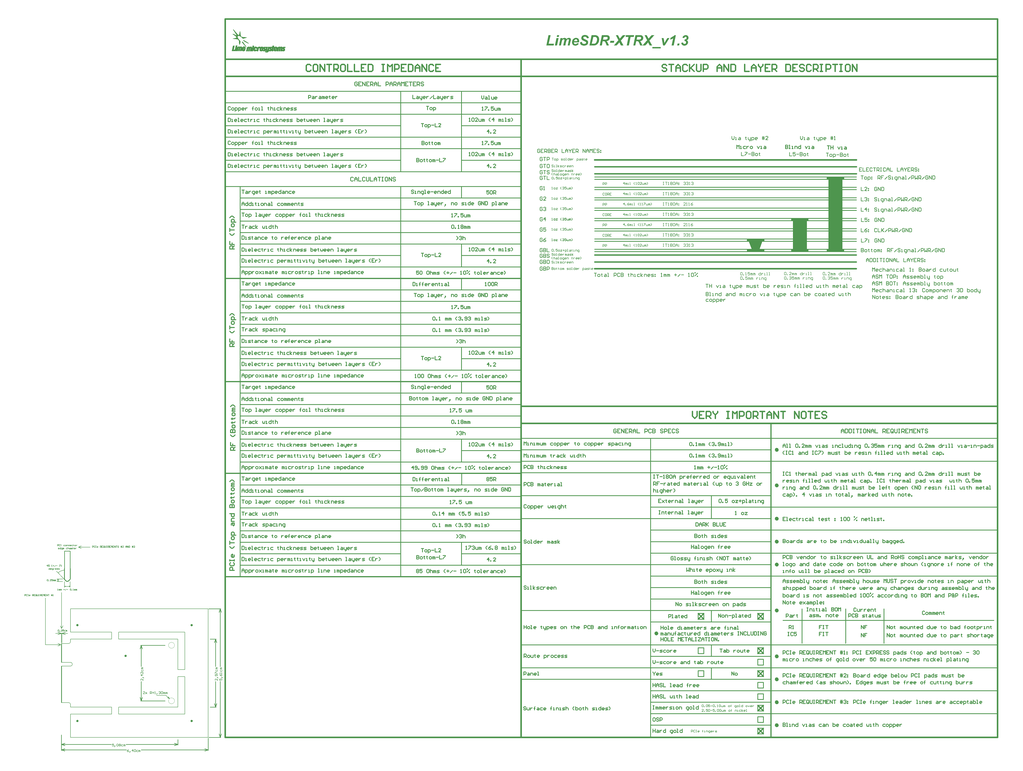
<source format=gm1>
G04*
G04 #@! TF.GenerationSoftware,Altium Limited,Altium Designer,19.1.6 (110)*
G04*
G04 Layer_Color=16711935*
%FSLAX44Y44*%
%MOMM*%
G71*
G01*
G75*
%ADD10C,0.2540*%
%ADD11C,0.3000*%
%ADD12C,0.2000*%
%ADD13C,0.1500*%
%ADD14C,0.2500*%
%ADD15C,0.1000*%
%ADD133C,0.3500*%
%ADD134C,0.4000*%
%ADD137C,0.6000*%
%ADD139C,0.5000*%
%ADD142C,0.7000*%
%ADD147C,1.0000*%
%ADD213C,0.0254*%
%ADD214C,0.0260*%
%ADD215C,0.1524*%
G36*
X-40000Y20001D02*
X-37500Y20001D01*
X-37500Y179000D01*
X-40000Y179000D01*
X-40000Y20001D01*
D02*
G37*
G36*
X-40000Y195000D02*
X-37500Y195000D01*
Y277000D01*
X-40000Y277000D01*
X-40000Y195000D01*
D02*
G37*
G36*
X3025625Y2030200D02*
X3017625D01*
X3004500Y1995200D01*
X3025500D01*
Y1985450D01*
X2949750D01*
Y1995200D01*
X2970750D01*
X2957625Y2030200D01*
X2949875D01*
Y2039950D01*
X3025625D01*
Y2030200D01*
D02*
G37*
G36*
X3218375Y2120250D02*
X3210875D01*
Y1995000D01*
X3218375D01*
Y1985250D01*
X3142625D01*
Y1995000D01*
X3150125D01*
Y2120250D01*
X3142625D01*
Y2130000D01*
X3218375D01*
Y2120250D01*
D02*
G37*
G36*
X3373625Y2300000D02*
X3366125D01*
Y1994750D01*
X3373625D01*
Y1985000D01*
X3297875D01*
Y1994750D01*
X3305375D01*
Y2300000D01*
X3297875D01*
Y2309750D01*
X3373625D01*
Y2300000D01*
D02*
G37*
G36*
X2129161Y2920116D02*
X2120413D01*
X2122032Y2928033D01*
X2130823D01*
X2129161Y2920116D01*
D02*
G37*
G36*
X2244194Y2928776D02*
X2244763D01*
X2245419Y2928689D01*
X2246206Y2928645D01*
X2247037Y2928513D01*
X2247956Y2928339D01*
X2248918Y2928164D01*
X2249924Y2927901D01*
X2250930Y2927595D01*
X2251980Y2927245D01*
X2252942Y2926808D01*
X2253948Y2926327D01*
X2254866Y2925758D01*
X2255697Y2925102D01*
X2255741Y2925058D01*
X2255872Y2924927D01*
X2256091Y2924708D01*
X2256397Y2924446D01*
X2256703Y2924052D01*
X2257097Y2923615D01*
X2257491Y2923090D01*
X2257928Y2922478D01*
X2258365Y2921822D01*
X2258759Y2921078D01*
X2259153Y2920247D01*
X2259546Y2919372D01*
X2259852Y2918454D01*
X2260115Y2917448D01*
X2260334Y2916398D01*
X2260465Y2915261D01*
X2251630Y2914867D01*
Y2914911D01*
Y2914998D01*
X2251586Y2915173D01*
X2251542Y2915392D01*
X2251498Y2915654D01*
X2251411Y2915961D01*
X2251192Y2916660D01*
X2250886Y2917448D01*
X2250492Y2918279D01*
X2249968Y2919066D01*
X2249268Y2919766D01*
X2249180Y2919853D01*
X2249049Y2919941D01*
X2248918Y2920028D01*
X2248699Y2920160D01*
X2248437Y2920334D01*
X2248130Y2920466D01*
X2247781Y2920641D01*
X2247387Y2920816D01*
X2246993Y2920947D01*
X2246512Y2921122D01*
X2245987Y2921253D01*
X2245375Y2921341D01*
X2244763Y2921428D01*
X2244107Y2921516D01*
X2242794D01*
X2242444Y2921472D01*
X2242095Y2921428D01*
X2241263Y2921341D01*
X2240389Y2921165D01*
X2239470Y2920947D01*
X2238639Y2920597D01*
X2238289Y2920378D01*
X2237939Y2920160D01*
X2237852Y2920116D01*
X2237677Y2919897D01*
X2237415Y2919635D01*
X2237152Y2919241D01*
X2236846Y2918716D01*
X2236584Y2918148D01*
X2236409Y2917491D01*
X2236321Y2916748D01*
Y2916660D01*
X2236365Y2916442D01*
X2236409Y2916092D01*
X2236496Y2915611D01*
X2236671Y2915130D01*
X2236933Y2914605D01*
X2237327Y2914036D01*
X2237808Y2913555D01*
X2237896Y2913511D01*
X2237983Y2913424D01*
X2238114Y2913336D01*
X2238289Y2913205D01*
X2238552Y2913030D01*
X2238858Y2912855D01*
X2239208Y2912636D01*
X2239601Y2912418D01*
X2240083Y2912155D01*
X2240607Y2911849D01*
X2241220Y2911543D01*
X2241920Y2911193D01*
X2242663Y2910843D01*
X2243494Y2910450D01*
X2244413Y2910056D01*
X2244456D01*
X2244500Y2910012D01*
X2244763Y2909925D01*
X2245156Y2909750D01*
X2245637Y2909487D01*
X2246293Y2909225D01*
X2246993Y2908875D01*
X2247737Y2908525D01*
X2248568Y2908131D01*
X2250230Y2907256D01*
X2251061Y2906819D01*
X2251848Y2906382D01*
X2252592Y2905901D01*
X2253248Y2905463D01*
X2253817Y2905026D01*
X2254298Y2904632D01*
X2254341Y2904589D01*
X2254429Y2904501D01*
X2254604Y2904326D01*
X2254779Y2904064D01*
X2255041Y2903758D01*
X2255304Y2903408D01*
X2255566Y2902970D01*
X2255872Y2902489D01*
X2256178Y2901964D01*
X2256441Y2901352D01*
X2256703Y2900739D01*
X2256966Y2900040D01*
X2257141Y2899252D01*
X2257316Y2898465D01*
X2257403Y2897634D01*
X2257447Y2896759D01*
Y2896672D01*
Y2896497D01*
X2257403Y2896191D01*
X2257359Y2895753D01*
X2257316Y2895272D01*
X2257184Y2894660D01*
X2257053Y2894004D01*
X2256878Y2893304D01*
X2256616Y2892516D01*
X2256310Y2891685D01*
X2255916Y2890854D01*
X2255435Y2890023D01*
X2254910Y2889149D01*
X2254298Y2888318D01*
X2253554Y2887443D01*
X2252723Y2886656D01*
X2252679Y2886612D01*
X2252504Y2886481D01*
X2252242Y2886262D01*
X2251848Y2885999D01*
X2251367Y2885693D01*
X2250799Y2885343D01*
X2250143Y2884950D01*
X2249355Y2884556D01*
X2248480Y2884163D01*
X2247474Y2883769D01*
X2246425Y2883419D01*
X2245244Y2883113D01*
X2243975Y2882850D01*
X2242663Y2882632D01*
X2241220Y2882500D01*
X2239689Y2882457D01*
X2239120D01*
X2238727Y2882500D01*
X2238202D01*
X2237633Y2882544D01*
X2236977Y2882632D01*
X2236277Y2882719D01*
X2235490Y2882807D01*
X2234703Y2882938D01*
X2233041Y2883288D01*
X2231335Y2883769D01*
X2230504Y2884031D01*
X2229673Y2884381D01*
X2229629Y2884425D01*
X2229498Y2884469D01*
X2229279Y2884600D01*
X2228973Y2884731D01*
X2228623Y2884950D01*
X2228229Y2885168D01*
X2227355Y2885781D01*
X2226349Y2886524D01*
X2225343Y2887443D01*
X2224424Y2888536D01*
X2224030Y2889149D01*
X2223681Y2889761D01*
Y2889805D01*
X2223593Y2889936D01*
X2223506Y2890111D01*
X2223418Y2890374D01*
X2223287Y2890680D01*
X2223156Y2891073D01*
X2222981Y2891554D01*
X2222849Y2892036D01*
X2222675Y2892604D01*
X2222543Y2893216D01*
X2222412Y2893872D01*
X2222281Y2894572D01*
X2222150Y2896103D01*
X2222106Y2897722D01*
X2230897Y2898203D01*
Y2898159D01*
Y2898028D01*
X2230941Y2897809D01*
Y2897547D01*
X2230985Y2897197D01*
X2231029Y2896803D01*
X2231160Y2895928D01*
X2231335Y2894966D01*
X2231553Y2894048D01*
X2231903Y2893173D01*
X2232078Y2892823D01*
X2232297Y2892516D01*
X2232341Y2892473D01*
X2232385Y2892429D01*
X2232516Y2892298D01*
X2232691Y2892167D01*
X2232953Y2891992D01*
X2233216Y2891773D01*
X2233566Y2891554D01*
X2234003Y2891335D01*
X2234484Y2891117D01*
X2235009Y2890898D01*
X2235621Y2890723D01*
X2236321Y2890504D01*
X2237065Y2890374D01*
X2237896Y2890242D01*
X2238814Y2890198D01*
X2239776Y2890155D01*
X2240214D01*
X2240520Y2890198D01*
X2240870D01*
X2241307Y2890242D01*
X2241788Y2890286D01*
X2242269Y2890374D01*
X2243363Y2890548D01*
X2244413Y2890854D01*
X2245419Y2891248D01*
X2245900Y2891511D01*
X2246293Y2891773D01*
X2246337D01*
X2246381Y2891860D01*
X2246600Y2892079D01*
X2246950Y2892385D01*
X2247343Y2892867D01*
X2247693Y2893435D01*
X2248043Y2894091D01*
X2248262Y2894835D01*
X2248349Y2895228D01*
Y2895666D01*
Y2895710D01*
Y2895753D01*
X2248306Y2896016D01*
X2248262Y2896366D01*
X2248130Y2896847D01*
X2247956Y2897372D01*
X2247649Y2897940D01*
X2247256Y2898509D01*
X2246687Y2899034D01*
X2246643Y2899077D01*
X2246556Y2899121D01*
X2246425Y2899209D01*
X2246250Y2899340D01*
X2246031Y2899471D01*
X2245769Y2899646D01*
X2245462Y2899821D01*
X2245069Y2900040D01*
X2244588Y2900258D01*
X2244063Y2900565D01*
X2243494Y2900827D01*
X2242794Y2901177D01*
X2242051Y2901527D01*
X2241176Y2901920D01*
X2240258Y2902314D01*
X2240214Y2902358D01*
X2240039Y2902402D01*
X2239776Y2902533D01*
X2239427Y2902708D01*
X2238989Y2902883D01*
X2238464Y2903102D01*
X2237939Y2903364D01*
X2237371Y2903626D01*
X2236102Y2904239D01*
X2234834Y2904851D01*
X2233653Y2905507D01*
X2233128Y2905769D01*
X2232647Y2906076D01*
X2232603D01*
X2232560Y2906163D01*
X2232428Y2906251D01*
X2232253Y2906338D01*
X2231816Y2906688D01*
X2231291Y2907126D01*
X2230679Y2907694D01*
X2230066Y2908394D01*
X2229454Y2909137D01*
X2228885Y2910012D01*
Y2910056D01*
X2228842Y2910143D01*
X2228754Y2910274D01*
X2228667Y2910450D01*
X2228579Y2910668D01*
X2228448Y2910930D01*
X2228229Y2911630D01*
X2227967Y2912462D01*
X2227748Y2913424D01*
X2227573Y2914474D01*
X2227530Y2915654D01*
Y2915742D01*
Y2915917D01*
X2227573Y2916223D01*
Y2916617D01*
X2227661Y2917098D01*
X2227748Y2917666D01*
X2227879Y2918279D01*
X2228054Y2918979D01*
X2228273Y2919678D01*
X2228535Y2920466D01*
X2228842Y2921253D01*
X2229235Y2922040D01*
X2229716Y2922827D01*
X2230241Y2923571D01*
X2230897Y2924359D01*
X2231597Y2925058D01*
X2231641Y2925102D01*
X2231772Y2925233D01*
X2232035Y2925408D01*
X2232341Y2925627D01*
X2232778Y2925933D01*
X2233303Y2926239D01*
X2233915Y2926589D01*
X2234615Y2926939D01*
X2235403Y2927289D01*
X2236321Y2927639D01*
X2237283Y2927945D01*
X2238333Y2928251D01*
X2239470Y2928470D01*
X2240739Y2928645D01*
X2242051Y2928776D01*
X2243450Y2928820D01*
X2243800D01*
X2244194Y2928776D01*
D02*
G37*
G36*
X2525041Y2904457D02*
X2536063Y2883200D01*
X2525653D01*
X2522198Y2889717D01*
X2522154Y2889761D01*
X2522067Y2889936D01*
X2521935Y2890198D01*
X2521761Y2890548D01*
X2521542Y2890986D01*
X2521323Y2891467D01*
X2521061Y2891992D01*
X2520755Y2892560D01*
X2520142Y2893785D01*
X2519574Y2895010D01*
X2519311Y2895578D01*
X2519049Y2896147D01*
X2518830Y2896672D01*
X2518655Y2897109D01*
X2518611Y2897022D01*
X2518524Y2896934D01*
X2518393Y2896759D01*
X2518218Y2896541D01*
X2518043Y2896278D01*
X2517780Y2895972D01*
X2517474Y2895578D01*
X2517080Y2895141D01*
X2516643Y2894616D01*
X2516162Y2894004D01*
X2515593Y2893348D01*
X2514981Y2892648D01*
X2514281Y2891817D01*
X2513494Y2890898D01*
X2512619Y2889936D01*
X2506496Y2883200D01*
X2494555D01*
X2514325Y2905769D01*
X2503215Y2928033D01*
X2512794D01*
X2517212Y2919810D01*
Y2919766D01*
X2517299Y2919635D01*
X2517343Y2919547D01*
X2517430Y2919372D01*
X2517518Y2919154D01*
X2517693Y2918891D01*
X2517824Y2918541D01*
X2518043Y2918148D01*
X2518305Y2917623D01*
X2518568Y2917054D01*
X2518917Y2916398D01*
X2519311Y2915611D01*
X2519749Y2914736D01*
X2520230Y2913730D01*
X2520273Y2913686D01*
X2520361Y2913511D01*
X2520492Y2913249D01*
X2520623Y2912943D01*
X2520667Y2912986D01*
X2520798Y2913161D01*
X2520973Y2913380D01*
X2521236Y2913686D01*
X2521542Y2914080D01*
X2521935Y2914517D01*
X2522329Y2914998D01*
X2522810Y2915523D01*
X2523772Y2916660D01*
X2524822Y2917885D01*
X2525872Y2919110D01*
X2526834Y2920203D01*
X2533832Y2928033D01*
X2545554D01*
X2525041Y2904457D01*
D02*
G37*
G36*
X2399773Y2904457D02*
X2410795Y2883200D01*
X2400385D01*
X2396930Y2889717D01*
X2396886Y2889761D01*
X2396799Y2889936D01*
X2396667Y2890198D01*
X2396492Y2890548D01*
X2396274Y2890986D01*
X2396055Y2891467D01*
X2395793Y2891992D01*
X2395486Y2892560D01*
X2394874Y2893785D01*
X2394306Y2895010D01*
X2394043Y2895578D01*
X2393781Y2896147D01*
X2393562Y2896672D01*
X2393387Y2897109D01*
X2393343Y2897022D01*
X2393256Y2896934D01*
X2393125Y2896759D01*
X2392950Y2896541D01*
X2392775Y2896278D01*
X2392512Y2895972D01*
X2392206Y2895578D01*
X2391812Y2895141D01*
X2391375Y2894616D01*
X2390894Y2894004D01*
X2390325Y2893348D01*
X2389713Y2892648D01*
X2389013Y2891817D01*
X2388226Y2890898D01*
X2387351Y2889936D01*
X2381228Y2883200D01*
X2369287D01*
X2389057Y2905769D01*
X2377947Y2928033D01*
X2387526D01*
X2391944Y2919810D01*
Y2919766D01*
X2392031Y2919635D01*
X2392075Y2919547D01*
X2392162Y2919372D01*
X2392250Y2919153D01*
X2392425Y2918891D01*
X2392556Y2918541D01*
X2392775Y2918148D01*
X2393037Y2917623D01*
X2393300Y2917054D01*
X2393649Y2916398D01*
X2394043Y2915611D01*
X2394481Y2914736D01*
X2394962Y2913730D01*
X2395005Y2913686D01*
X2395093Y2913511D01*
X2395224Y2913249D01*
X2395355Y2912943D01*
X2395399Y2912986D01*
X2395530Y2913161D01*
X2395705Y2913380D01*
X2395968Y2913686D01*
X2396274Y2914080D01*
X2396667Y2914517D01*
X2397061Y2914998D01*
X2397542Y2915523D01*
X2398504Y2916660D01*
X2399554Y2917885D01*
X2400604Y2919110D01*
X2401566Y2920203D01*
X2408564Y2928033D01*
X2420286D01*
X2399773Y2904457D01*
D02*
G37*
G36*
X2174606Y2916398D02*
X2174912D01*
X2175305Y2916354D01*
X2176180Y2916179D01*
X2177142Y2915917D01*
X2178148Y2915567D01*
X2179154Y2915042D01*
X2179592Y2914692D01*
X2180029Y2914342D01*
X2180073Y2914298D01*
X2180117Y2914255D01*
X2180248Y2914124D01*
X2180379Y2913949D01*
X2180554Y2913730D01*
X2180729Y2913511D01*
X2181123Y2912855D01*
X2181516Y2912068D01*
X2181866Y2911106D01*
X2182129Y2910012D01*
X2182172Y2909400D01*
X2182216Y2908788D01*
Y2908700D01*
Y2908481D01*
X2182172Y2908263D01*
Y2908044D01*
X2182129Y2907781D01*
X2182085Y2907432D01*
X2182041Y2907082D01*
X2181954Y2906644D01*
X2181910Y2906163D01*
X2181823Y2905638D01*
X2181691Y2905070D01*
X2181604Y2904457D01*
X2181473Y2903758D01*
X2181298Y2903014D01*
X2177055Y2883200D01*
X2168307D01*
X2172506Y2903014D01*
Y2903058D01*
X2172550Y2903189D01*
X2172594Y2903364D01*
X2172637Y2903582D01*
X2172681Y2903889D01*
X2172769Y2904239D01*
X2172900Y2904938D01*
X2173031Y2905682D01*
X2173162Y2906338D01*
X2173206Y2906644D01*
X2173250Y2906907D01*
X2173293Y2907082D01*
Y2907213D01*
Y2907256D01*
Y2907432D01*
X2173250Y2907694D01*
X2173206Y2908000D01*
X2173075Y2908350D01*
X2172944Y2908700D01*
X2172725Y2909050D01*
X2172462Y2909356D01*
X2172419Y2909400D01*
X2172331Y2909487D01*
X2172112Y2909619D01*
X2171850Y2909793D01*
X2171500Y2909925D01*
X2171107Y2910056D01*
X2170582Y2910143D01*
X2170013Y2910187D01*
X2169707D01*
X2169444Y2910143D01*
X2169182Y2910099D01*
X2168832Y2910012D01*
X2168045Y2909750D01*
X2167607Y2909575D01*
X2167126Y2909356D01*
X2166645Y2909050D01*
X2166164Y2908700D01*
X2165639Y2908306D01*
X2165158Y2907825D01*
X2164633Y2907300D01*
X2164152Y2906688D01*
Y2906644D01*
X2164065Y2906557D01*
X2163977Y2906425D01*
X2163846Y2906207D01*
X2163671Y2905945D01*
X2163496Y2905594D01*
X2163277Y2905157D01*
X2163015Y2904676D01*
X2162796Y2904107D01*
X2162534Y2903451D01*
X2162227Y2902751D01*
X2161965Y2901964D01*
X2161703Y2901046D01*
X2161440Y2900083D01*
X2161178Y2899034D01*
X2160915Y2897896D01*
X2157854Y2883200D01*
X2149106D01*
X2153174Y2902839D01*
Y2902883D01*
X2153217Y2902970D01*
X2153261Y2903145D01*
X2153305Y2903364D01*
X2153349Y2903670D01*
X2153392Y2903976D01*
X2153524Y2904632D01*
X2153655Y2905376D01*
X2153786Y2906119D01*
X2153830Y2906732D01*
X2153873Y2906994D01*
Y2907213D01*
Y2907256D01*
Y2907432D01*
X2153830Y2907694D01*
X2153786Y2907957D01*
X2153655Y2908306D01*
X2153524Y2908656D01*
X2153305Y2909006D01*
X2152999Y2909356D01*
X2152955Y2909400D01*
X2152824Y2909487D01*
X2152649Y2909619D01*
X2152386Y2909793D01*
X2152036Y2909925D01*
X2151599Y2910056D01*
X2151118Y2910143D01*
X2150593Y2910187D01*
X2150331D01*
X2150068Y2910143D01*
X2149675Y2910099D01*
X2149237Y2909968D01*
X2148712Y2909837D01*
X2148187Y2909619D01*
X2147619Y2909312D01*
X2147531Y2909268D01*
X2147356Y2909137D01*
X2147094Y2908962D01*
X2146700Y2908700D01*
X2146307Y2908350D01*
X2145869Y2907957D01*
X2145388Y2907475D01*
X2144951Y2906950D01*
X2144907Y2906863D01*
X2144776Y2906688D01*
X2144557Y2906338D01*
X2144295Y2905901D01*
X2143988Y2905376D01*
X2143638Y2904720D01*
X2143289Y2903932D01*
X2142982Y2903102D01*
Y2903058D01*
X2142895Y2902883D01*
X2142807Y2902533D01*
X2142764Y2902314D01*
X2142676Y2902052D01*
X2142589Y2901746D01*
X2142501Y2901396D01*
X2142414Y2901002D01*
X2142283Y2900521D01*
X2142195Y2900040D01*
X2142064Y2899427D01*
X2141889Y2898815D01*
X2141758Y2898115D01*
X2138652Y2883200D01*
X2129905D01*
X2136684Y2915698D01*
X2144907D01*
X2144120Y2911718D01*
X2144163Y2911761D01*
X2144338Y2911937D01*
X2144601Y2912155D01*
X2144951Y2912462D01*
X2145388Y2912811D01*
X2145957Y2913205D01*
X2146525Y2913642D01*
X2147225Y2914080D01*
X2147969Y2914517D01*
X2148756Y2914955D01*
X2149587Y2915348D01*
X2150462Y2915698D01*
X2151380Y2916004D01*
X2152343Y2916223D01*
X2153305Y2916398D01*
X2154311Y2916442D01*
X2154661D01*
X2154923Y2916398D01*
X2155229D01*
X2155579Y2916354D01*
X2156410Y2916267D01*
X2157285Y2916048D01*
X2158247Y2915786D01*
X2159166Y2915436D01*
X2159953Y2914911D01*
X2159997D01*
X2160041Y2914823D01*
X2160259Y2914648D01*
X2160609Y2914298D01*
X2161047Y2913817D01*
X2161484Y2913205D01*
X2161878Y2912462D01*
X2162271Y2911630D01*
X2162534Y2910668D01*
Y2910712D01*
X2162621Y2910799D01*
X2162709Y2910887D01*
X2162840Y2911062D01*
X2163233Y2911543D01*
X2163802Y2912112D01*
X2164458Y2912768D01*
X2165289Y2913424D01*
X2166295Y2914124D01*
X2167389Y2914780D01*
X2167432D01*
X2167520Y2914867D01*
X2167695Y2914955D01*
X2167957Y2915042D01*
X2168220Y2915173D01*
X2168570Y2915305D01*
X2168963Y2915436D01*
X2169401Y2915611D01*
X2170363Y2915917D01*
X2171500Y2916179D01*
X2172681Y2916354D01*
X2173949Y2916442D01*
X2174343D01*
X2174606Y2916398D01*
D02*
G37*
G36*
X2683594Y2928207D02*
X2684119Y2928164D01*
X2684688Y2928076D01*
X2685344Y2927945D01*
X2686087Y2927814D01*
X2686831Y2927639D01*
X2687574Y2927420D01*
X2688362Y2927114D01*
X2689149Y2926808D01*
X2689892Y2926414D01*
X2690636Y2925933D01*
X2691336Y2925408D01*
X2691948Y2924796D01*
X2691992Y2924752D01*
X2692079Y2924621D01*
X2692254Y2924446D01*
X2692473Y2924184D01*
X2692692Y2923834D01*
X2692954Y2923440D01*
X2693260Y2923003D01*
X2693567Y2922478D01*
X2693873Y2921909D01*
X2694179Y2921253D01*
X2694441Y2920597D01*
X2694660Y2919854D01*
X2694879Y2919066D01*
X2695054Y2918279D01*
X2695141Y2917404D01*
X2695185Y2916529D01*
Y2916486D01*
Y2916398D01*
Y2916180D01*
X2695141Y2915961D01*
Y2915655D01*
X2695097Y2915305D01*
X2695010Y2914867D01*
X2694922Y2914430D01*
X2694704Y2913468D01*
X2694310Y2912418D01*
X2693829Y2911324D01*
X2693479Y2910756D01*
X2693129Y2910231D01*
X2693085Y2910187D01*
X2693042Y2910100D01*
X2692910Y2909968D01*
X2692735Y2909793D01*
X2692560Y2909531D01*
X2692298Y2909268D01*
X2691642Y2908656D01*
X2690855Y2908000D01*
X2689892Y2907300D01*
X2688755Y2906688D01*
X2687487Y2906119D01*
X2687531D01*
X2687618Y2906032D01*
X2687749Y2905988D01*
X2687968Y2905857D01*
X2688449Y2905507D01*
X2689061Y2905070D01*
X2689761Y2904501D01*
X2690461Y2903845D01*
X2691117Y2903102D01*
X2691686Y2902227D01*
Y2902183D01*
X2691729Y2902139D01*
X2691817Y2902008D01*
X2691904Y2901833D01*
X2692123Y2901352D01*
X2692386Y2900696D01*
X2692604Y2899952D01*
X2692823Y2899121D01*
X2692998Y2898203D01*
X2693042Y2897241D01*
Y2897197D01*
Y2897022D01*
X2692998Y2896759D01*
Y2896409D01*
X2692954Y2895972D01*
X2692867Y2895447D01*
X2692735Y2894879D01*
X2692604Y2894266D01*
X2692429Y2893566D01*
X2692167Y2892867D01*
X2691904Y2892079D01*
X2691555Y2891336D01*
X2691161Y2890548D01*
X2690680Y2889717D01*
X2690111Y2888930D01*
X2689499Y2888143D01*
X2689455Y2888099D01*
X2689280Y2887880D01*
X2689018Y2887618D01*
X2688624Y2887268D01*
X2688143Y2886831D01*
X2687574Y2886349D01*
X2686918Y2885825D01*
X2686131Y2885300D01*
X2685300Y2884775D01*
X2684381Y2884250D01*
X2683332Y2883769D01*
X2682238Y2883332D01*
X2681057Y2882982D01*
X2679832Y2882719D01*
X2678520Y2882501D01*
X2677121Y2882457D01*
X2676858D01*
X2676552Y2882501D01*
X2676158D01*
X2675677Y2882544D01*
X2675109Y2882632D01*
X2674496Y2882719D01*
X2673840Y2882850D01*
X2673097Y2883025D01*
X2672353Y2883244D01*
X2671566Y2883506D01*
X2670779Y2883813D01*
X2669991Y2884206D01*
X2669204Y2884644D01*
X2668460Y2885125D01*
X2667761Y2885693D01*
X2667717Y2885737D01*
X2667585Y2885869D01*
X2667411Y2886043D01*
X2667192Y2886306D01*
X2666886Y2886656D01*
X2666580Y2887049D01*
X2666186Y2887531D01*
X2665836Y2888099D01*
X2665443Y2888712D01*
X2665049Y2889411D01*
X2664699Y2890155D01*
X2664349Y2890986D01*
X2663999Y2891861D01*
X2663737Y2892823D01*
X2663474Y2893829D01*
X2663299Y2894922D01*
X2671697Y2895972D01*
Y2895928D01*
X2671741Y2895797D01*
Y2895622D01*
X2671784Y2895403D01*
X2671872Y2895097D01*
X2671916Y2894747D01*
X2672091Y2894004D01*
X2672353Y2893173D01*
X2672659Y2892342D01*
X2673053Y2891598D01*
X2673272Y2891292D01*
X2673534Y2890986D01*
X2673622Y2890942D01*
X2673796Y2890767D01*
X2674103Y2890548D01*
X2674540Y2890330D01*
X2675065Y2890067D01*
X2675677Y2889849D01*
X2676377Y2889673D01*
X2677208Y2889630D01*
X2677514D01*
X2677689Y2889673D01*
X2677952D01*
X2678258Y2889717D01*
X2678958Y2889892D01*
X2679745Y2890111D01*
X2680532Y2890461D01*
X2681363Y2890986D01*
X2681757Y2891292D01*
X2682151Y2891642D01*
X2682195Y2891685D01*
X2682238Y2891729D01*
X2682326Y2891861D01*
X2682457Y2891992D01*
X2682807Y2892429D01*
X2683157Y2893041D01*
X2683506Y2893785D01*
X2683857Y2894660D01*
X2684075Y2895666D01*
X2684163Y2896234D01*
Y2896803D01*
Y2896847D01*
Y2896934D01*
Y2897065D01*
X2684119Y2897241D01*
X2684075Y2897765D01*
X2683944Y2898378D01*
X2683769Y2899077D01*
X2683463Y2899821D01*
X2683069Y2900521D01*
X2682544Y2901177D01*
X2682457Y2901264D01*
X2682238Y2901440D01*
X2681888Y2901702D01*
X2681407Y2902008D01*
X2680795Y2902271D01*
X2680095Y2902533D01*
X2679220Y2902708D01*
X2678258Y2902795D01*
X2677820D01*
X2677383Y2902751D01*
X2676858Y2902664D01*
X2678389Y2909968D01*
X2678651D01*
X2678958Y2909925D01*
X2679614D01*
X2679832Y2909968D01*
X2680139D01*
X2680489Y2910012D01*
X2681232Y2910143D01*
X2682107Y2910362D01*
X2682982Y2910668D01*
X2683857Y2911106D01*
X2684600Y2911674D01*
X2684644Y2911718D01*
X2684688Y2911762D01*
X2684906Y2912024D01*
X2685212Y2912418D01*
X2685562Y2912943D01*
X2685869Y2913643D01*
X2686175Y2914474D01*
X2686393Y2915436D01*
X2686481Y2915961D01*
Y2916529D01*
Y2916573D01*
Y2916617D01*
Y2916879D01*
X2686437Y2917273D01*
X2686306Y2917798D01*
X2686175Y2918322D01*
X2685956Y2918891D01*
X2685650Y2919460D01*
X2685212Y2919985D01*
X2685168Y2920028D01*
X2684994Y2920203D01*
X2684731Y2920378D01*
X2684337Y2920641D01*
X2683900Y2920859D01*
X2683332Y2921078D01*
X2682675Y2921209D01*
X2681976Y2921253D01*
X2681670D01*
X2681276Y2921165D01*
X2680839Y2921078D01*
X2680314Y2920903D01*
X2679745Y2920685D01*
X2679133Y2920334D01*
X2678564Y2919854D01*
X2678520Y2919810D01*
X2678302Y2919591D01*
X2678039Y2919241D01*
X2677733Y2918716D01*
X2677339Y2918060D01*
X2676946Y2917273D01*
X2676727Y2916792D01*
X2676552Y2916267D01*
X2676377Y2915698D01*
X2676202Y2915086D01*
X2668198Y2916660D01*
Y2916704D01*
X2668286Y2916879D01*
X2668373Y2917142D01*
X2668460Y2917491D01*
X2668635Y2917885D01*
X2668810Y2918366D01*
X2669029Y2918891D01*
X2669291Y2919460D01*
X2669904Y2920685D01*
X2670604Y2921953D01*
X2671478Y2923177D01*
X2671960Y2923746D01*
X2672440Y2924271D01*
X2672484Y2924315D01*
X2672616Y2924446D01*
X2672878Y2924621D01*
X2673184Y2924883D01*
X2673578Y2925190D01*
X2674059Y2925540D01*
X2674628Y2925889D01*
X2675240Y2926283D01*
X2675940Y2926633D01*
X2676727Y2926983D01*
X2677558Y2927333D01*
X2678477Y2927639D01*
X2679395Y2927901D01*
X2680401Y2928076D01*
X2681495Y2928207D01*
X2682588Y2928251D01*
X2683200D01*
X2683594Y2928207D01*
D02*
G37*
G36*
X2369768Y2895141D02*
X2352754D01*
X2354547Y2903626D01*
X2371561D01*
X2369768Y2895141D01*
D02*
G37*
G36*
X2591786Y2883200D02*
X2584219D01*
X2577746Y2915698D01*
X2586363Y2915698D01*
X2588637Y2901483D01*
Y2901440D01*
X2588681Y2901221D01*
X2588725Y2900958D01*
X2588768Y2900565D01*
X2588856Y2900084D01*
X2588943Y2899559D01*
X2589031Y2898990D01*
X2589118Y2898378D01*
X2589337Y2897109D01*
X2589512Y2895841D01*
X2589599Y2895272D01*
X2589643Y2894747D01*
X2589731Y2894266D01*
X2589774Y2893873D01*
Y2893916D01*
X2589862Y2894004D01*
X2589949Y2894222D01*
X2590168Y2894529D01*
X2590299Y2894747D01*
X2590430Y2895053D01*
X2590605Y2895360D01*
X2590824Y2895710D01*
X2591043Y2896147D01*
X2591305Y2896628D01*
X2591611Y2897153D01*
X2591917Y2897765D01*
X2591961Y2897809D01*
X2592005Y2897896D01*
X2592093Y2898072D01*
X2592224Y2898334D01*
X2592355Y2898596D01*
X2592530Y2898903D01*
X2592924Y2899602D01*
X2593317Y2900302D01*
X2593667Y2901002D01*
X2593842Y2901308D01*
X2593973Y2901571D01*
X2594104Y2901789D01*
X2594192Y2901964D01*
X2602284Y2915698D01*
X2611775D01*
X2591786Y2883200D01*
D02*
G37*
G36*
X2654114D02*
X2645410D01*
X2647203Y2891685D01*
X2655907D01*
X2654114Y2883200D01*
D02*
G37*
G36*
X2630408D02*
X2621572D01*
X2628046Y2914211D01*
X2628002D01*
X2627914Y2914124D01*
X2627783Y2914036D01*
X2627565Y2913905D01*
X2627302Y2913774D01*
X2626996Y2913599D01*
X2626646Y2913380D01*
X2626209Y2913161D01*
X2625290Y2912636D01*
X2624197Y2912112D01*
X2623016Y2911543D01*
X2621703Y2910974D01*
X2621660D01*
X2621529Y2910931D01*
X2621354Y2910843D01*
X2621091Y2910756D01*
X2620785Y2910624D01*
X2620435Y2910493D01*
X2619998Y2910318D01*
X2619561Y2910143D01*
X2618554Y2909837D01*
X2617505Y2909487D01*
X2616411Y2909181D01*
X2615318Y2908919D01*
X2616980Y2916748D01*
X2617024D01*
X2617111Y2916792D01*
X2617286Y2916879D01*
X2617461Y2916967D01*
X2617767Y2917098D01*
X2618073Y2917229D01*
X2618423Y2917404D01*
X2618860Y2917623D01*
X2619779Y2918104D01*
X2620872Y2918672D01*
X2622097Y2919329D01*
X2623409Y2920028D01*
X2624809Y2920859D01*
X2626252Y2921734D01*
X2627696Y2922697D01*
X2629139Y2923702D01*
X2630583Y2924796D01*
X2631982Y2925889D01*
X2633294Y2927070D01*
X2634519Y2928295D01*
X2639811D01*
X2630408Y2883200D01*
D02*
G37*
G36*
X2484539Y2927989D02*
X2485020D01*
X2485589Y2927945D01*
X2486201Y2927901D01*
X2487469Y2927770D01*
X2488781Y2927551D01*
X2490094Y2927289D01*
X2490662Y2927114D01*
X2491231Y2926939D01*
X2491275D01*
X2491362Y2926895D01*
X2491493Y2926808D01*
X2491712Y2926720D01*
X2491974Y2926633D01*
X2492237Y2926458D01*
X2492893Y2926064D01*
X2493636Y2925540D01*
X2494424Y2924883D01*
X2495167Y2924052D01*
X2495867Y2923090D01*
Y2923046D01*
X2495955Y2922959D01*
X2496042Y2922827D01*
X2496129Y2922609D01*
X2496304Y2922303D01*
X2496436Y2921996D01*
X2496611Y2921603D01*
X2496786Y2921209D01*
X2496917Y2920728D01*
X2497092Y2920203D01*
X2497398Y2919023D01*
X2497573Y2917710D01*
X2497660Y2916267D01*
Y2916223D01*
Y2916004D01*
Y2915698D01*
X2497617Y2915305D01*
X2497573Y2914823D01*
X2497485Y2914255D01*
X2497354Y2913643D01*
X2497223Y2912943D01*
X2497048Y2912199D01*
X2496829Y2911455D01*
X2496523Y2910668D01*
X2496217Y2909881D01*
X2495823Y2909094D01*
X2495342Y2908306D01*
X2494817Y2907519D01*
X2494205Y2906819D01*
X2494161Y2906776D01*
X2494030Y2906644D01*
X2493855Y2906469D01*
X2493549Y2906207D01*
X2493199Y2905945D01*
X2492762Y2905594D01*
X2492237Y2905245D01*
X2491624Y2904851D01*
X2490925Y2904457D01*
X2490181Y2904064D01*
X2489306Y2903670D01*
X2488388Y2903320D01*
X2487382Y2902970D01*
X2486288Y2902664D01*
X2485107Y2902445D01*
X2483839Y2902227D01*
X2483926Y2902139D01*
X2484145Y2901920D01*
X2484495Y2901571D01*
X2484932Y2901133D01*
X2485457Y2900521D01*
X2485982Y2899777D01*
X2486595Y2898946D01*
X2487163Y2898028D01*
X2487207Y2897984D01*
X2487294Y2897765D01*
X2487469Y2897503D01*
X2487688Y2897065D01*
X2487994Y2896541D01*
X2488344Y2895884D01*
X2488738Y2895097D01*
X2489175Y2894222D01*
X2489700Y2893217D01*
X2490225Y2892123D01*
X2490793Y2890898D01*
X2491406Y2889543D01*
X2492018Y2888143D01*
X2492674Y2886568D01*
X2493374Y2884950D01*
X2494074Y2883200D01*
X2484145D01*
Y2883244D01*
X2484101Y2883375D01*
X2484014Y2883594D01*
X2483883Y2883900D01*
X2483751Y2884337D01*
X2483577Y2884819D01*
X2483358Y2885387D01*
X2483095Y2886087D01*
X2482789Y2886874D01*
X2482483Y2887749D01*
X2482089Y2888712D01*
X2481652Y2889761D01*
X2481171Y2890942D01*
X2480646Y2892210D01*
X2480077Y2893566D01*
X2479465Y2895010D01*
Y2895053D01*
X2479378Y2895185D01*
X2479290Y2895403D01*
X2479115Y2895710D01*
X2478940Y2896060D01*
X2478765Y2896453D01*
X2478240Y2897372D01*
X2477628Y2898378D01*
X2476928Y2899340D01*
X2476578Y2899777D01*
X2476185Y2900215D01*
X2475791Y2900565D01*
X2475397Y2900871D01*
X2475354Y2900915D01*
X2475135Y2901002D01*
X2474829Y2901177D01*
X2474348Y2901352D01*
X2473692Y2901483D01*
X2472948Y2901658D01*
X2471986Y2901746D01*
X2471417Y2901789D01*
X2467087D01*
X2463194Y2883200D01*
X2454009D01*
X2463369Y2928033D01*
X2484101D01*
X2484539Y2927989D01*
D02*
G37*
G36*
X2455846Y2920553D02*
X2442768D01*
X2434983Y2883200D01*
X2425797D01*
X2433583Y2920553D01*
X2420505D01*
X2422080Y2928033D01*
X2457421Y2928033D01*
X2455846Y2920553D01*
D02*
G37*
G36*
X2338407Y2927989D02*
X2338889D01*
X2339457Y2927945D01*
X2340069Y2927901D01*
X2341338Y2927770D01*
X2342650Y2927551D01*
X2343962Y2927289D01*
X2344531Y2927114D01*
X2345099Y2926939D01*
X2345143D01*
X2345231Y2926895D01*
X2345362Y2926808D01*
X2345581Y2926720D01*
X2345843Y2926633D01*
X2346105Y2926458D01*
X2346761Y2926064D01*
X2347505Y2925540D01*
X2348292Y2924883D01*
X2349036Y2924052D01*
X2349736Y2923090D01*
Y2923046D01*
X2349823Y2922959D01*
X2349911Y2922827D01*
X2349998Y2922609D01*
X2350173Y2922303D01*
X2350304Y2921996D01*
X2350479Y2921603D01*
X2350654Y2921209D01*
X2350786Y2920728D01*
X2350960Y2920203D01*
X2351267Y2919022D01*
X2351442Y2917710D01*
X2351529Y2916267D01*
Y2916223D01*
Y2916004D01*
Y2915698D01*
X2351485Y2915305D01*
X2351442Y2914823D01*
X2351354Y2914255D01*
X2351223Y2913643D01*
X2351092Y2912943D01*
X2350917Y2912199D01*
X2350698Y2911455D01*
X2350392Y2910668D01*
X2350086Y2909881D01*
X2349692Y2909094D01*
X2349211Y2908306D01*
X2348686Y2907519D01*
X2348074Y2906819D01*
X2348030Y2906776D01*
X2347899Y2906644D01*
X2347724Y2906469D01*
X2347418Y2906207D01*
X2347068Y2905945D01*
X2346630Y2905594D01*
X2346105Y2905245D01*
X2345493Y2904851D01*
X2344793Y2904457D01*
X2344050Y2904064D01*
X2343175Y2903670D01*
X2342256Y2903320D01*
X2341250Y2902970D01*
X2340157Y2902664D01*
X2338976Y2902445D01*
X2337708Y2902227D01*
X2337795Y2902139D01*
X2338014Y2901920D01*
X2338364Y2901570D01*
X2338801Y2901133D01*
X2339326Y2900521D01*
X2339851Y2899777D01*
X2340463Y2898946D01*
X2341032Y2898028D01*
X2341075Y2897984D01*
X2341163Y2897765D01*
X2341338Y2897503D01*
X2341557Y2897065D01*
X2341863Y2896541D01*
X2342213Y2895884D01*
X2342606Y2895097D01*
X2343044Y2894222D01*
X2343569Y2893216D01*
X2344093Y2892123D01*
X2344662Y2890898D01*
X2345274Y2889543D01*
X2345887Y2888143D01*
X2346543Y2886568D01*
X2347243Y2884950D01*
X2347943Y2883200D01*
X2338014D01*
Y2883244D01*
X2337970Y2883375D01*
X2337883Y2883594D01*
X2337751Y2883900D01*
X2337620Y2884337D01*
X2337445Y2884819D01*
X2337227Y2885387D01*
X2336964Y2886087D01*
X2336658Y2886874D01*
X2336352Y2887749D01*
X2335958Y2888711D01*
X2335521Y2889761D01*
X2335040Y2890942D01*
X2334515Y2892210D01*
X2333946Y2893566D01*
X2333334Y2895010D01*
Y2895053D01*
X2333246Y2895185D01*
X2333159Y2895403D01*
X2332984Y2895710D01*
X2332809Y2896060D01*
X2332634Y2896453D01*
X2332109Y2897372D01*
X2331497Y2898378D01*
X2330797Y2899340D01*
X2330447Y2899777D01*
X2330053Y2900215D01*
X2329660Y2900565D01*
X2329266Y2900871D01*
X2329222Y2900915D01*
X2329004Y2901002D01*
X2328697Y2901177D01*
X2328216Y2901352D01*
X2327560Y2901483D01*
X2326817Y2901658D01*
X2325854Y2901746D01*
X2325286Y2901789D01*
X2320956D01*
X2317063Y2883200D01*
X2307878D01*
X2317238Y2928033D01*
X2337970D01*
X2338407Y2927989D01*
D02*
G37*
G36*
X2287845Y2927989D02*
X2288895Y2927945D01*
X2289376D01*
X2289814Y2927901D01*
X2290207D01*
X2290513Y2927857D01*
X2290645D01*
X2290776Y2927814D01*
X2290995D01*
X2291213Y2927770D01*
X2291519Y2927726D01*
X2292175Y2927639D01*
X2292963Y2927464D01*
X2293794Y2927289D01*
X2294669Y2927026D01*
X2295500Y2926720D01*
X2295543D01*
X2295587Y2926677D01*
X2295850Y2926589D01*
X2296287Y2926371D01*
X2296812Y2926108D01*
X2297424Y2925758D01*
X2298124Y2925364D01*
X2298780Y2924883D01*
X2299480Y2924315D01*
X2299567Y2924227D01*
X2299786Y2924052D01*
X2300136Y2923702D01*
X2300530Y2923265D01*
X2301011Y2922740D01*
X2301536Y2922084D01*
X2302061Y2921384D01*
X2302542Y2920597D01*
Y2920553D01*
X2302585Y2920509D01*
X2302673Y2920378D01*
X2302760Y2920203D01*
X2302979Y2919766D01*
X2303285Y2919153D01*
X2303591Y2918454D01*
X2303941Y2917579D01*
X2304247Y2916660D01*
X2304554Y2915611D01*
Y2915567D01*
X2304597Y2915479D01*
X2304641Y2915348D01*
X2304685Y2915130D01*
X2304729Y2914867D01*
X2304772Y2914517D01*
X2304860Y2914167D01*
X2304947Y2913774D01*
X2305078Y2912855D01*
X2305166Y2911805D01*
X2305253Y2910624D01*
X2305297Y2909400D01*
Y2909312D01*
Y2909094D01*
Y2908700D01*
X2305253Y2908175D01*
X2305210Y2907563D01*
X2305166Y2906819D01*
X2305078Y2905988D01*
X2304947Y2905070D01*
X2304816Y2904107D01*
X2304597Y2903102D01*
X2304379Y2902008D01*
X2304116Y2900915D01*
X2303810Y2899821D01*
X2303416Y2898727D01*
X2302979Y2897634D01*
X2302498Y2896541D01*
X2302454Y2896497D01*
X2302367Y2896278D01*
X2302235Y2896016D01*
X2302017Y2895622D01*
X2301711Y2895141D01*
X2301404Y2894616D01*
X2301011Y2894004D01*
X2300617Y2893348D01*
X2300136Y2892648D01*
X2299611Y2891904D01*
X2298999Y2891161D01*
X2298386Y2890417D01*
X2297030Y2888974D01*
X2296331Y2888318D01*
X2295543Y2887662D01*
X2295500Y2887618D01*
X2295412Y2887531D01*
X2295237Y2887399D01*
X2294975Y2887224D01*
X2294669Y2887006D01*
X2294275Y2886787D01*
X2293838Y2886524D01*
X2293313Y2886218D01*
X2292744Y2885912D01*
X2292132Y2885606D01*
X2291432Y2885300D01*
X2290688Y2884950D01*
X2289901Y2884644D01*
X2289070Y2884381D01*
X2288152Y2884119D01*
X2287233Y2883856D01*
X2287189D01*
X2287102Y2883813D01*
X2286927D01*
X2286708Y2883769D01*
X2286402Y2883725D01*
X2286008Y2883638D01*
X2285571Y2883594D01*
X2285046Y2883550D01*
X2284478Y2883463D01*
X2283821Y2883419D01*
X2283122Y2883375D01*
X2282290Y2883288D01*
X2281460Y2883244D01*
X2280497D01*
X2279491Y2883200D01*
X2262608D01*
X2271968Y2928033D01*
X2286752D01*
X2287845Y2927989D01*
D02*
G37*
G36*
X2121463Y2883200D02*
X2112715D01*
X2119495Y2915698D01*
X2128242D01*
X2121463Y2883200D01*
D02*
G37*
G36*
X2085510Y2890680D02*
X2108385D01*
X2106810Y2883200D01*
X2074750D01*
X2084110Y2928033D01*
X2093295D01*
X2085510Y2890680D01*
D02*
G37*
G36*
X2205573Y2916398D02*
X2206010D01*
X2206491Y2916310D01*
X2207103Y2916267D01*
X2207716Y2916136D01*
X2208459Y2915961D01*
X2209203Y2915786D01*
X2209947Y2915523D01*
X2210734Y2915217D01*
X2211521Y2914867D01*
X2212309Y2914430D01*
X2213096Y2913949D01*
X2213796Y2913380D01*
X2214495Y2912724D01*
X2214539Y2912680D01*
X2214670Y2912549D01*
X2214845Y2912330D01*
X2215064Y2912068D01*
X2215326Y2911674D01*
X2215633Y2911193D01*
X2215939Y2910668D01*
X2216289Y2910056D01*
X2216595Y2909356D01*
X2216901Y2908612D01*
X2217207Y2907738D01*
X2217470Y2906819D01*
X2217732Y2905813D01*
X2217907Y2904763D01*
X2217995Y2903626D01*
X2218038Y2902402D01*
Y2902358D01*
Y2902270D01*
Y2902095D01*
Y2901877D01*
Y2901614D01*
X2217995Y2901264D01*
X2217951Y2900521D01*
X2217907Y2899646D01*
X2217776Y2898684D01*
X2217645Y2897678D01*
X2217426Y2896715D01*
X2195425D01*
Y2896628D01*
Y2896409D01*
X2195381Y2896147D01*
Y2895884D01*
Y2895841D01*
Y2895753D01*
Y2895578D01*
X2195425Y2895359D01*
Y2895053D01*
X2195469Y2894747D01*
X2195600Y2894004D01*
X2195819Y2893173D01*
X2196169Y2892342D01*
X2196606Y2891467D01*
X2197219Y2890680D01*
X2197262D01*
X2197306Y2890592D01*
X2197569Y2890374D01*
X2197962Y2890067D01*
X2198487Y2889717D01*
X2199143Y2889324D01*
X2199930Y2889018D01*
X2200761Y2888799D01*
X2201243Y2888755D01*
X2201724Y2888711D01*
X2201899D01*
X2202161Y2888755D01*
X2202467Y2888799D01*
X2202817Y2888842D01*
X2203255Y2888930D01*
X2203736Y2889105D01*
X2204261Y2889280D01*
X2204785Y2889499D01*
X2205354Y2889805D01*
X2205923Y2890198D01*
X2206491Y2890592D01*
X2207060Y2891117D01*
X2207585Y2891729D01*
X2208109Y2892429D01*
X2208591Y2893216D01*
X2216464Y2891904D01*
X2216420Y2891860D01*
X2216376Y2891685D01*
X2216245Y2891467D01*
X2216026Y2891117D01*
X2215808Y2890723D01*
X2215545Y2890286D01*
X2215195Y2889805D01*
X2214845Y2889236D01*
X2214408Y2888668D01*
X2213927Y2888099D01*
X2212877Y2886918D01*
X2211652Y2885781D01*
X2210996Y2885300D01*
X2210296Y2884819D01*
X2210253Y2884775D01*
X2210121Y2884731D01*
X2209903Y2884600D01*
X2209640Y2884469D01*
X2209247Y2884294D01*
X2208809Y2884075D01*
X2208328Y2883856D01*
X2207760Y2883638D01*
X2207147Y2883419D01*
X2206491Y2883200D01*
X2205791Y2883025D01*
X2205048Y2882807D01*
X2203430Y2882544D01*
X2202555Y2882500D01*
X2201680Y2882457D01*
X2201374D01*
X2201068Y2882500D01*
X2200587Y2882544D01*
X2200018Y2882588D01*
X2199406Y2882675D01*
X2198662Y2882807D01*
X2197875Y2882982D01*
X2197044Y2883200D01*
X2196213Y2883463D01*
X2195294Y2883813D01*
X2194419Y2884206D01*
X2193501Y2884644D01*
X2192670Y2885212D01*
X2191795Y2885825D01*
X2191008Y2886568D01*
X2190964Y2886612D01*
X2190833Y2886743D01*
X2190614Y2887006D01*
X2190395Y2887312D01*
X2190045Y2887749D01*
X2189739Y2888230D01*
X2189346Y2888842D01*
X2188996Y2889499D01*
X2188602Y2890242D01*
X2188208Y2891073D01*
X2187902Y2891992D01*
X2187596Y2892954D01*
X2187334Y2894004D01*
X2187115Y2895097D01*
X2186984Y2896322D01*
X2186940Y2897547D01*
Y2897634D01*
Y2897853D01*
X2186984Y2898203D01*
Y2898684D01*
X2187071Y2899252D01*
X2187115Y2899908D01*
X2187246Y2900696D01*
X2187421Y2901527D01*
X2187596Y2902402D01*
X2187858Y2903364D01*
X2188121Y2904326D01*
X2188471Y2905332D01*
X2188908Y2906382D01*
X2189389Y2907388D01*
X2189958Y2908394D01*
X2190614Y2909400D01*
X2190658Y2909487D01*
X2190833Y2909706D01*
X2191139Y2910056D01*
X2191532Y2910493D01*
X2192057Y2911018D01*
X2192713Y2911630D01*
X2193457Y2912286D01*
X2194288Y2912943D01*
X2195250Y2913599D01*
X2196344Y2914211D01*
X2197525Y2914823D01*
X2198793Y2915348D01*
X2200193Y2915786D01*
X2201680Y2916136D01*
X2203298Y2916354D01*
X2205004Y2916442D01*
X2205267D01*
X2205573Y2916398D01*
D02*
G37*
G36*
X2573372Y2870822D02*
X2537681D01*
Y2876377D01*
X2573372D01*
Y2870822D01*
D02*
G37*
%LPC*%
G36*
X2481914Y2920553D02*
X2470980D01*
X2468487Y2908525D01*
X2474566D01*
X2475179Y2908569D01*
X2475878D01*
X2476622Y2908612D01*
X2477409Y2908656D01*
X2479071Y2908744D01*
X2479859Y2908831D01*
X2480690Y2908875D01*
X2481433Y2909006D01*
X2482133Y2909094D01*
X2482702Y2909268D01*
X2483227Y2909400D01*
X2483270D01*
X2483358Y2909444D01*
X2483445Y2909487D01*
X2483620Y2909575D01*
X2484058Y2909793D01*
X2484626Y2910056D01*
X2485239Y2910450D01*
X2485895Y2910931D01*
X2486507Y2911499D01*
X2487076Y2912155D01*
Y2912199D01*
X2487119Y2912243D01*
X2487294Y2912505D01*
X2487513Y2912855D01*
X2487775Y2913380D01*
X2488038Y2913992D01*
X2488257Y2914648D01*
X2488432Y2915392D01*
X2488475Y2916136D01*
Y2916179D01*
Y2916223D01*
Y2916354D01*
X2488432Y2916529D01*
X2488388Y2916967D01*
X2488213Y2917535D01*
X2487994Y2918104D01*
X2487644Y2918716D01*
X2487119Y2919285D01*
X2486813Y2919547D01*
X2486463Y2919810D01*
X2486420Y2919854D01*
X2486201Y2919941D01*
X2485851Y2920028D01*
X2485632Y2920116D01*
X2485326Y2920203D01*
X2485020Y2920247D01*
X2484626Y2920334D01*
X2484189Y2920378D01*
X2483708Y2920422D01*
X2483183Y2920466D01*
X2482570Y2920510D01*
X2481914Y2920553D01*
D02*
G37*
G36*
X2335783Y2920553D02*
X2324848D01*
X2322355Y2908525D01*
X2328435D01*
X2329047Y2908569D01*
X2329747D01*
X2330491Y2908612D01*
X2331278Y2908656D01*
X2332940Y2908744D01*
X2333727Y2908831D01*
X2334558Y2908875D01*
X2335302Y2909006D01*
X2336002Y2909094D01*
X2336570Y2909268D01*
X2337095Y2909400D01*
X2337139D01*
X2337227Y2909443D01*
X2337314Y2909487D01*
X2337489Y2909575D01*
X2337926Y2909793D01*
X2338495Y2910056D01*
X2339107Y2910450D01*
X2339763Y2910931D01*
X2340376Y2911499D01*
X2340944Y2912155D01*
Y2912199D01*
X2340988Y2912243D01*
X2341163Y2912505D01*
X2341382Y2912855D01*
X2341644Y2913380D01*
X2341906Y2913992D01*
X2342125Y2914648D01*
X2342300Y2915392D01*
X2342344Y2916136D01*
Y2916179D01*
Y2916223D01*
Y2916354D01*
X2342300Y2916529D01*
X2342256Y2916967D01*
X2342081Y2917535D01*
X2341863Y2918104D01*
X2341513Y2918716D01*
X2340988Y2919285D01*
X2340682Y2919547D01*
X2340332Y2919810D01*
X2340288Y2919854D01*
X2340069Y2919941D01*
X2339720Y2920028D01*
X2339501Y2920116D01*
X2339195Y2920203D01*
X2338889Y2920247D01*
X2338495Y2920334D01*
X2338058Y2920378D01*
X2337576Y2920422D01*
X2337052Y2920466D01*
X2336439Y2920509D01*
X2335783Y2920553D01*
D02*
G37*
G36*
X2285702Y2920641D02*
X2279622D01*
X2273280Y2890417D01*
X2279273D01*
X2279710Y2890461D01*
X2280278D01*
X2280847Y2890504D01*
X2282028Y2890548D01*
X2283253Y2890680D01*
X2284390Y2890811D01*
X2284915Y2890942D01*
X2285352Y2891029D01*
X2285396D01*
X2285440Y2891073D01*
X2285571Y2891117D01*
X2285746Y2891161D01*
X2286183Y2891335D01*
X2286752Y2891554D01*
X2287364Y2891860D01*
X2288064Y2892254D01*
X2288808Y2892779D01*
X2289551Y2893347D01*
X2289595Y2893391D01*
X2289682Y2893479D01*
X2289814Y2893610D01*
X2289989Y2893785D01*
X2290251Y2894048D01*
X2290513Y2894354D01*
X2290820Y2894703D01*
X2291126Y2895097D01*
X2291476Y2895578D01*
X2291869Y2896059D01*
X2292263Y2896584D01*
X2292613Y2897197D01*
X2293400Y2898509D01*
X2294144Y2899952D01*
X2294187Y2899996D01*
X2294231Y2900127D01*
X2294319Y2900390D01*
X2294450Y2900696D01*
X2294581Y2901089D01*
X2294756Y2901570D01*
X2294931Y2902095D01*
X2295106Y2902751D01*
X2295281Y2903408D01*
X2295412Y2904151D01*
X2295587Y2904982D01*
X2295718Y2905813D01*
X2295850Y2906732D01*
X2295937Y2907694D01*
X2296024Y2908656D01*
Y2909706D01*
Y2909750D01*
Y2909925D01*
Y2910143D01*
X2295981Y2910493D01*
Y2910887D01*
X2295937Y2911324D01*
X2295893Y2911849D01*
X2295850Y2912374D01*
X2295631Y2913555D01*
X2295368Y2914736D01*
X2294975Y2915873D01*
X2294712Y2916398D01*
X2294450Y2916879D01*
Y2916923D01*
X2294362Y2916967D01*
X2294275Y2917098D01*
X2294187Y2917273D01*
X2293838Y2917666D01*
X2293400Y2918191D01*
X2292832Y2918716D01*
X2292219Y2919241D01*
X2291476Y2919722D01*
X2290645Y2920072D01*
X2290557Y2920116D01*
X2290338Y2920160D01*
X2290164Y2920203D01*
X2289901Y2920247D01*
X2289639Y2920291D01*
X2289332Y2920378D01*
X2288983Y2920422D01*
X2288545Y2920466D01*
X2288064Y2920509D01*
X2287583Y2920553D01*
X2287014Y2920597D01*
X2286358D01*
X2285702Y2920641D01*
D02*
G37*
G36*
X2204086Y2910187D02*
X2203823D01*
X2203648Y2910143D01*
X2203386D01*
X2203123Y2910099D01*
X2202467Y2909925D01*
X2201680Y2909662D01*
X2200893Y2909312D01*
X2200018Y2908788D01*
X2199624Y2908438D01*
X2199187Y2908087D01*
X2199143Y2908044D01*
X2199099Y2908000D01*
X2198968Y2907869D01*
X2198837Y2907694D01*
X2198662Y2907475D01*
X2198487Y2907213D01*
X2198268Y2906907D01*
X2198006Y2906557D01*
X2197787Y2906163D01*
X2197525Y2905726D01*
X2197306Y2905201D01*
X2197087Y2904676D01*
X2196825Y2904107D01*
X2196650Y2903451D01*
X2196475Y2902795D01*
X2196300Y2902052D01*
X2210034D01*
Y2902095D01*
Y2902139D01*
Y2902358D01*
Y2902664D01*
Y2902926D01*
Y2902970D01*
Y2903102D01*
Y2903276D01*
X2209990Y2903539D01*
Y2903845D01*
X2209947Y2904151D01*
X2209815Y2904982D01*
X2209640Y2905857D01*
X2209334Y2906732D01*
X2208941Y2907607D01*
X2208416Y2908350D01*
X2208328Y2908438D01*
X2208109Y2908656D01*
X2207760Y2908918D01*
X2207278Y2909268D01*
X2206666Y2909619D01*
X2205923Y2909881D01*
X2205048Y2910099D01*
X2204086Y2910187D01*
D02*
G37*
%LPD*%
D10*
X-40000Y-186000D02*
X-24760Y-180920D01*
X-40000Y-186000D02*
X-24760Y-191080D01*
X584510D02*
X599750Y-186000D01*
X584510Y-180920D02*
X599750Y-186000D01*
X-40000D02*
X243423D01*
X308199D02*
X599750D01*
X-40000Y-188540D02*
Y-164540D01*
X599750Y-188540D02*
Y-135090D01*
X308000Y269500D02*
X313080Y254260D01*
X302920D02*
X308000Y269500D01*
X302920Y42740D02*
X308000Y27500D01*
X313080Y42740D01*
X308000Y176824D02*
Y269500D01*
Y27500D02*
Y112048D01*
X305460Y269500D02*
X412000D01*
X305460Y27500D02*
X412000D01*
X627170Y15240D02*
X632250Y-0D01*
X637330Y15240D01*
X632250Y297000D02*
X637330Y281760D01*
X627170D02*
X632250Y297000D01*
Y-0D02*
Y112048D01*
Y176824D02*
Y297000D01*
X608750Y-0D02*
X634790D01*
X608750Y297000D02*
X634790D01*
X-40000Y-162000D02*
X-24760Y-156920D01*
X-40000Y-162000D02*
X-24760Y-167080D01*
X452760D02*
X468000Y-162000D01*
X452760Y-156920D02*
X468000Y-162000D01*
X-40000D02*
X177548D01*
X242324D02*
X468000D01*
X-40000Y-164540D02*
Y-120750D01*
X468000Y-164540D02*
Y-140750D01*
X652250Y428800D02*
X657330Y413560D01*
X647170D02*
X652250Y428800D01*
X647170Y-116560D02*
X652250Y-131800D01*
X657330Y-116560D01*
X652250Y175991D02*
Y428800D01*
Y-131800D02*
Y112881D01*
X603040Y428800D02*
X654790D01*
X603040Y-131800D02*
X654790D01*
X2771040Y1807731D02*
Y1792496D01*
X2778658D01*
X2781197Y1795036D01*
Y1797575D01*
X2778658Y1800114D01*
X2771040D01*
X2778658D01*
X2781197Y1802653D01*
Y1805192D01*
X2778658Y1807731D01*
X2771040D01*
X2786275Y1792496D02*
X2791353D01*
X2788814D01*
Y1807731D01*
X2786275D01*
X2798971Y1792496D02*
X2804049D01*
X2801510D01*
Y1802653D01*
X2798971D01*
X2811667Y1792496D02*
Y1802653D01*
X2819284D01*
X2821824Y1800114D01*
Y1792496D01*
X2837059Y1807731D02*
Y1792496D01*
X2829441D01*
X2826902Y1795036D01*
Y1800114D01*
X2829441Y1802653D01*
X2837059D01*
X2859911D02*
X2864990D01*
X2867529Y1800114D01*
Y1792496D01*
X2859911D01*
X2857372Y1795036D01*
X2859911Y1797575D01*
X2867529D01*
X2872607Y1792496D02*
Y1802653D01*
X2880225D01*
X2882764Y1800114D01*
Y1792496D01*
X2897999Y1807731D02*
Y1792496D01*
X2890381D01*
X2887842Y1795036D01*
Y1800114D01*
X2890381Y1802653D01*
X2897999D01*
X2918312Y1792496D02*
Y1802653D01*
X2920851D01*
X2923391Y1800114D01*
Y1792496D01*
Y1800114D01*
X2925930Y1802653D01*
X2928469Y1800114D01*
Y1792496D01*
X2933547D02*
X2938626D01*
X2936087D01*
Y1802653D01*
X2933547D01*
X2956400D02*
X2948782D01*
X2946243Y1800114D01*
Y1795036D01*
X2948782Y1792496D01*
X2956400D01*
X2961478Y1802653D02*
Y1792496D01*
Y1797575D01*
X2964018Y1800114D01*
X2966557Y1802653D01*
X2969096D01*
X2979253Y1792496D02*
X2984331D01*
X2986870Y1795036D01*
Y1800114D01*
X2984331Y1802653D01*
X2979253D01*
X2976714Y1800114D01*
Y1795036D01*
X2979253Y1792496D01*
X3007184Y1802653D02*
X3012262Y1792496D01*
X3017340Y1802653D01*
X3022419Y1792496D02*
X3027497D01*
X3024958D01*
Y1802653D01*
X3022419D01*
X3037654D02*
X3042732D01*
X3045271Y1800114D01*
Y1792496D01*
X3037654D01*
X3035115Y1795036D01*
X3037654Y1797575D01*
X3045271D01*
X3068124Y1805192D02*
Y1802653D01*
X3065585D01*
X3070663D01*
X3068124D01*
Y1795036D01*
X3070663Y1792496D01*
X3078281Y1802653D02*
Y1795036D01*
X3080820Y1792496D01*
X3088437D01*
Y1789957D01*
X3085898Y1787418D01*
X3083359D01*
X3088437Y1792496D02*
Y1802653D01*
X3093516Y1787418D02*
Y1802653D01*
X3101133D01*
X3103672Y1800114D01*
Y1795036D01*
X3101133Y1792496D01*
X3093516D01*
X3116368D02*
X3111290D01*
X3108751Y1795036D01*
Y1800114D01*
X3111290Y1802653D01*
X3116368D01*
X3118907Y1800114D01*
Y1797575D01*
X3108751D01*
X3149378Y1802653D02*
X3141760D01*
X3139221Y1800114D01*
Y1795036D01*
X3141760Y1792496D01*
X3149378D01*
X3156995Y1802653D02*
X3162073D01*
X3164613Y1800114D01*
Y1792496D01*
X3156995D01*
X3154456Y1795036D01*
X3156995Y1797575D01*
X3164613D01*
X3169691Y1792496D02*
Y1802653D01*
X3177309D01*
X3179848Y1800114D01*
Y1792496D01*
X3200161Y1807731D02*
Y1792496D01*
X3207779D01*
X3210318Y1795036D01*
Y1797575D01*
Y1800114D01*
X3207779Y1802653D01*
X3200161D01*
X3223014Y1792496D02*
X3217935D01*
X3215396Y1795036D01*
Y1800114D01*
X3217935Y1802653D01*
X3223014D01*
X3225553Y1800114D01*
Y1797575D01*
X3215396D01*
X3256023Y1802653D02*
X3248405D01*
X3245866Y1800114D01*
Y1795036D01*
X3248405Y1792496D01*
X3256023D01*
X3263641D02*
X3268719D01*
X3271258Y1795036D01*
Y1800114D01*
X3268719Y1802653D01*
X3263641D01*
X3261101Y1800114D01*
Y1795036D01*
X3263641Y1792496D01*
X3278876Y1802653D02*
X3283954D01*
X3286493Y1800114D01*
Y1792496D01*
X3278876D01*
X3276336Y1795036D01*
X3278876Y1797575D01*
X3286493D01*
X3294111Y1805192D02*
Y1802653D01*
X3291572D01*
X3296650D01*
X3294111D01*
Y1795036D01*
X3296650Y1792496D01*
X3311885D02*
X3306807D01*
X3304268Y1795036D01*
Y1800114D01*
X3306807Y1802653D01*
X3311885D01*
X3314424Y1800114D01*
Y1797575D01*
X3304268D01*
X3329659Y1807731D02*
Y1792496D01*
X3322042D01*
X3319503Y1795036D01*
Y1800114D01*
X3322042Y1802653D01*
X3329659D01*
X3349973D02*
Y1795036D01*
X3352512Y1792496D01*
X3355051Y1795036D01*
X3357590Y1792496D01*
X3360129Y1795036D01*
Y1802653D01*
X3365208Y1792496D02*
X3370286D01*
X3367747D01*
Y1802653D01*
X3365208D01*
X3380443Y1805192D02*
Y1802653D01*
X3377904D01*
X3382982D01*
X3380443D01*
Y1795036D01*
X3382982Y1792496D01*
X3390599Y1807731D02*
Y1792496D01*
Y1800114D01*
X3393139Y1802653D01*
X3398217D01*
X3400756Y1800114D01*
Y1792496D01*
X2781197Y1778275D02*
X2773579D01*
X2771040Y1775736D01*
Y1770658D01*
X2773579Y1768118D01*
X2781197D01*
X2788814D02*
X2793893D01*
X2796432Y1770658D01*
Y1775736D01*
X2793893Y1778275D01*
X2788814D01*
X2786275Y1775736D01*
Y1770658D01*
X2788814Y1768118D01*
X2801510Y1763040D02*
Y1778275D01*
X2809128D01*
X2811667Y1775736D01*
Y1770658D01*
X2809128Y1768118D01*
X2801510D01*
X2816745Y1763040D02*
Y1778275D01*
X2824363D01*
X2826902Y1775736D01*
Y1770658D01*
X2824363Y1768118D01*
X2816745D01*
X2839598D02*
X2834519D01*
X2831980Y1770658D01*
Y1775736D01*
X2834519Y1778275D01*
X2839598D01*
X2842137Y1775736D01*
Y1773197D01*
X2831980D01*
X2847215Y1778275D02*
Y1768118D01*
Y1773197D01*
X2849755Y1775736D01*
X2852294Y1778275D01*
X2854833D01*
X2770040Y1843103D02*
X2780197D01*
X2775118D01*
Y1827868D01*
X2785275Y1843103D02*
Y1827868D01*
Y1835486D01*
X2795432D01*
Y1843103D01*
Y1827868D01*
X2815745Y1838025D02*
X2820824Y1827868D01*
X2825902Y1838025D01*
X2830980Y1827868D02*
X2836059D01*
X2833520D01*
Y1838025D01*
X2830980D01*
X2846216D02*
X2851294D01*
X2853833Y1835486D01*
Y1827868D01*
X2846216D01*
X2843676Y1830408D01*
X2846216Y1832947D01*
X2853833D01*
X2876685Y1840564D02*
Y1838025D01*
X2874146D01*
X2879225D01*
X2876685D01*
Y1830408D01*
X2879225Y1827868D01*
X2886842Y1838025D02*
Y1830408D01*
X2889381Y1827868D01*
X2896999D01*
Y1825329D01*
X2894460Y1822790D01*
X2891920D01*
X2896999Y1827868D02*
Y1838025D01*
X2902077Y1822790D02*
Y1838025D01*
X2909695D01*
X2912234Y1835486D01*
Y1830408D01*
X2909695Y1827868D01*
X2902077D01*
X2924930D02*
X2919851D01*
X2917312Y1830408D01*
Y1835486D01*
X2919851Y1838025D01*
X2924930D01*
X2927469Y1835486D01*
Y1832947D01*
X2917312D01*
X2947783Y1827868D02*
Y1838025D01*
X2950322D01*
X2952861Y1835486D01*
Y1827868D01*
Y1835486D01*
X2955400Y1838025D01*
X2957939Y1835486D01*
Y1827868D01*
X2963018Y1838025D02*
Y1830408D01*
X2965557Y1827868D01*
X2973174D01*
Y1838025D01*
X2978253Y1827868D02*
X2985870D01*
X2988409Y1830408D01*
X2985870Y1832947D01*
X2980792D01*
X2978253Y1835486D01*
X2980792Y1838025D01*
X2988409D01*
X2996027Y1840564D02*
Y1838025D01*
X2993488D01*
X2998566D01*
X2996027D01*
Y1830408D01*
X2998566Y1827868D01*
X3021419Y1843103D02*
Y1827868D01*
X3029036D01*
X3031575Y1830408D01*
Y1832947D01*
Y1835486D01*
X3029036Y1838025D01*
X3021419D01*
X3044271Y1827868D02*
X3039193D01*
X3036654Y1830408D01*
Y1835486D01*
X3039193Y1838025D01*
X3044271D01*
X3046811Y1835486D01*
Y1832947D01*
X3036654D01*
X3067124Y1838025D02*
Y1827868D01*
Y1832947D01*
X3069663Y1835486D01*
X3072202Y1838025D01*
X3074742D01*
X3089977Y1827868D02*
X3084898D01*
X3082359Y1830408D01*
Y1835486D01*
X3084898Y1838025D01*
X3089977D01*
X3092516Y1835486D01*
Y1832947D01*
X3082359D01*
X3097594Y1827868D02*
X3105211D01*
X3107751Y1830408D01*
X3105211Y1832947D01*
X3100133D01*
X3097594Y1835486D01*
X3100133Y1838025D01*
X3107751D01*
X3112829Y1827868D02*
X3117907D01*
X3115368D01*
Y1838025D01*
X3112829D01*
X3125525Y1827868D02*
Y1838025D01*
X3133142D01*
X3135682Y1835486D01*
Y1827868D01*
X3158534D02*
Y1840564D01*
Y1835486D01*
X3155995D01*
X3161074D01*
X3158534D01*
Y1840564D01*
X3161074Y1843103D01*
X3168691Y1827868D02*
X3173770D01*
X3171230D01*
Y1838025D01*
X3168691D01*
X3181387Y1827868D02*
X3186465D01*
X3183926D01*
Y1843103D01*
X3181387D01*
X3194083Y1827868D02*
X3199161D01*
X3196622D01*
Y1843103D01*
X3194083D01*
X3214396Y1827868D02*
X3209318D01*
X3206779Y1830408D01*
Y1835486D01*
X3209318Y1838025D01*
X3214396D01*
X3216935Y1835486D01*
Y1832947D01*
X3206779D01*
X3232170Y1843103D02*
Y1827868D01*
X3224553D01*
X3222014Y1830408D01*
Y1835486D01*
X3224553Y1838025D01*
X3232170D01*
X3252484D02*
Y1830408D01*
X3255023Y1827868D01*
X3257562Y1830408D01*
X3260101Y1827868D01*
X3262641Y1830408D01*
Y1838025D01*
X3267719Y1827868D02*
X3272797D01*
X3270258D01*
Y1838025D01*
X3267719D01*
X3282954Y1840564D02*
Y1838025D01*
X3280415D01*
X3285493D01*
X3282954D01*
Y1830408D01*
X3285493Y1827868D01*
X3293111Y1843103D02*
Y1827868D01*
Y1835486D01*
X3295650Y1838025D01*
X3300728D01*
X3303268Y1835486D01*
Y1827868D01*
X3323581D02*
Y1838025D01*
X3326120D01*
X3328659Y1835486D01*
Y1827868D01*
Y1835486D01*
X3331198Y1838025D01*
X3333737Y1835486D01*
Y1827868D01*
X3346433D02*
X3341355D01*
X3338816Y1830408D01*
Y1835486D01*
X3341355Y1838025D01*
X3346433D01*
X3348973Y1835486D01*
Y1832947D01*
X3338816D01*
X3356590Y1840564D02*
Y1838025D01*
X3354051D01*
X3359129D01*
X3356590D01*
Y1830408D01*
X3359129Y1827868D01*
X3369286Y1838025D02*
X3374364D01*
X3376904Y1835486D01*
Y1827868D01*
X3369286D01*
X3366747Y1830408D01*
X3369286Y1832947D01*
X3376904D01*
X3381982Y1827868D02*
X3387060D01*
X3384521D01*
Y1843103D01*
X3381982D01*
X3420070Y1838025D02*
X3412452D01*
X3409913Y1835486D01*
Y1830408D01*
X3412452Y1827868D01*
X3420070D01*
X3427687Y1838025D02*
X3432766D01*
X3435305Y1835486D01*
Y1827868D01*
X3427687D01*
X3425148Y1830408D01*
X3427687Y1832947D01*
X3435305D01*
X3440383Y1822790D02*
Y1838025D01*
X3448000D01*
X3450540Y1835486D01*
Y1830408D01*
X3448000Y1827868D01*
X3440383D01*
X2924750Y2417935D02*
Y2402700D01*
X2934906D01*
X2939985Y2417935D02*
X2950142D01*
Y2415396D01*
X2939985Y2405239D01*
Y2402700D01*
X2955220Y2410318D02*
X2965377D01*
X2970455Y2417935D02*
Y2402700D01*
X2978073D01*
X2980612Y2405239D01*
Y2407779D01*
X2978073Y2410318D01*
X2970455D01*
X2978073D01*
X2980612Y2412857D01*
Y2415396D01*
X2978073Y2417935D01*
X2970455D01*
X2988229Y2402700D02*
X2993307D01*
X2995847Y2405239D01*
Y2410318D01*
X2993307Y2412857D01*
X2988229D01*
X2985690Y2410318D01*
Y2405239D01*
X2988229Y2402700D01*
X3003464Y2415396D02*
Y2412857D01*
X3000925D01*
X3006003D01*
X3003464D01*
Y2405239D01*
X3006003Y2402700D01*
X3134750Y2417685D02*
Y2402450D01*
X3144907D01*
X3160142Y2417685D02*
X3149985D01*
Y2410068D01*
X3155063Y2412607D01*
X3157603D01*
X3160142Y2410068D01*
Y2404989D01*
X3157603Y2402450D01*
X3152524D01*
X3149985Y2404989D01*
X3165220Y2410068D02*
X3175377D01*
X3180455Y2417685D02*
Y2402450D01*
X3188073D01*
X3190612Y2404989D01*
Y2407529D01*
X3188073Y2410068D01*
X3180455D01*
X3188073D01*
X3190612Y2412607D01*
Y2415146D01*
X3188073Y2417685D01*
X3180455D01*
X3198229Y2402450D02*
X3203308D01*
X3205847Y2404989D01*
Y2410068D01*
X3203308Y2412607D01*
X3198229D01*
X3195690Y2410068D01*
Y2404989D01*
X3198229Y2402450D01*
X3213464Y2415146D02*
Y2412607D01*
X3210925D01*
X3216004D01*
X3213464D01*
Y2404989D01*
X3216004Y2402450D01*
X2057157Y2041646D02*
X2054617Y2044185D01*
X2049539D01*
X2047000Y2041646D01*
Y2031489D01*
X2049539Y2028950D01*
X2054617D01*
X2057157Y2031489D01*
Y2036568D01*
X2052078D01*
X2072392Y2044185D02*
X2067313Y2041646D01*
X2062235Y2036568D01*
Y2031489D01*
X2064774Y2028950D01*
X2069852D01*
X2072392Y2031489D01*
Y2034028D01*
X2069852Y2036568D01*
X2062235D01*
X2057282Y2086646D02*
X2054742Y2089185D01*
X2049664D01*
X2047125Y2086646D01*
Y2076489D01*
X2049664Y2073950D01*
X2054742D01*
X2057282Y2076489D01*
Y2081568D01*
X2052203D01*
X2072517Y2089185D02*
X2062360D01*
Y2081568D01*
X2067438Y2084107D01*
X2069978D01*
X2072517Y2081568D01*
Y2076489D01*
X2069978Y2073950D01*
X2064899D01*
X2062360Y2076489D01*
X3447125Y2086185D02*
Y2070950D01*
X3457281D01*
X3472517Y2086185D02*
X3467438Y2083646D01*
X3462360Y2078568D01*
Y2073489D01*
X3464899Y2070950D01*
X3469977D01*
X3472517Y2073489D01*
Y2076028D01*
X3469977Y2078568D01*
X3462360D01*
X3477595Y2081107D02*
X3480134D01*
Y2078568D01*
X3477595D01*
Y2081107D01*
Y2073489D02*
X3480134D01*
Y2070950D01*
X3477595D01*
Y2073489D01*
X3515683Y2083646D02*
X3513144Y2086185D01*
X3508065D01*
X3505526Y2083646D01*
Y2073489D01*
X3508065Y2070950D01*
X3513144D01*
X3515683Y2073489D01*
X3520761Y2086185D02*
Y2070950D01*
X3530918D01*
X3535996Y2086185D02*
Y2070950D01*
Y2076028D01*
X3546153Y2086185D01*
X3538535Y2078568D01*
X3546153Y2070950D01*
X3551231D02*
X3561388Y2081107D01*
X3566466Y2070950D02*
Y2086185D01*
X3574084D01*
X3576623Y2083646D01*
Y2078568D01*
X3574084Y2076028D01*
X3566466D01*
X3581701Y2086185D02*
Y2070950D01*
X3586780Y2076028D01*
X3591858Y2070950D01*
Y2086185D01*
X3596936Y2070950D02*
Y2086185D01*
X3604554D01*
X3607093Y2083646D01*
Y2078568D01*
X3604554Y2076028D01*
X3596936D01*
X3602015D02*
X3607093Y2070950D01*
X3612172D02*
X3622328Y2081107D01*
X3637563Y2083646D02*
X3635024Y2086185D01*
X3629946D01*
X3627407Y2083646D01*
Y2073489D01*
X3629946Y2070950D01*
X3635024D01*
X3637563Y2073489D01*
Y2078568D01*
X3632485D01*
X3642642Y2070950D02*
Y2086185D01*
X3652798Y2070950D01*
Y2086185D01*
X3657877D02*
Y2070950D01*
X3665494D01*
X3668033Y2073489D01*
Y2083646D01*
X3665494Y2086185D01*
X3657877D01*
X3448125Y2041185D02*
Y2025950D01*
X3458282D01*
X3463360Y2041185D02*
X3473517D01*
Y2038646D01*
X3463360Y2028489D01*
Y2025950D01*
X3478595Y2036107D02*
X3481134D01*
Y2033568D01*
X3478595D01*
Y2036107D01*
Y2028489D02*
X3481134D01*
Y2025950D01*
X3478595D01*
Y2028489D01*
X3516683Y2038646D02*
X3514144Y2041185D01*
X3509065D01*
X3506526Y2038646D01*
Y2028489D01*
X3509065Y2025950D01*
X3514144D01*
X3516683Y2028489D01*
Y2033568D01*
X3511604D01*
X3521761Y2025950D02*
Y2041185D01*
X3531918Y2025950D01*
Y2041185D01*
X3536996D02*
Y2025950D01*
X3544614D01*
X3547153Y2028489D01*
Y2038646D01*
X3544614Y2041185D01*
X3536996D01*
X2057407Y2363146D02*
X2054867Y2365685D01*
X2049789D01*
X2047250Y2363146D01*
Y2352989D01*
X2049789Y2350450D01*
X2054867D01*
X2057407Y2352989D01*
Y2358068D01*
X2052328D01*
X2062485Y2365685D02*
X2072642D01*
X2067563D01*
Y2350450D01*
X2085338Y2365685D02*
X2080259D01*
X2077720Y2363146D01*
Y2352989D01*
X2080259Y2350450D01*
X2085338D01*
X2087877Y2352989D01*
Y2363146D01*
X2085338Y2365685D01*
X2283000Y1891435D02*
X2293157D01*
X2288078D01*
Y1876200D01*
X2300774D02*
X2305853D01*
X2308392Y1878739D01*
Y1883818D01*
X2305853Y1886357D01*
X2300774D01*
X2298235Y1883818D01*
Y1878739D01*
X2300774Y1876200D01*
X2316009Y1888896D02*
Y1886357D01*
X2313470D01*
X2318548D01*
X2316009D01*
Y1878739D01*
X2318548Y1876200D01*
X2328705Y1886357D02*
X2333784D01*
X2336323Y1883818D01*
Y1876200D01*
X2328705D01*
X2326166Y1878739D01*
X2328705Y1881279D01*
X2336323D01*
X2341401Y1876200D02*
X2346479D01*
X2343940D01*
Y1891435D01*
X2341401D01*
X2369332Y1876200D02*
Y1891435D01*
X2376950D01*
X2379489Y1888896D01*
Y1883818D01*
X2376950Y1881279D01*
X2369332D01*
X2394724Y1888896D02*
X2392185Y1891435D01*
X2387106D01*
X2384567Y1888896D01*
Y1878739D01*
X2387106Y1876200D01*
X2392185D01*
X2394724Y1878739D01*
X2399802Y1891435D02*
Y1876200D01*
X2407420D01*
X2409959Y1878739D01*
Y1881279D01*
X2407420Y1883818D01*
X2399802D01*
X2407420D01*
X2409959Y1886357D01*
Y1888896D01*
X2407420Y1891435D01*
X2399802D01*
X2432812Y1888896D02*
Y1886357D01*
X2430272D01*
X2435351D01*
X2432812D01*
Y1878739D01*
X2435351Y1876200D01*
X2442968Y1891435D02*
Y1876200D01*
Y1883818D01*
X2445508Y1886357D01*
X2450586D01*
X2453125Y1883818D01*
Y1876200D01*
X2458203D02*
X2463282D01*
X2460742D01*
Y1886357D01*
X2458203D01*
X2481056D02*
X2473438D01*
X2470899Y1883818D01*
Y1878739D01*
X2473438Y1876200D01*
X2481056D01*
X2486134D02*
Y1891435D01*
Y1881279D02*
X2493752Y1886357D01*
X2486134Y1881279D02*
X2493752Y1876200D01*
X2501369D02*
Y1886357D01*
X2508987D01*
X2511526Y1883818D01*
Y1876200D01*
X2524222D02*
X2519144D01*
X2516604Y1878739D01*
Y1883818D01*
X2519144Y1886357D01*
X2524222D01*
X2526761Y1883818D01*
Y1881279D01*
X2516604D01*
X2531839Y1876200D02*
X2539457D01*
X2541996Y1878739D01*
X2539457Y1881279D01*
X2534379D01*
X2531839Y1883818D01*
X2534379Y1886357D01*
X2541996D01*
X2547075D02*
X2549614D01*
Y1883818D01*
X2547075D01*
Y1886357D01*
Y1878739D02*
X2549614D01*
Y1876200D01*
X2547075D01*
Y1878739D01*
X2575005Y1876200D02*
X2580084D01*
X2577545D01*
Y1891435D01*
X2575005Y1888896D01*
X2587701Y1876200D02*
Y1886357D01*
X2590240D01*
X2592780Y1883818D01*
Y1876200D01*
Y1883818D01*
X2595319Y1886357D01*
X2597858Y1883818D01*
Y1876200D01*
X2602936D02*
Y1886357D01*
X2605476D01*
X2608015Y1883818D01*
Y1876200D01*
Y1883818D01*
X2610554Y1886357D01*
X2613093Y1883818D01*
Y1876200D01*
X2633407Y1883818D02*
X2643564D01*
X2638485Y1888896D02*
Y1878739D01*
X2648642Y1876200D02*
X2658799Y1886357D01*
X2663877Y1883818D02*
X2674034D01*
X2694347Y1876200D02*
X2699425D01*
X2696886D01*
Y1891435D01*
X2694347Y1888896D01*
X2707043D02*
X2709582Y1891435D01*
X2714660D01*
X2717199Y1888896D01*
Y1878739D01*
X2714660Y1876200D01*
X2709582D01*
X2707043Y1878739D01*
Y1888896D01*
X2722278Y1878739D02*
X2734974Y1891435D01*
X2722278D02*
Y1893974D01*
X2724817D01*
Y1891435D01*
X2722278D01*
X2732435Y1876200D02*
Y1878739D01*
X2734974D01*
Y1876200D01*
X2732435D01*
X3448250Y2130935D02*
Y2115700D01*
X3458407D01*
X3473642Y2130935D02*
X3463485D01*
Y2123318D01*
X3468564Y2125857D01*
X3471103D01*
X3473642Y2123318D01*
Y2118239D01*
X3471103Y2115700D01*
X3466024D01*
X3463485Y2118239D01*
X3478720Y2125857D02*
X3481259D01*
Y2123318D01*
X3478720D01*
Y2125857D01*
Y2118239D02*
X3481259D01*
Y2115700D01*
X3478720D01*
Y2118239D01*
X3516808Y2128396D02*
X3514268Y2130935D01*
X3509190D01*
X3506651Y2128396D01*
Y2118239D01*
X3509190Y2115700D01*
X3514268D01*
X3516808Y2118239D01*
Y2123318D01*
X3511729D01*
X3521886Y2115700D02*
Y2130935D01*
X3532043Y2115700D01*
Y2130935D01*
X3537121D02*
Y2115700D01*
X3544739D01*
X3547278Y2118239D01*
Y2128396D01*
X3544739Y2130935D01*
X3537121D01*
X3447000Y2316185D02*
X3457157D01*
X3452078D01*
Y2300950D01*
X3464774D02*
X3469853D01*
X3472392Y2303489D01*
Y2308568D01*
X3469853Y2311107D01*
X3464774D01*
X3462235Y2308568D01*
Y2303489D01*
X3464774Y2300950D01*
X3477470Y2295872D02*
Y2311107D01*
X3485088D01*
X3487627Y2308568D01*
Y2303489D01*
X3485088Y2300950D01*
X3477470D01*
X3492705Y2311107D02*
X3495244D01*
Y2308568D01*
X3492705D01*
Y2311107D01*
Y2303489D02*
X3495244D01*
Y2300950D01*
X3492705D01*
Y2303489D01*
X3520636Y2300950D02*
Y2316185D01*
X3528253D01*
X3530793Y2313646D01*
Y2308568D01*
X3528253Y2306028D01*
X3520636D01*
X3525714D02*
X3530793Y2300950D01*
X3546028Y2316185D02*
X3535871D01*
Y2308568D01*
X3540949D01*
X3535871D01*
Y2300950D01*
X3551106D02*
X3561263Y2311107D01*
X3576498Y2313646D02*
X3573959Y2316185D01*
X3568880D01*
X3566341Y2313646D01*
Y2311107D01*
X3568880Y2308568D01*
X3573959D01*
X3576498Y2306028D01*
Y2303489D01*
X3573959Y2300950D01*
X3568880D01*
X3566341Y2303489D01*
X3581576Y2300950D02*
X3586655D01*
X3584116D01*
Y2311107D01*
X3581576D01*
X3599351Y2295872D02*
X3601890D01*
X3604429Y2298411D01*
Y2311107D01*
X3596812D01*
X3594272Y2308568D01*
Y2303489D01*
X3596812Y2300950D01*
X3604429D01*
X3609507D02*
Y2311107D01*
X3617125D01*
X3619664Y2308568D01*
Y2300950D01*
X3627281Y2311107D02*
X3632360D01*
X3634899Y2308568D01*
Y2300950D01*
X3627281D01*
X3624742Y2303489D01*
X3627281Y2306028D01*
X3634899D01*
X3639977Y2300950D02*
X3645056D01*
X3642516D01*
Y2316185D01*
X3639977D01*
X3652673Y2300950D02*
X3662830Y2311107D01*
X3667908Y2300950D02*
Y2316185D01*
X3675526D01*
X3678065Y2313646D01*
Y2308568D01*
X3675526Y2306028D01*
X3667908D01*
X3683144Y2316185D02*
Y2300950D01*
X3688222Y2306028D01*
X3693300Y2300950D01*
Y2316185D01*
X3698379Y2300950D02*
Y2316185D01*
X3705996D01*
X3708535Y2313646D01*
Y2308568D01*
X3705996Y2306028D01*
X3698379D01*
X3703457D02*
X3708535Y2300950D01*
X3713614D02*
X3723770Y2311107D01*
X3739005Y2313646D02*
X3736466Y2316185D01*
X3731388D01*
X3728849Y2313646D01*
Y2303489D01*
X3731388Y2300950D01*
X3736466D01*
X3739005Y2303489D01*
Y2308568D01*
X3733927D01*
X3744084Y2300950D02*
Y2316185D01*
X3754240Y2300950D01*
Y2316185D01*
X3759319D02*
Y2300950D01*
X3766936D01*
X3769475Y2303489D01*
Y2313646D01*
X3766936Y2316185D01*
X3759319D01*
X3447250Y2265935D02*
Y2250700D01*
X3457407D01*
X3472642D02*
X3462485D01*
X3472642Y2260857D01*
Y2263396D01*
X3470103Y2265935D01*
X3465024D01*
X3462485Y2263396D01*
X3477720Y2260857D02*
X3480259D01*
Y2258318D01*
X3477720D01*
Y2260857D01*
Y2253239D02*
X3480259D01*
Y2250700D01*
X3477720D01*
Y2253239D01*
X3515808Y2263396D02*
X3513268Y2265935D01*
X3508190D01*
X3505651Y2263396D01*
Y2253239D01*
X3508190Y2250700D01*
X3513268D01*
X3515808Y2253239D01*
Y2258318D01*
X3510729D01*
X3520886Y2250700D02*
Y2265935D01*
X3531043Y2250700D01*
Y2265935D01*
X3536121D02*
Y2250700D01*
X3543739D01*
X3546278Y2253239D01*
Y2263396D01*
X3543739Y2265935D01*
X3536121D01*
X3447250Y2175935D02*
Y2160700D01*
X3457407D01*
X3470103D02*
Y2175935D01*
X3462485Y2168318D01*
X3472642D01*
X3477720Y2170857D02*
X3480259D01*
Y2168318D01*
X3477720D01*
Y2170857D01*
Y2163239D02*
X3480259D01*
Y2160700D01*
X3477720D01*
Y2163239D01*
X3515808Y2173396D02*
X3513268Y2175935D01*
X3508190D01*
X3505651Y2173396D01*
Y2170857D01*
X3508190Y2168318D01*
X3513268D01*
X3515808Y2165779D01*
Y2163239D01*
X3513268Y2160700D01*
X3508190D01*
X3505651Y2163239D01*
X3520886Y2160700D02*
X3525964D01*
X3523425D01*
Y2170857D01*
X3520886D01*
X3538660Y2155622D02*
X3541200D01*
X3543739Y2158161D01*
Y2170857D01*
X3536121D01*
X3533582Y2168318D01*
Y2163239D01*
X3536121Y2160700D01*
X3543739D01*
X3548817D02*
Y2170857D01*
X3556435D01*
X3558974Y2168318D01*
Y2160700D01*
X3566591Y2170857D02*
X3571670D01*
X3574209Y2168318D01*
Y2160700D01*
X3566591D01*
X3564052Y2163239D01*
X3566591Y2165779D01*
X3574209D01*
X3579287Y2160700D02*
X3584366D01*
X3581826D01*
Y2175935D01*
X3579287D01*
X3591983Y2160700D02*
X3602140Y2170857D01*
X3607218Y2160700D02*
Y2175935D01*
X3614836D01*
X3617375Y2173396D01*
Y2168318D01*
X3614836Y2165779D01*
X3607218D01*
X3622453Y2175935D02*
Y2160700D01*
X3627531Y2165779D01*
X3632610Y2160700D01*
Y2175935D01*
X3637688Y2160700D02*
Y2175935D01*
X3645306D01*
X3647845Y2173396D01*
Y2168318D01*
X3645306Y2165779D01*
X3637688D01*
X3642767D02*
X3647845Y2160700D01*
X3652923D02*
X3663080Y2170857D01*
X3678315Y2173396D02*
X3675776Y2175935D01*
X3670698D01*
X3668158Y2173396D01*
Y2163239D01*
X3670698Y2160700D01*
X3675776D01*
X3678315Y2163239D01*
Y2168318D01*
X3673237D01*
X3683394Y2160700D02*
Y2175935D01*
X3693550Y2160700D01*
Y2175935D01*
X3698629D02*
Y2160700D01*
X3706246D01*
X3708785Y2163239D01*
Y2173396D01*
X3706246Y2175935D01*
X3698629D01*
X3447500Y1999185D02*
Y1983950D01*
X3455117D01*
X3457657Y1986489D01*
Y1989028D01*
X3455117Y1991568D01*
X3447500D01*
X3455117D01*
X3457657Y1994107D01*
Y1996646D01*
X3455117Y1999185D01*
X3447500D01*
X3465274Y1983950D02*
X3470352D01*
X3472892Y1986489D01*
Y1991568D01*
X3470352Y1994107D01*
X3465274D01*
X3462735Y1991568D01*
Y1986489D01*
X3465274Y1983950D01*
X3480509Y1996646D02*
Y1994107D01*
X3477970D01*
X3483048D01*
X3480509D01*
Y1986489D01*
X3483048Y1983950D01*
X3493205Y1996646D02*
Y1994107D01*
X3490666D01*
X3495744D01*
X3493205D01*
Y1986489D01*
X3495744Y1983950D01*
X3505901D02*
X3510979D01*
X3513519Y1986489D01*
Y1991568D01*
X3510979Y1994107D01*
X3505901D01*
X3503362Y1991568D01*
Y1986489D01*
X3505901Y1983950D01*
X3518597D02*
Y1994107D01*
X3521136D01*
X3523675Y1991568D01*
Y1983950D01*
Y1991568D01*
X3526214Y1994107D01*
X3528754Y1991568D01*
Y1983950D01*
X3533832Y1994107D02*
X3536371D01*
Y1991568D01*
X3533832D01*
Y1994107D01*
Y1986489D02*
X3536371D01*
Y1983950D01*
X3533832D01*
Y1986489D01*
X3561763Y1983950D02*
Y1999185D01*
X3569380D01*
X3571920Y1996646D01*
Y1991568D01*
X3569380Y1989028D01*
X3561763D01*
X3566841D02*
X3571920Y1983950D01*
X3587155Y1999185D02*
X3576998D01*
Y1991568D01*
X3582076D01*
X3576998D01*
Y1983950D01*
X3592233D02*
X3602390Y1994107D01*
X3617625Y1996646D02*
X3615086Y1999185D01*
X3610007D01*
X3607468Y1996646D01*
Y1994107D01*
X3610007Y1991568D01*
X3615086D01*
X3617625Y1989028D01*
Y1986489D01*
X3615086Y1983950D01*
X3610007D01*
X3607468Y1986489D01*
X3622703Y1983950D02*
X3627782D01*
X3625242D01*
Y1994107D01*
X3622703D01*
X3640478Y1978872D02*
X3643017D01*
X3645556Y1981411D01*
Y1994107D01*
X3637938D01*
X3635399Y1991568D01*
Y1986489D01*
X3637938Y1983950D01*
X3645556D01*
X3650634D02*
Y1994107D01*
X3658252D01*
X3660791Y1991568D01*
Y1983950D01*
X3668409Y1994107D02*
X3673487D01*
X3676026Y1991568D01*
Y1983950D01*
X3668409D01*
X3665869Y1986489D01*
X3668409Y1989028D01*
X3676026D01*
X3681104Y1983950D02*
X3686183D01*
X3683643D01*
Y1999185D01*
X3681104D01*
X3693800Y1983950D02*
X3703957Y1994107D01*
X3709035Y1983950D02*
Y1999185D01*
X3716653D01*
X3719192Y1996646D01*
Y1991568D01*
X3716653Y1989028D01*
X3709035D01*
X3724270Y1999185D02*
Y1983950D01*
X3729349Y1989028D01*
X3734427Y1983950D01*
Y1999185D01*
X3739505Y1983950D02*
Y1999185D01*
X3747123D01*
X3749662Y1996646D01*
Y1991568D01*
X3747123Y1989028D01*
X3739505D01*
X3744584D02*
X3749662Y1983950D01*
X3754741D02*
X3764897Y1994107D01*
X3780132Y1996646D02*
X3777593Y1999185D01*
X3772515D01*
X3769976Y1996646D01*
Y1986489D01*
X3772515Y1983950D01*
X3777593D01*
X3780132Y1986489D01*
Y1991568D01*
X3775054D01*
X3785211Y1983950D02*
Y1999185D01*
X3795367Y1983950D01*
Y1999185D01*
X3800446D02*
Y1983950D01*
X3808063D01*
X3810602Y1986489D01*
Y1996646D01*
X3808063Y1999185D01*
X3800446D01*
X3447250Y2220935D02*
Y2205700D01*
X3457407D01*
X3462485Y2218396D02*
X3465024Y2220935D01*
X3470103D01*
X3472642Y2218396D01*
Y2215857D01*
X3470103Y2213318D01*
X3467563D01*
X3470103D01*
X3472642Y2210779D01*
Y2208239D01*
X3470103Y2205700D01*
X3465024D01*
X3462485Y2208239D01*
X3477720Y2215857D02*
X3480259D01*
Y2213318D01*
X3477720D01*
Y2215857D01*
Y2208239D02*
X3480259D01*
Y2205700D01*
X3477720D01*
Y2208239D01*
X3515808Y2218396D02*
X3513268Y2220935D01*
X3508190D01*
X3505651Y2218396D01*
Y2215857D01*
X3508190Y2213318D01*
X3513268D01*
X3515808Y2210779D01*
Y2208239D01*
X3513268Y2205700D01*
X3508190D01*
X3505651Y2208239D01*
X3520886Y2205700D02*
X3525964D01*
X3523425D01*
Y2215857D01*
X3520886D01*
X3538660Y2200622D02*
X3541200D01*
X3543739Y2203161D01*
Y2215857D01*
X3536121D01*
X3533582Y2213318D01*
Y2208239D01*
X3536121Y2205700D01*
X3543739D01*
X3548817D02*
Y2215857D01*
X3556435D01*
X3558974Y2213318D01*
Y2205700D01*
X3566591Y2215857D02*
X3571670D01*
X3574209Y2213318D01*
Y2205700D01*
X3566591D01*
X3564052Y2208239D01*
X3566591Y2210779D01*
X3574209D01*
X3579287Y2205700D02*
X3584366D01*
X3581826D01*
Y2220935D01*
X3579287D01*
X3591983Y2205700D02*
X3602140Y2215857D01*
X3607218Y2205700D02*
Y2220935D01*
X3614836D01*
X3617375Y2218396D01*
Y2213318D01*
X3614836Y2210779D01*
X3607218D01*
X3622453Y2220935D02*
Y2205700D01*
X3627531Y2210779D01*
X3632610Y2205700D01*
Y2220935D01*
X3637688Y2205700D02*
Y2220935D01*
X3645306D01*
X3647845Y2218396D01*
Y2213318D01*
X3645306Y2210779D01*
X3637688D01*
X3642767D02*
X3647845Y2205700D01*
X3652923D02*
X3663080Y2215857D01*
X3678315Y2218396D02*
X3675776Y2220935D01*
X3670698D01*
X3668158Y2218396D01*
Y2208239D01*
X3670698Y2205700D01*
X3675776D01*
X3678315Y2208239D01*
Y2213318D01*
X3673237D01*
X3683394Y2205700D02*
Y2220935D01*
X3693550Y2205700D01*
Y2220935D01*
X3698629D02*
Y2205700D01*
X3706246D01*
X3708785Y2208239D01*
Y2218396D01*
X3706246Y2220935D01*
X3698629D01*
X3294750Y2415185D02*
X3304907D01*
X3299828D01*
Y2399950D01*
X3312524D02*
X3317603D01*
X3320142Y2402489D01*
Y2407568D01*
X3317603Y2410107D01*
X3312524D01*
X3309985Y2407568D01*
Y2402489D01*
X3312524Y2399950D01*
X3325220Y2394872D02*
Y2410107D01*
X3332838D01*
X3335377Y2407568D01*
Y2402489D01*
X3332838Y2399950D01*
X3325220D01*
X3340455Y2407568D02*
X3350612D01*
X3355690Y2415185D02*
Y2399950D01*
X3363308D01*
X3365847Y2402489D01*
Y2405029D01*
X3363308Y2407568D01*
X3355690D01*
X3363308D01*
X3365847Y2410107D01*
Y2412646D01*
X3363308Y2415185D01*
X3355690D01*
X3373464Y2399950D02*
X3378543D01*
X3381082Y2402489D01*
Y2407568D01*
X3378543Y2410107D01*
X3373464D01*
X3370925Y2407568D01*
Y2402489D01*
X3373464Y2399950D01*
X3388700Y2412646D02*
Y2410107D01*
X3386160D01*
X3391239D01*
X3388700D01*
Y2402489D01*
X3391239Y2399950D01*
X3182500Y2487735D02*
Y2477578D01*
X3187578Y2472500D01*
X3192657Y2477578D01*
Y2487735D01*
X3197735Y2472500D02*
X3202813D01*
X3200274D01*
Y2482657D01*
X3197735D01*
X3212970D02*
X3218048D01*
X3220588Y2480117D01*
Y2472500D01*
X3212970D01*
X3210431Y2475039D01*
X3212970Y2477578D01*
X3220588D01*
X3243440Y2485196D02*
Y2482657D01*
X3240901D01*
X3245980D01*
X3243440D01*
Y2475039D01*
X3245980Y2472500D01*
X3253597Y2482657D02*
Y2475039D01*
X3256136Y2472500D01*
X3263754D01*
Y2469961D01*
X3261215Y2467422D01*
X3258675D01*
X3263754Y2472500D02*
Y2482657D01*
X3268832Y2467422D02*
Y2482657D01*
X3276450D01*
X3278989Y2480117D01*
Y2475039D01*
X3276450Y2472500D01*
X3268832D01*
X3291685D02*
X3286606D01*
X3284067Y2475039D01*
Y2480117D01*
X3286606Y2482657D01*
X3291685D01*
X3294224Y2480117D01*
Y2477578D01*
X3284067D01*
X3317076Y2472500D02*
Y2487735D01*
X3322155D02*
Y2472500D01*
X3314537Y2482657D02*
X3322155D01*
X3324694D01*
X3314537Y2477578D02*
X3324694D01*
X3329772Y2472500D02*
X3334851D01*
X3332311D01*
Y2487735D01*
X3329772Y2485196D01*
X2057157Y1945896D02*
X2054617Y1948435D01*
X2049539D01*
X2047000Y1945896D01*
Y1935739D01*
X2049539Y1933200D01*
X2054617D01*
X2057157Y1935739D01*
Y1940818D01*
X2052078D01*
X2062235Y1948435D02*
Y1933200D01*
X2069852D01*
X2072392Y1935739D01*
Y1938278D01*
X2069852Y1940818D01*
X2062235D01*
X2069852D01*
X2072392Y1943357D01*
Y1945896D01*
X2069852Y1948435D01*
X2062235D01*
X2085088D02*
X2080009D01*
X2077470Y1945896D01*
Y1935739D01*
X2080009Y1933200D01*
X2085088D01*
X2087627Y1935739D01*
Y1945896D01*
X2085088Y1948435D01*
X2057407Y2336396D02*
X2054867Y2338935D01*
X2049789D01*
X2047250Y2336396D01*
Y2326239D01*
X2049789Y2323700D01*
X2054867D01*
X2057407Y2326239D01*
Y2331318D01*
X2052328D01*
X2062485Y2338935D02*
X2072642D01*
X2067563D01*
Y2323700D01*
X2087877Y2336396D02*
X2085338Y2338935D01*
X2080259D01*
X2077720Y2336396D01*
Y2333857D01*
X2080259Y2331318D01*
X2085338D01*
X2087877Y2328779D01*
Y2326239D01*
X2085338Y2323700D01*
X2080259D01*
X2077720Y2326239D01*
X2057157Y1971896D02*
X2054617Y1974435D01*
X2049539D01*
X2047000Y1971896D01*
Y1961739D01*
X2049539Y1959200D01*
X2054617D01*
X2057157Y1961739D01*
Y1966818D01*
X2052078D01*
X2062235Y1974435D02*
Y1959200D01*
X2069852D01*
X2072392Y1961739D01*
Y1964278D01*
X2069852Y1966818D01*
X2062235D01*
X2069852D01*
X2072392Y1969357D01*
Y1971896D01*
X2069852Y1974435D01*
X2062235D01*
X2087627Y1971896D02*
X2085088Y1974435D01*
X2080009D01*
X2077470Y1971896D01*
Y1969357D01*
X2080009Y1966818D01*
X2085088D01*
X2087627Y1964278D01*
Y1961739D01*
X2085088Y1959200D01*
X2080009D01*
X2077470Y1961739D01*
X2057157Y1996896D02*
X2054617Y1999435D01*
X2049539D01*
X2047000Y1996896D01*
Y1986739D01*
X2049539Y1984200D01*
X2054617D01*
X2057157Y1986739D01*
Y1991818D01*
X2052078D01*
X2062235Y1999435D02*
Y1984200D01*
X2069852D01*
X2072392Y1986739D01*
Y1989278D01*
X2069852Y1991818D01*
X2062235D01*
X2069852D01*
X2072392Y1994357D01*
Y1996896D01*
X2069852Y1999435D01*
X2062235D01*
X2077470D02*
Y1984200D01*
X2087627D01*
X2057407Y2176396D02*
X2054867Y2178935D01*
X2049789D01*
X2047250Y2176396D01*
Y2166239D01*
X2049789Y2163700D01*
X2054867D01*
X2057407Y2166239D01*
Y2171318D01*
X2052328D01*
X2062485Y2176396D02*
X2065024Y2178935D01*
X2070103D01*
X2072642Y2176396D01*
Y2173857D01*
X2070103Y2171318D01*
X2067563D01*
X2070103D01*
X2072642Y2168779D01*
Y2166239D01*
X2070103Y2163700D01*
X2065024D01*
X2062485Y2166239D01*
X2057407Y2221396D02*
X2054867Y2223935D01*
X2049789D01*
X2047250Y2221396D01*
Y2211239D01*
X2049789Y2208700D01*
X2054867D01*
X2057407Y2211239D01*
Y2216318D01*
X2052328D01*
X2072642Y2208700D02*
X2062485D01*
X2072642Y2218857D01*
Y2221396D01*
X2070103Y2223935D01*
X2065024D01*
X2062485Y2221396D01*
X2057407Y2266396D02*
X2054867Y2268935D01*
X2049789D01*
X2047250Y2266396D01*
Y2256239D01*
X2049789Y2253700D01*
X2054867D01*
X2057407Y2256239D01*
Y2261318D01*
X2052328D01*
X2062485Y2253700D02*
X2067563D01*
X2065024D01*
Y2268935D01*
X2062485Y2266396D01*
X2046407Y2429396D02*
X2043867Y2431935D01*
X2038789D01*
X2036250Y2429396D01*
Y2419239D01*
X2038789Y2416700D01*
X2043867D01*
X2046407Y2419239D01*
Y2424318D01*
X2041328D01*
X2061642Y2431935D02*
X2051485D01*
Y2416700D01*
X2061642D01*
X2051485Y2424318D02*
X2056563D01*
X2066720Y2416700D02*
Y2431935D01*
X2074338D01*
X2076877Y2429396D01*
Y2424318D01*
X2074338Y2421779D01*
X2066720D01*
X2071798D02*
X2076877Y2416700D01*
X2081955Y2431935D02*
Y2416700D01*
X2089573D01*
X2092112Y2419239D01*
Y2421779D01*
X2089573Y2424318D01*
X2081955D01*
X2089573D01*
X2092112Y2426857D01*
Y2429396D01*
X2089573Y2431935D01*
X2081955D01*
X2107347D02*
X2097190D01*
Y2416700D01*
X2107347D01*
X2097190Y2424318D02*
X2102269D01*
X2112425Y2416700D02*
Y2431935D01*
X2120043D01*
X2122582Y2429396D01*
Y2424318D01*
X2120043Y2421779D01*
X2112425D01*
X2117504D02*
X2122582Y2416700D01*
X2142895Y2431935D02*
Y2416700D01*
X2153052D01*
X2158130D02*
Y2426857D01*
X2163209Y2431935D01*
X2168287Y2426857D01*
Y2416700D01*
Y2424318D01*
X2158130D01*
X2173366Y2431935D02*
Y2429396D01*
X2178444Y2424318D01*
X2183522Y2429396D01*
Y2431935D01*
X2178444Y2424318D02*
Y2416700D01*
X2198757Y2431935D02*
X2188601D01*
Y2416700D01*
X2198757D01*
X2188601Y2424318D02*
X2193679D01*
X2203836Y2416700D02*
Y2431935D01*
X2211453D01*
X2213992Y2429396D01*
Y2424318D01*
X2211453Y2421779D01*
X2203836D01*
X2208914D02*
X2213992Y2416700D01*
X2234306D02*
Y2431935D01*
X2244463Y2416700D01*
Y2431935D01*
X2249541Y2416700D02*
Y2426857D01*
X2254619Y2431935D01*
X2259698Y2426857D01*
Y2416700D01*
Y2424318D01*
X2249541D01*
X2264776Y2416700D02*
Y2431935D01*
X2269854Y2426857D01*
X2274933Y2431935D01*
Y2416700D01*
X2290168Y2431935D02*
X2280011D01*
Y2416700D01*
X2290168D01*
X2280011Y2424318D02*
X2285089D01*
X2305403Y2429396D02*
X2302864Y2431935D01*
X2297785D01*
X2295246Y2429396D01*
Y2426857D01*
X2297785Y2424318D01*
X2302864D01*
X2305403Y2421779D01*
Y2419239D01*
X2302864Y2416700D01*
X2297785D01*
X2295246Y2419239D01*
X2310481Y2426857D02*
X2313020D01*
Y2424318D01*
X2310481D01*
Y2426857D01*
Y2419239D02*
X2313020D01*
Y2416700D01*
X2310481D01*
Y2419239D01*
X2057407Y2311396D02*
X2054867Y2313935D01*
X2049789D01*
X2047250Y2311396D01*
Y2301239D01*
X2049789Y2298700D01*
X2054867D01*
X2057407Y2301239D01*
Y2306318D01*
X2052328D01*
X2062485Y2313935D02*
X2072642D01*
X2067563D01*
Y2298700D01*
X2077720Y2313935D02*
Y2298700D01*
X2087877D01*
X3450406Y2350935D02*
X3440250D01*
Y2335700D01*
X3450406D01*
X3440250Y2343318D02*
X3445328D01*
X3455485Y2350935D02*
Y2335700D01*
X3465642D01*
X3480877Y2350935D02*
X3470720D01*
Y2335700D01*
X3480877D01*
X3470720Y2343318D02*
X3475798D01*
X3496112Y2348396D02*
X3493573Y2350935D01*
X3488494D01*
X3485955Y2348396D01*
Y2338239D01*
X3488494Y2335700D01*
X3493573D01*
X3496112Y2338239D01*
X3501190Y2350935D02*
X3511347D01*
X3506269D01*
Y2335700D01*
X3516425D02*
Y2350935D01*
X3524043D01*
X3526582Y2348396D01*
Y2343318D01*
X3524043Y2340779D01*
X3516425D01*
X3521504D02*
X3526582Y2335700D01*
X3531660Y2350935D02*
X3536739D01*
X3534200D01*
Y2335700D01*
X3531660D01*
X3536739D01*
X3554513Y2348396D02*
X3551974Y2350935D01*
X3546895D01*
X3544356Y2348396D01*
Y2338239D01*
X3546895Y2335700D01*
X3551974D01*
X3554513Y2338239D01*
X3559591Y2335700D02*
Y2345857D01*
X3564670Y2350935D01*
X3569748Y2345857D01*
Y2335700D01*
Y2343318D01*
X3559591D01*
X3574826Y2350935D02*
Y2335700D01*
X3584983D01*
X3605297Y2350935D02*
Y2335700D01*
X3615453D01*
X3620532D02*
Y2345857D01*
X3625610Y2350935D01*
X3630688Y2345857D01*
Y2335700D01*
Y2343318D01*
X3620532D01*
X3635767Y2350935D02*
Y2348396D01*
X3640845Y2343318D01*
X3645923Y2348396D01*
Y2350935D01*
X3640845Y2343318D02*
Y2335700D01*
X3661158Y2350935D02*
X3651002D01*
Y2335700D01*
X3661158D01*
X3651002Y2343318D02*
X3656080D01*
X3666237Y2335700D02*
Y2350935D01*
X3673854D01*
X3676393Y2348396D01*
Y2343318D01*
X3673854Y2340779D01*
X3666237D01*
X3671315D02*
X3676393Y2335700D01*
X3691629Y2348396D02*
X3689089Y2350935D01*
X3684011D01*
X3681472Y2348396D01*
Y2345857D01*
X3684011Y2343318D01*
X3689089D01*
X3691629Y2340779D01*
Y2338239D01*
X3689089Y2335700D01*
X3684011D01*
X3681472Y2338239D01*
X3696707Y2345857D02*
X3699246D01*
Y2343318D01*
X3696707D01*
Y2345857D01*
Y2338239D02*
X3699246D01*
Y2335700D01*
X3696707D01*
Y2338239D01*
X3497000Y1809200D02*
Y1824435D01*
X3502078Y1819357D01*
X3507157Y1824435D01*
Y1809200D01*
X3519853D02*
X3514774D01*
X3512235Y1811739D01*
Y1816818D01*
X3514774Y1819357D01*
X3519853D01*
X3522392Y1816818D01*
Y1814278D01*
X3512235D01*
X3537627Y1819357D02*
X3530009D01*
X3527470Y1816818D01*
Y1811739D01*
X3530009Y1809200D01*
X3537627D01*
X3542705Y1824435D02*
Y1809200D01*
Y1816818D01*
X3545244Y1819357D01*
X3550323D01*
X3552862Y1816818D01*
Y1809200D01*
X3560479Y1819357D02*
X3565558D01*
X3568097Y1816818D01*
Y1809200D01*
X3560479D01*
X3557940Y1811739D01*
X3560479Y1814278D01*
X3568097D01*
X3573175Y1809200D02*
Y1819357D01*
X3580793D01*
X3583332Y1816818D01*
Y1809200D01*
X3588410D02*
X3593488D01*
X3590949D01*
Y1819357D01*
X3588410D01*
X3611263D02*
X3603645D01*
X3601106Y1816818D01*
Y1811739D01*
X3603645Y1809200D01*
X3611263D01*
X3618880Y1819357D02*
X3623959D01*
X3626498Y1816818D01*
Y1809200D01*
X3618880D01*
X3616341Y1811739D01*
X3618880Y1814278D01*
X3626498D01*
X3631576Y1809200D02*
X3636655D01*
X3634116D01*
Y1824435D01*
X3631576D01*
X3659507Y1809200D02*
X3664586D01*
X3662047D01*
Y1824435D01*
X3659507Y1821896D01*
X3672203D02*
X3674742Y1824435D01*
X3679821D01*
X3682360Y1821896D01*
Y1819357D01*
X3679821Y1816818D01*
X3677281D01*
X3679821D01*
X3682360Y1814278D01*
Y1811739D01*
X3679821Y1809200D01*
X3674742D01*
X3672203Y1811739D01*
X3687438Y1819357D02*
X3689977D01*
Y1816818D01*
X3687438D01*
Y1819357D01*
Y1811739D02*
X3689977D01*
Y1809200D01*
X3687438D01*
Y1811739D01*
X3725526Y1821896D02*
X3722987Y1824435D01*
X3717908D01*
X3715369Y1821896D01*
Y1811739D01*
X3717908Y1809200D01*
X3722987D01*
X3725526Y1811739D01*
X3733144Y1809200D02*
X3738222D01*
X3740761Y1811739D01*
Y1816818D01*
X3738222Y1819357D01*
X3733144D01*
X3730604Y1816818D01*
Y1811739D01*
X3733144Y1809200D01*
X3745839D02*
Y1819357D01*
X3748379D01*
X3750918Y1816818D01*
Y1809200D01*
Y1816818D01*
X3753457Y1819357D01*
X3755996Y1816818D01*
Y1809200D01*
X3761075Y1804122D02*
Y1819357D01*
X3768692D01*
X3771231Y1816818D01*
Y1811739D01*
X3768692Y1809200D01*
X3761075D01*
X3778849D02*
X3783927D01*
X3786466Y1811739D01*
Y1816818D01*
X3783927Y1819357D01*
X3778849D01*
X3776310Y1816818D01*
Y1811739D01*
X3778849Y1809200D01*
X3791544D02*
Y1819357D01*
X3799162D01*
X3801701Y1816818D01*
Y1809200D01*
X3814397D02*
X3809319D01*
X3806779Y1811739D01*
Y1816818D01*
X3809319Y1819357D01*
X3814397D01*
X3816936Y1816818D01*
Y1814278D01*
X3806779D01*
X3822015Y1809200D02*
Y1819357D01*
X3829632D01*
X3832171Y1816818D01*
Y1809200D01*
X3839789Y1821896D02*
Y1819357D01*
X3837250D01*
X3842328D01*
X3839789D01*
Y1811739D01*
X3842328Y1809200D01*
X3865181Y1821896D02*
X3867720Y1824435D01*
X3872798D01*
X3875338Y1821896D01*
Y1819357D01*
X3872798Y1816818D01*
X3870259D01*
X3872798D01*
X3875338Y1814278D01*
Y1811739D01*
X3872798Y1809200D01*
X3867720D01*
X3865181Y1811739D01*
X3880416Y1824435D02*
Y1809200D01*
X3888033D01*
X3890573Y1811739D01*
Y1821896D01*
X3888033Y1824435D01*
X3880416D01*
X3910886D02*
Y1809200D01*
X3918503D01*
X3921043Y1811739D01*
Y1814278D01*
Y1816818D01*
X3918503Y1819357D01*
X3910886D01*
X3928660Y1809200D02*
X3933739D01*
X3936278Y1811739D01*
Y1816818D01*
X3933739Y1819357D01*
X3928660D01*
X3926121Y1816818D01*
Y1811739D01*
X3928660Y1809200D01*
X3951513Y1824435D02*
Y1809200D01*
X3943895D01*
X3941356Y1811739D01*
Y1816818D01*
X3943895Y1819357D01*
X3951513D01*
X3956591D02*
Y1811739D01*
X3959130Y1809200D01*
X3966748D01*
Y1806661D01*
X3964209Y1804122D01*
X3961670D01*
X3966748Y1809200D02*
Y1819357D01*
X3497000Y1839200D02*
Y1849357D01*
X3502078Y1854435D01*
X3507157Y1849357D01*
Y1839200D01*
Y1846818D01*
X3497000D01*
X3522392Y1851896D02*
X3519853Y1854435D01*
X3514774D01*
X3512235Y1851896D01*
Y1849357D01*
X3514774Y1846818D01*
X3519853D01*
X3522392Y1844278D01*
Y1841739D01*
X3519853Y1839200D01*
X3514774D01*
X3512235Y1841739D01*
X3527470Y1839200D02*
Y1854435D01*
X3532549Y1849357D01*
X3537627Y1854435D01*
Y1839200D01*
X3557940Y1854435D02*
Y1839200D01*
X3565558D01*
X3568097Y1841739D01*
Y1844278D01*
X3565558Y1846818D01*
X3557940D01*
X3565558D01*
X3568097Y1849357D01*
Y1851896D01*
X3565558Y1854435D01*
X3557940D01*
X3580793D02*
X3575714D01*
X3573175Y1851896D01*
Y1841739D01*
X3575714Y1839200D01*
X3580793D01*
X3583332Y1841739D01*
Y1851896D01*
X3580793Y1854435D01*
X3588410D02*
X3598567D01*
X3593488D01*
Y1839200D01*
X3603645Y1849357D02*
X3606185D01*
Y1846818D01*
X3603645D01*
Y1849357D01*
Y1841739D02*
X3606185D01*
Y1839200D01*
X3603645D01*
Y1841739D01*
X3631576Y1839200D02*
Y1849357D01*
X3636655Y1854435D01*
X3641733Y1849357D01*
Y1839200D01*
Y1846818D01*
X3631576D01*
X3646812Y1839200D02*
X3654429D01*
X3656968Y1841739D01*
X3654429Y1844278D01*
X3649351D01*
X3646812Y1846818D01*
X3649351Y1849357D01*
X3656968D01*
X3662047Y1839200D02*
X3669664D01*
X3672203Y1841739D01*
X3669664Y1844278D01*
X3664586D01*
X3662047Y1846818D01*
X3664586Y1849357D01*
X3672203D01*
X3684899Y1839200D02*
X3679821D01*
X3677281Y1841739D01*
Y1846818D01*
X3679821Y1849357D01*
X3684899D01*
X3687438Y1846818D01*
Y1844278D01*
X3677281D01*
X3692516Y1839200D02*
Y1849357D01*
X3695056D01*
X3697595Y1846818D01*
Y1839200D01*
Y1846818D01*
X3700134Y1849357D01*
X3702673Y1846818D01*
Y1839200D01*
X3707752Y1854435D02*
Y1839200D01*
X3715369D01*
X3717908Y1841739D01*
Y1844278D01*
Y1846818D01*
X3715369Y1849357D01*
X3707752D01*
X3722987Y1839200D02*
X3728065D01*
X3725526D01*
Y1854435D01*
X3722987D01*
X3735683Y1849357D02*
Y1841739D01*
X3738222Y1839200D01*
X3745840D01*
Y1836661D01*
X3743300Y1834122D01*
X3740761D01*
X3745840Y1839200D02*
Y1849357D01*
X3766153Y1854435D02*
Y1839200D01*
X3773770D01*
X3776310Y1841739D01*
Y1844278D01*
Y1846818D01*
X3773770Y1849357D01*
X3766153D01*
X3783927Y1839200D02*
X3789005D01*
X3791544Y1841739D01*
Y1846818D01*
X3789005Y1849357D01*
X3783927D01*
X3781388Y1846818D01*
Y1841739D01*
X3783927Y1839200D01*
X3799162Y1851896D02*
Y1849357D01*
X3796623D01*
X3801701D01*
X3799162D01*
Y1841739D01*
X3801701Y1839200D01*
X3811858Y1851896D02*
Y1849357D01*
X3809319D01*
X3814397D01*
X3811858D01*
Y1841739D01*
X3814397Y1839200D01*
X3824554D02*
X3829632D01*
X3832171Y1841739D01*
Y1846818D01*
X3829632Y1849357D01*
X3824554D01*
X3822015Y1846818D01*
Y1841739D01*
X3824554Y1839200D01*
X3837250D02*
Y1849357D01*
X3839789D01*
X3842328Y1846818D01*
Y1839200D01*
Y1846818D01*
X3844867Y1849357D01*
X3847407Y1846818D01*
Y1839200D01*
X3497000Y1869200D02*
Y1879357D01*
X3502078Y1884435D01*
X3507157Y1879357D01*
Y1869200D01*
Y1876818D01*
X3497000D01*
X3522392Y1881896D02*
X3519853Y1884435D01*
X3514774D01*
X3512235Y1881896D01*
Y1879357D01*
X3514774Y1876818D01*
X3519853D01*
X3522392Y1874278D01*
Y1871739D01*
X3519853Y1869200D01*
X3514774D01*
X3512235Y1871739D01*
X3527470Y1869200D02*
Y1884435D01*
X3532549Y1879357D01*
X3537627Y1884435D01*
Y1869200D01*
X3557940Y1884435D02*
X3568097D01*
X3563018D01*
Y1869200D01*
X3580793Y1884435D02*
X3575714D01*
X3573175Y1881896D01*
Y1871739D01*
X3575714Y1869200D01*
X3580793D01*
X3583332Y1871739D01*
Y1881896D01*
X3580793Y1884435D01*
X3588410Y1869200D02*
Y1884435D01*
X3596028D01*
X3598567Y1881896D01*
Y1876818D01*
X3596028Y1874278D01*
X3588410D01*
X3603645Y1879357D02*
X3606185D01*
Y1876818D01*
X3603645D01*
Y1879357D01*
Y1871739D02*
X3606185D01*
Y1869200D01*
X3603645D01*
Y1871739D01*
X3631576Y1869200D02*
Y1879357D01*
X3636655Y1884435D01*
X3641733Y1879357D01*
Y1869200D01*
Y1876818D01*
X3631576D01*
X3646812Y1869200D02*
X3654429D01*
X3656968Y1871739D01*
X3654429Y1874278D01*
X3649351D01*
X3646812Y1876818D01*
X3649351Y1879357D01*
X3656968D01*
X3662047Y1869200D02*
X3669664D01*
X3672203Y1871739D01*
X3669664Y1874278D01*
X3664586D01*
X3662047Y1876818D01*
X3664586Y1879357D01*
X3672203D01*
X3684899Y1869200D02*
X3679821D01*
X3677281Y1871739D01*
Y1876818D01*
X3679821Y1879357D01*
X3684899D01*
X3687438Y1876818D01*
Y1874278D01*
X3677281D01*
X3692516Y1869200D02*
Y1879357D01*
X3695056D01*
X3697595Y1876818D01*
Y1869200D01*
Y1876818D01*
X3700134Y1879357D01*
X3702673Y1876818D01*
Y1869200D01*
X3707752Y1884435D02*
Y1869200D01*
X3715369D01*
X3717908Y1871739D01*
Y1874278D01*
Y1876818D01*
X3715369Y1879357D01*
X3707752D01*
X3722987Y1869200D02*
X3728065D01*
X3725526D01*
Y1884435D01*
X3722987D01*
X3735683Y1879357D02*
Y1871739D01*
X3738222Y1869200D01*
X3745840D01*
Y1866661D01*
X3743300Y1864122D01*
X3740761D01*
X3745840Y1869200D02*
Y1879357D01*
X3768692Y1881896D02*
Y1879357D01*
X3766153D01*
X3771231D01*
X3768692D01*
Y1871739D01*
X3771231Y1869200D01*
X3781388D02*
X3786466D01*
X3789005Y1871739D01*
Y1876818D01*
X3786466Y1879357D01*
X3781388D01*
X3778849Y1876818D01*
Y1871739D01*
X3781388Y1869200D01*
X3794084Y1864122D02*
Y1879357D01*
X3801701D01*
X3804240Y1876818D01*
Y1871739D01*
X3801701Y1869200D01*
X3794084D01*
X3497000Y1899200D02*
Y1914435D01*
X3502078Y1909357D01*
X3507157Y1914435D01*
Y1899200D01*
X3519853D02*
X3514774D01*
X3512235Y1901739D01*
Y1906818D01*
X3514774Y1909357D01*
X3519853D01*
X3522392Y1906818D01*
Y1904278D01*
X3512235D01*
X3537627Y1909357D02*
X3530009D01*
X3527470Y1906818D01*
Y1901739D01*
X3530009Y1899200D01*
X3537627D01*
X3542705Y1914435D02*
Y1899200D01*
Y1906818D01*
X3545244Y1909357D01*
X3550323D01*
X3552862Y1906818D01*
Y1899200D01*
X3560479Y1909357D02*
X3565558D01*
X3568097Y1906818D01*
Y1899200D01*
X3560479D01*
X3557940Y1901739D01*
X3560479Y1904278D01*
X3568097D01*
X3573175Y1899200D02*
Y1909357D01*
X3580793D01*
X3583332Y1906818D01*
Y1899200D01*
X3588410D02*
X3593488D01*
X3590949D01*
Y1909357D01*
X3588410D01*
X3611263D02*
X3603645D01*
X3601106Y1906818D01*
Y1901739D01*
X3603645Y1899200D01*
X3611263D01*
X3618880Y1909357D02*
X3623959D01*
X3626498Y1906818D01*
Y1899200D01*
X3618880D01*
X3616341Y1901739D01*
X3618880Y1904278D01*
X3626498D01*
X3631576Y1899200D02*
X3636655D01*
X3634116D01*
Y1914435D01*
X3631576D01*
X3659507Y1899200D02*
X3664586D01*
X3662047D01*
Y1914435D01*
X3659507Y1911896D01*
X3672203Y1909357D02*
X3674742D01*
Y1906818D01*
X3672203D01*
Y1909357D01*
Y1901739D02*
X3674742D01*
Y1899200D01*
X3672203D01*
Y1901739D01*
X3700134Y1914435D02*
Y1899200D01*
X3707752D01*
X3710291Y1901739D01*
Y1904278D01*
X3707752Y1906818D01*
X3700134D01*
X3707752D01*
X3710291Y1909357D01*
Y1911896D01*
X3707752Y1914435D01*
X3700134D01*
X3717908Y1899200D02*
X3722987D01*
X3725526Y1901739D01*
Y1906818D01*
X3722987Y1909357D01*
X3717908D01*
X3715369Y1906818D01*
Y1901739D01*
X3717908Y1899200D01*
X3733144Y1909357D02*
X3738222D01*
X3740761Y1906818D01*
Y1899200D01*
X3733144D01*
X3730604Y1901739D01*
X3733144Y1904278D01*
X3740761D01*
X3745839Y1909357D02*
Y1899200D01*
Y1904278D01*
X3748379Y1906818D01*
X3750918Y1909357D01*
X3753457D01*
X3771231Y1914435D02*
Y1899200D01*
X3763614D01*
X3761075Y1901739D01*
Y1906818D01*
X3763614Y1909357D01*
X3771231D01*
X3801701D02*
X3794084D01*
X3791544Y1906818D01*
Y1901739D01*
X3794084Y1899200D01*
X3801701D01*
X3806779Y1909357D02*
Y1901739D01*
X3809319Y1899200D01*
X3816936D01*
Y1909357D01*
X3824554Y1911896D02*
Y1909357D01*
X3822015D01*
X3827093D01*
X3824554D01*
Y1901739D01*
X3827093Y1899200D01*
X3837250D02*
X3842328D01*
X3844867Y1901739D01*
Y1906818D01*
X3842328Y1909357D01*
X3837250D01*
X3834711Y1906818D01*
Y1901739D01*
X3837250Y1899200D01*
X3849946Y1909357D02*
Y1901739D01*
X3852485Y1899200D01*
X3860103D01*
Y1909357D01*
X3867720Y1911896D02*
Y1909357D01*
X3865181D01*
X3870259D01*
X3867720D01*
Y1901739D01*
X3870259Y1899200D01*
X3470000Y1941200D02*
Y1951357D01*
X3475078Y1956435D01*
X3480157Y1951357D01*
Y1941200D01*
Y1948818D01*
X3470000D01*
X3485235Y1956435D02*
Y1941200D01*
X3492852D01*
X3495392Y1943739D01*
Y1953896D01*
X3492852Y1956435D01*
X3485235D01*
X3500470D02*
Y1941200D01*
X3508087D01*
X3510627Y1943739D01*
Y1953896D01*
X3508087Y1956435D01*
X3500470D01*
X3515705D02*
X3520783D01*
X3518244D01*
Y1941200D01*
X3515705D01*
X3520783D01*
X3528401Y1956435D02*
X3538558D01*
X3533479D01*
Y1941200D01*
X3543636Y1956435D02*
X3548714D01*
X3546175D01*
Y1941200D01*
X3543636D01*
X3548714D01*
X3563950Y1956435D02*
X3558871D01*
X3556332Y1953896D01*
Y1943739D01*
X3558871Y1941200D01*
X3563950D01*
X3566489Y1943739D01*
Y1953896D01*
X3563950Y1956435D01*
X3571567Y1941200D02*
Y1956435D01*
X3581724Y1941200D01*
Y1956435D01*
X3586802Y1941200D02*
Y1951357D01*
X3591880Y1956435D01*
X3596959Y1951357D01*
Y1941200D01*
Y1948818D01*
X3586802D01*
X3602037Y1956435D02*
Y1941200D01*
X3612194D01*
X3632507Y1956435D02*
Y1941200D01*
X3642664D01*
X3647742D02*
Y1951357D01*
X3652821Y1956435D01*
X3657899Y1951357D01*
Y1941200D01*
Y1948818D01*
X3647742D01*
X3662978Y1956435D02*
Y1953896D01*
X3668056Y1948818D01*
X3673134Y1953896D01*
Y1956435D01*
X3668056Y1948818D02*
Y1941200D01*
X3688369Y1956435D02*
X3678213D01*
Y1941200D01*
X3688369D01*
X3678213Y1948818D02*
X3683291D01*
X3693448Y1941200D02*
Y1956435D01*
X3701065D01*
X3703604Y1953896D01*
Y1948818D01*
X3701065Y1946278D01*
X3693448D01*
X3698526D02*
X3703604Y1941200D01*
X3718839Y1953896D02*
X3716300Y1956435D01*
X3711222D01*
X3708683Y1953896D01*
Y1951357D01*
X3711222Y1948818D01*
X3716300D01*
X3718839Y1946278D01*
Y1943739D01*
X3716300Y1941200D01*
X3711222D01*
X3708683Y1943739D01*
X3723918Y1951357D02*
X3726457D01*
Y1948818D01*
X3723918D01*
Y1951357D01*
Y1943739D02*
X3726457D01*
Y1941200D01*
X3723918D01*
Y1943739D01*
X2883500Y2487985D02*
Y2477828D01*
X2888578Y2472750D01*
X2893657Y2477828D01*
Y2487985D01*
X2898735Y2472750D02*
X2903813D01*
X2901274D01*
Y2482907D01*
X2898735D01*
X2913970D02*
X2919048D01*
X2921588Y2480367D01*
Y2472750D01*
X2913970D01*
X2911431Y2475289D01*
X2913970Y2477828D01*
X2921588D01*
X2944440Y2485446D02*
Y2482907D01*
X2941901D01*
X2946979D01*
X2944440D01*
Y2475289D01*
X2946979Y2472750D01*
X2954597Y2482907D02*
Y2475289D01*
X2957136Y2472750D01*
X2964753D01*
Y2470211D01*
X2962214Y2467672D01*
X2959675D01*
X2964753Y2472750D02*
Y2482907D01*
X2969832Y2467672D02*
Y2482907D01*
X2977449D01*
X2979989Y2480367D01*
Y2475289D01*
X2977449Y2472750D01*
X2969832D01*
X2992685D02*
X2987606D01*
X2985067Y2475289D01*
Y2480367D01*
X2987606Y2482907D01*
X2992685D01*
X2995224Y2480367D01*
Y2477828D01*
X2985067D01*
X3018076Y2472750D02*
Y2487985D01*
X3023155D02*
Y2472750D01*
X3015537Y2482907D02*
X3023155D01*
X3025694D01*
X3015537Y2477828D02*
X3025694D01*
X3040929Y2472750D02*
X3030772D01*
X3040929Y2482907D01*
Y2485446D01*
X3038390Y2487985D01*
X3033311D01*
X3030772Y2485446D01*
X3497750Y1779950D02*
Y1795185D01*
X3507906Y1779950D01*
Y1795185D01*
X3515524Y1779950D02*
X3520602D01*
X3523141Y1782489D01*
Y1787568D01*
X3520602Y1790107D01*
X3515524D01*
X3512985Y1787568D01*
Y1782489D01*
X3515524Y1779950D01*
X3530759Y1792646D02*
Y1790107D01*
X3528220D01*
X3533298D01*
X3530759D01*
Y1782489D01*
X3533298Y1779950D01*
X3548533D02*
X3543455D01*
X3540916Y1782489D01*
Y1787568D01*
X3543455Y1790107D01*
X3548533D01*
X3551073Y1787568D01*
Y1785029D01*
X3540916D01*
X3556151Y1779950D02*
X3563769D01*
X3566308Y1782489D01*
X3563769Y1785029D01*
X3558690D01*
X3556151Y1787568D01*
X3558690Y1790107D01*
X3566308D01*
X3571386D02*
X3573925D01*
Y1787568D01*
X3571386D01*
Y1790107D01*
Y1782489D02*
X3573925D01*
Y1779950D01*
X3571386D01*
Y1782489D01*
X3599317Y1795185D02*
Y1779950D01*
X3606935D01*
X3609474Y1782489D01*
Y1785029D01*
X3606935Y1787568D01*
X3599317D01*
X3606935D01*
X3609474Y1790107D01*
Y1792646D01*
X3606935Y1795185D01*
X3599317D01*
X3617091Y1779950D02*
X3622169D01*
X3624709Y1782489D01*
Y1787568D01*
X3622169Y1790107D01*
X3617091D01*
X3614552Y1787568D01*
Y1782489D01*
X3617091Y1779950D01*
X3632326Y1790107D02*
X3637405D01*
X3639944Y1787568D01*
Y1779950D01*
X3632326D01*
X3629787Y1782489D01*
X3632326Y1785029D01*
X3639944D01*
X3645022Y1790107D02*
Y1779950D01*
Y1785029D01*
X3647561Y1787568D01*
X3650100Y1790107D01*
X3652640D01*
X3670414Y1795185D02*
Y1779950D01*
X3662797D01*
X3660257Y1782489D01*
Y1787568D01*
X3662797Y1790107D01*
X3670414D01*
X3690728Y1779950D02*
X3698345D01*
X3700884Y1782489D01*
X3698345Y1785029D01*
X3693267D01*
X3690728Y1787568D01*
X3693267Y1790107D01*
X3700884D01*
X3705963Y1795185D02*
Y1779950D01*
Y1787568D01*
X3708502Y1790107D01*
X3713580D01*
X3716119Y1787568D01*
Y1779950D01*
X3723737Y1790107D02*
X3728815D01*
X3731354Y1787568D01*
Y1779950D01*
X3723737D01*
X3721198Y1782489D01*
X3723737Y1785029D01*
X3731354D01*
X3736432Y1774872D02*
Y1790107D01*
X3744050D01*
X3746589Y1787568D01*
Y1782489D01*
X3744050Y1779950D01*
X3736432D01*
X3759285D02*
X3754207D01*
X3751668Y1782489D01*
Y1787568D01*
X3754207Y1790107D01*
X3759285D01*
X3761824Y1787568D01*
Y1785029D01*
X3751668D01*
X3784677Y1790107D02*
X3789755D01*
X3792295Y1787568D01*
Y1779950D01*
X3784677D01*
X3782138Y1782489D01*
X3784677Y1785029D01*
X3792295D01*
X3797373Y1779950D02*
Y1790107D01*
X3804991D01*
X3807530Y1787568D01*
Y1779950D01*
X3822765Y1795185D02*
Y1779950D01*
X3815147D01*
X3812608Y1782489D01*
Y1787568D01*
X3815147Y1790107D01*
X3822765D01*
X3845617Y1779950D02*
Y1792646D01*
Y1787568D01*
X3843078D01*
X3848156D01*
X3845617D01*
Y1792646D01*
X3848156Y1795185D01*
X3855774Y1790107D02*
Y1779950D01*
Y1785029D01*
X3858313Y1787568D01*
X3860852Y1790107D01*
X3863392D01*
X3873548D02*
X3878627D01*
X3881166Y1787568D01*
Y1779950D01*
X3873548D01*
X3871009Y1782489D01*
X3873548Y1785029D01*
X3881166D01*
X3886244Y1779950D02*
Y1790107D01*
X3888783D01*
X3891323Y1787568D01*
Y1779950D01*
Y1787568D01*
X3893862Y1790107D01*
X3896401Y1787568D01*
Y1779950D01*
X3909097D02*
X3904018D01*
X3901479Y1782489D01*
Y1787568D01*
X3904018Y1790107D01*
X3909097D01*
X3911636Y1787568D01*
Y1785029D01*
X3901479D01*
X2057157Y1916146D02*
X2054617Y1918685D01*
X2049539D01*
X2047000Y1916146D01*
Y1905989D01*
X2049539Y1903450D01*
X2054617D01*
X2057157Y1905989D01*
Y1911068D01*
X2052078D01*
X2062235Y1918685D02*
Y1903450D01*
X2069852D01*
X2072392Y1905989D01*
Y1908528D01*
X2069852Y1911068D01*
X2062235D01*
X2069852D01*
X2072392Y1913607D01*
Y1916146D01*
X2069852Y1918685D01*
X2062235D01*
X2077470Y1903450D02*
Y1918685D01*
X2085088D01*
X2087627Y1916146D01*
Y1911068D01*
X2085088Y1908528D01*
X2077470D01*
X2057407Y2393896D02*
X2054867Y2396435D01*
X2049789D01*
X2047250Y2393896D01*
Y2383739D01*
X2049789Y2381200D01*
X2054867D01*
X2057407Y2383739D01*
Y2388818D01*
X2052328D01*
X2062485Y2396435D02*
X2072642D01*
X2067563D01*
Y2381200D01*
X2077720D02*
Y2396435D01*
X2085338D01*
X2087877Y2393896D01*
Y2388818D01*
X2085338Y2386279D01*
X2077720D01*
X2057282Y2131396D02*
X2054742Y2133935D01*
X2049664D01*
X2047125Y2131396D01*
Y2121239D01*
X2049664Y2118700D01*
X2054742D01*
X2057282Y2121239D01*
Y2126318D01*
X2052203D01*
X2069978Y2118700D02*
Y2133935D01*
X2062360Y2126318D01*
X2072517D01*
D11*
X3054750Y-28800D02*
X4042751D01*
X2285875Y2039950D02*
X3426750D01*
X2285875Y2029950D02*
X3426750Y2029950D01*
X2286000Y2029950D02*
X3426875Y2029950D01*
X2286000Y2039950D02*
X3426875D01*
X2286000Y2084950D02*
X3426875D01*
X2286000Y2074950D02*
X3426875Y2074950D01*
X-10977Y547750D02*
X-1790Y556937D01*
X-26250D02*
X-17063Y547750D01*
X-10977D01*
X2996750Y-116800D02*
Y-91800D01*
Y-116800D02*
X3021750D01*
Y-91800D01*
X2996750D02*
X3021750D01*
X2996750Y-66800D02*
Y-41800D01*
Y-66800D02*
X3021750D01*
Y-41800D01*
X2996750D02*
X3021750D01*
X2529750Y-78800D02*
X3054750D01*
X2529750Y-28800D02*
X3054750D01*
X2529750Y21200D02*
X3054750D01*
X2996750Y83200D02*
Y108200D01*
Y83200D02*
X3021750D01*
Y108200D01*
X2996750D02*
X3021750D01*
X2529750Y71200D02*
X3054750D01*
X2996750Y58200D02*
X3021750D01*
Y33200D02*
Y58200D01*
X2996750Y33200D02*
X3021750D01*
X2996750D02*
Y58200D01*
Y8200D02*
X3021750D01*
Y-16800D02*
Y8200D01*
X2996750Y-16800D02*
X3021750D01*
X2996750D02*
Y8200D01*
Y133200D02*
Y158200D01*
Y133200D02*
X3021750D01*
Y158200D01*
X2996750D02*
X3021750D01*
X2736750Y158200D02*
X2761750D01*
Y133200D02*
Y158200D01*
X2736750Y133200D02*
X2761750D01*
X2736750D02*
Y158200D01*
X2794750Y121200D02*
Y171200D01*
X1963750Y121200D02*
X3053750D01*
X1964750Y171200D02*
X3054750D01*
X2996750Y183200D02*
Y208200D01*
Y183200D02*
X3021750D01*
Y208200D01*
X2996750D02*
X3021750D01*
X2794750Y221200D02*
Y271200D01*
X2529750Y221200D02*
X3054750D01*
X2736750Y233200D02*
Y258200D01*
Y233200D02*
X2761750D01*
Y258200D01*
X2736750D02*
X2761750D01*
X2996750Y258200D02*
X3021750D01*
Y233200D02*
Y258200D01*
X2996750Y233200D02*
X3021750D01*
X2996750D02*
Y258200D01*
X3054750Y271200D02*
X4042750D01*
X1964750D02*
X3054750D01*
X3106750Y378200D02*
X4026750D01*
X3190250Y278200D02*
Y428200D01*
X3380250Y278200D02*
Y428200D01*
X3547750Y278200D02*
Y428200D01*
X3054750Y571200D02*
X4042750D01*
X3054750Y671200D02*
X4042750D01*
X3054750Y771200D02*
X4042750D01*
X3054750Y871200D02*
X4042750D01*
X3054750Y1071200D02*
X4042750D01*
X739750Y1318200D02*
X1964750D01*
X739750Y1368200D02*
X1964750D01*
X1439749Y568200D02*
X1439750Y1868200D01*
X739750Y1268200D02*
X1964750D01*
X739750Y1218200D02*
X1964750D01*
X739750Y1168200D02*
X1964750D01*
X1704750Y1118200D02*
X1964750D01*
X1704750Y1068200D02*
Y1168200D01*
X739750Y1118200D02*
X1439750D01*
X1704750Y1368200D02*
Y1418200D01*
X2996750Y383200D02*
Y408200D01*
Y383200D02*
X3021750D01*
Y408200D01*
X2996750D02*
X3021750D01*
X2736750Y408200D02*
X2761750D01*
Y383200D02*
Y408200D01*
X2736750Y383200D02*
X2761750D01*
X2736750D02*
Y408200D01*
X2529750Y371200D02*
X3054750D01*
X2794750Y371200D02*
Y421200D01*
X3054750Y1171200D02*
X4042750D01*
X2529750Y571200D02*
X3054750D01*
X2529750Y521200D02*
X3054750D01*
X2529750Y471200D02*
X3054750D01*
X1964750Y421200D02*
X3054750D01*
X1964750Y621200D02*
X3054750D01*
X2529750Y671200D02*
X3054750D01*
X2529750Y721200D02*
X3054750D01*
X2529750Y771200D02*
X3054750D01*
X1964750Y821200D02*
X3054750D01*
X2529750Y871200D02*
X2794750D01*
X2794750Y871200D02*
X3054750D01*
X1964750Y1171200D02*
X3054750D01*
X1964750Y1071200D02*
X3054750D01*
X1964750Y1121200D02*
X3054750D01*
X2529750Y-131800D02*
Y1171200D01*
X1964750Y1021200D02*
X3054750D01*
X1964750Y921200D02*
X3054750D01*
X2794750Y821200D02*
Y921200D01*
X2286125Y2299700D02*
X3427000D01*
X2286125Y2264700D02*
X3427000D01*
X2286125Y2254700D02*
X3427000Y2254700D01*
X2286125Y2209700D02*
X3427000Y2209700D01*
X2286125Y2219700D02*
X3427000D01*
X2286125Y2164700D02*
X3427000Y2164700D01*
X2286125Y2174700D02*
X3427000D01*
X2285875Y1995200D02*
X3426750D01*
X2285875Y1985200D02*
X3426750Y1985200D01*
X2286125Y2129700D02*
X3427000D01*
X2286125Y2119700D02*
X3427000Y2119700D01*
X2286125Y2309700D02*
X3427000Y2309700D01*
X1704750Y2218200D02*
Y2268200D01*
X739750Y1968200D02*
X1439750D01*
X739750Y1918200D02*
X1964750D01*
X1704750Y1918200D02*
Y2018200D01*
X1704750Y1968200D02*
X1964750D01*
X739750Y2018200D02*
X1964750D01*
X739750Y2068200D02*
X1964750D01*
X739750Y2118200D02*
X1964750D01*
X1439750Y1868200D02*
Y2268200D01*
X739750Y2218200D02*
X1964750D01*
X739750Y2168200D02*
X1964750D01*
X739750Y1868200D02*
Y2268200D01*
X674750D02*
X1964750D01*
X674750Y2433200D02*
X1964750D01*
X674750Y2383200D02*
X1439250D01*
X674750Y2333200D02*
X1964750D01*
X1704750Y2383200D02*
X1964750D01*
Y2381200D02*
Y2383200D01*
Y2531200D02*
Y2533200D01*
X1704750D02*
X1964750D01*
X674750Y2483200D02*
X1964750D01*
X674750Y2533200D02*
X1439750D01*
X674750Y2583200D02*
X1964750D01*
X1704750Y2333200D02*
Y2683200D01*
X674750D02*
X1964750D01*
X674750Y2633200D02*
X1964750D01*
X1439750Y2334200D02*
Y2683200D01*
X739750Y1468200D02*
Y1868200D01*
X739750Y1768200D02*
X1964750D01*
X739750Y1818200D02*
X1964750D01*
X1439750Y1468200D02*
Y1868200D01*
X739750Y1718200D02*
X1964750D01*
X739750Y1668200D02*
X1964750D01*
X1704750Y1518200D02*
X1964750D01*
X1704750Y1468200D02*
Y1568200D01*
X739750Y1468200D02*
X1964750D01*
X739750Y1518200D02*
X1439750D01*
X1704750Y1818200D02*
Y1868200D01*
X739750Y1618200D02*
X1964750D01*
X739750Y1568200D02*
X1964750D01*
X739750Y1068200D02*
X1964750D01*
X739749Y568200D02*
X739750Y1868200D01*
X3054750Y171200D02*
X4042751D01*
X3054750Y71200D02*
X4042751D01*
X739750Y818200D02*
X1964750D01*
X739750Y918200D02*
X1964750D01*
X739750Y868200D02*
X1964750D01*
X739750Y768200D02*
X1964750D01*
X739750Y718200D02*
X1964750D01*
X1704750Y668200D02*
X1964750D01*
X1704750Y618200D02*
Y718200D01*
X739750Y618200D02*
X1964750D01*
X739750Y668200D02*
X1439750D01*
X1705737Y968407D02*
Y1018407D01*
X739750Y968200D02*
X1964750D01*
X2286000Y2119700D02*
X3426875Y2119700D01*
X2286000Y2129700D02*
X3426875D01*
X747750Y803791D02*
X757747D01*
X752748D01*
Y788796D01*
X762745Y798792D02*
Y788796D01*
Y793794D01*
X765244Y796293D01*
X767744Y798792D01*
X770243D01*
X780239D02*
X785238D01*
X787737Y796293D01*
Y788796D01*
X780239D01*
X777740Y791295D01*
X780239Y793794D01*
X787737D01*
X802732Y798792D02*
X795235D01*
X792735Y796293D01*
Y791295D01*
X795235Y788796D01*
X802732D01*
X807730D02*
Y803791D01*
Y793794D02*
X815228Y798792D01*
X807730Y793794D02*
X815228Y788796D01*
X837721D02*
X845218D01*
X847718Y791295D01*
X845218Y793794D01*
X840220D01*
X837721Y796293D01*
X840220Y798792D01*
X847718D01*
X852716Y783797D02*
Y798792D01*
X860213D01*
X862713Y796293D01*
Y791295D01*
X860213Y788796D01*
X852716D01*
X870210Y798792D02*
X875209D01*
X877708Y796293D01*
Y788796D01*
X870210D01*
X867711Y791295D01*
X870210Y793794D01*
X877708D01*
X892703Y798792D02*
X885205D01*
X882706Y796293D01*
Y791295D01*
X885205Y788796D01*
X892703D01*
X897701D02*
X902700D01*
X900201D01*
Y798792D01*
X897701D01*
X910197Y788796D02*
Y798792D01*
X917695D01*
X920194Y796293D01*
Y788796D01*
X930191Y783797D02*
X932690D01*
X935189Y786296D01*
Y798792D01*
X927692D01*
X925192Y796293D01*
Y791295D01*
X927692Y788796D01*
X935189D01*
X2540250Y253698D02*
Y243701D01*
X2545249Y238703D01*
X2550247Y243701D01*
Y253698D01*
X2555245Y246200D02*
X2565242D01*
X2570240Y238703D02*
X2577738D01*
X2580237Y241202D01*
X2577738Y243701D01*
X2572740D01*
X2570240Y246200D01*
X2572740Y248699D01*
X2580237D01*
X2595233D02*
X2587735D01*
X2585236Y246200D01*
Y241202D01*
X2587735Y238703D01*
X2595233D01*
X2602730D02*
X2607728D01*
X2610227Y241202D01*
Y246200D01*
X2607728Y248699D01*
X2602730D01*
X2600231Y246200D01*
Y241202D01*
X2602730Y238703D01*
X2615226Y248699D02*
Y238703D01*
Y243701D01*
X2617725Y246200D01*
X2620224Y248699D01*
X2622723D01*
X2637719Y238703D02*
X2632720D01*
X2630221Y241202D01*
Y246200D01*
X2632720Y248699D01*
X2637719D01*
X2640218Y246200D01*
Y243701D01*
X2630221D01*
X2540250Y153698D02*
Y151199D01*
X2545249Y146200D01*
X2550247Y151199D01*
Y153698D01*
X2545249Y146200D02*
Y138703D01*
X2562743D02*
X2557744D01*
X2555245Y141202D01*
Y146200D01*
X2557744Y148699D01*
X2562743D01*
X2565242Y146200D01*
Y143701D01*
X2555245D01*
X2570240Y138703D02*
X2577738D01*
X2580237Y141202D01*
X2577738Y143701D01*
X2572740D01*
X2570240Y146200D01*
X2572740Y148699D01*
X2580237D01*
X3107250Y731197D02*
Y716202D01*
X3114748D01*
X3117247Y718701D01*
Y721200D01*
X3114748Y723699D01*
X3107250D01*
X3114748D01*
X3117247Y726199D01*
Y728698D01*
X3114748Y731197D01*
X3107250D01*
X3124744Y716202D02*
X3129743D01*
X3132242Y718701D01*
Y723699D01*
X3129743Y726199D01*
X3124744D01*
X3122245Y723699D01*
Y718701D01*
X3124744Y716202D01*
X3139740Y726199D02*
X3144738D01*
X3147237Y723699D01*
Y716202D01*
X3139740D01*
X3137240Y718701D01*
X3139740Y721200D01*
X3147237D01*
X3152236Y726199D02*
Y716202D01*
Y721200D01*
X3154735Y723699D01*
X3157234Y726199D01*
X3159733D01*
X3177227Y731197D02*
Y716202D01*
X3169730D01*
X3167231Y718701D01*
Y723699D01*
X3169730Y726199D01*
X3177227D01*
X3182226Y716202D02*
X3189724D01*
X3192223Y718701D01*
X3189724Y721200D01*
X3184725D01*
X3182226Y723699D01*
X3184725Y726199D01*
X3192223D01*
X3214715D02*
X3219714D01*
X3222213Y723699D01*
Y716202D01*
X3214715D01*
X3212216Y718701D01*
X3214715Y721200D01*
X3222213D01*
X3227211Y726199D02*
Y716202D01*
Y721200D01*
X3229710Y723699D01*
X3232210Y726199D01*
X3234709D01*
X3249704Y716202D02*
X3244706D01*
X3242206Y718701D01*
Y723699D01*
X3244706Y726199D01*
X3249704D01*
X3252203Y723699D01*
Y721200D01*
X3242206D01*
X3274696Y728698D02*
Y726199D01*
X3272197D01*
X3277195D01*
X3274696D01*
Y718701D01*
X3277195Y716202D01*
X3287192D02*
X3292190D01*
X3294689Y718701D01*
Y723699D01*
X3292190Y726199D01*
X3287192D01*
X3284693Y723699D01*
Y718701D01*
X3287192Y716202D01*
X3314683Y731197D02*
Y716202D01*
X3322180D01*
X3324680Y718701D01*
Y721200D01*
Y723699D01*
X3322180Y726199D01*
X3314683D01*
X3337176Y716202D02*
X3332177D01*
X3329678Y718701D01*
Y723699D01*
X3332177Y726199D01*
X3337176D01*
X3339675Y723699D01*
Y721200D01*
X3329678D01*
X3359668Y716202D02*
X3364667D01*
X3362168D01*
Y726199D01*
X3359668D01*
X3372164Y716202D02*
Y726199D01*
X3379662D01*
X3382161Y723699D01*
Y716202D01*
X3397156Y731197D02*
Y716202D01*
X3389659D01*
X3387159Y718701D01*
Y723699D01*
X3389659Y726199D01*
X3397156D01*
X3402155Y716202D02*
X3407153D01*
X3404654D01*
Y726199D01*
X3402155D01*
X3414651D02*
X3419649Y716202D01*
X3424648Y726199D01*
X3429646Y716202D02*
X3434644D01*
X3432145D01*
Y726199D01*
X3429646D01*
X3452138Y731197D02*
Y716202D01*
X3444641D01*
X3442142Y718701D01*
Y723699D01*
X3444641Y726199D01*
X3452138D01*
X3457137D02*
Y718701D01*
X3459636Y716202D01*
X3467133D01*
Y726199D01*
X3474631D02*
X3479630D01*
X3482129Y723699D01*
Y716202D01*
X3474631D01*
X3472132Y718701D01*
X3474631Y721200D01*
X3482129D01*
X3487127Y716202D02*
X3492126D01*
X3489626D01*
Y731197D01*
X3487127D01*
X3499623Y716202D02*
X3504622D01*
X3502122D01*
Y731197D01*
X3499623D01*
X3512119Y726199D02*
Y718701D01*
X3514618Y716202D01*
X3522116D01*
Y713703D01*
X3519617Y711203D01*
X3517118D01*
X3522116Y716202D02*
Y726199D01*
X3542109Y731197D02*
Y716202D01*
X3549607D01*
X3552106Y718701D01*
Y721200D01*
Y723699D01*
X3549607Y726199D01*
X3542109D01*
X3559604D02*
X3564602D01*
X3567101Y723699D01*
Y716202D01*
X3559604D01*
X3557104Y718701D01*
X3559604Y721200D01*
X3567101D01*
X3577098Y711203D02*
X3579597D01*
X3582096Y713703D01*
Y726199D01*
X3574599D01*
X3572100Y723699D01*
Y718701D01*
X3574599Y716202D01*
X3582096D01*
X3592093Y711203D02*
X3594592D01*
X3597091Y713703D01*
Y726199D01*
X3589594D01*
X3587095Y723699D01*
Y718701D01*
X3589594Y716202D01*
X3597091D01*
X3609587D02*
X3604589D01*
X3602090Y718701D01*
Y723699D01*
X3604589Y726199D01*
X3609587D01*
X3612087Y723699D01*
Y721200D01*
X3602090D01*
X3627082Y731197D02*
Y716202D01*
X3619584D01*
X3617085Y718701D01*
Y723699D01*
X3619584Y726199D01*
X3627082D01*
X3632080Y716202D02*
Y718701D01*
X3634579D01*
Y716202D01*
X3632080D01*
X747750Y1151194D02*
Y1136199D01*
X755247D01*
X757747Y1138698D01*
Y1148695D01*
X755247Y1151194D01*
X747750D01*
X762745Y1136199D02*
X767744D01*
X765244D01*
Y1146195D01*
X762745D01*
X782739Y1136199D02*
X777740D01*
X775241Y1138698D01*
Y1143696D01*
X777740Y1146195D01*
X782739D01*
X785238Y1143696D01*
Y1141197D01*
X775241D01*
X790236Y1136199D02*
X795235D01*
X792735D01*
Y1151194D01*
X790236D01*
X810230Y1136199D02*
X805231D01*
X802732Y1138698D01*
Y1143696D01*
X805231Y1146195D01*
X810230D01*
X812729Y1143696D01*
Y1141197D01*
X802732D01*
X827724Y1146195D02*
X820227D01*
X817727Y1143696D01*
Y1138698D01*
X820227Y1136199D01*
X827724D01*
X835222Y1148695D02*
Y1146195D01*
X832722D01*
X837721D01*
X835222D01*
Y1138698D01*
X837721Y1136199D01*
X845218Y1146195D02*
Y1136199D01*
Y1141197D01*
X847718Y1143696D01*
X850217Y1146195D01*
X852716D01*
X860213Y1136199D02*
X865212D01*
X862713D01*
Y1146195D01*
X860213D01*
X882706D02*
X875209D01*
X872710Y1143696D01*
Y1138698D01*
X875209Y1136199D01*
X882706D01*
X905199Y1148695D02*
Y1146195D01*
X902700D01*
X907698D01*
X905199D01*
Y1138698D01*
X907698Y1136199D01*
X915196Y1151194D02*
Y1136199D01*
Y1143696D01*
X917695Y1146195D01*
X922693D01*
X925192Y1143696D01*
Y1136199D01*
X930191D02*
X935189D01*
X932690D01*
Y1146195D01*
X930191D01*
X952684D02*
X945186D01*
X942687Y1143696D01*
Y1138698D01*
X945186Y1136199D01*
X952684D01*
X957682D02*
Y1151194D01*
Y1141197D02*
X965180Y1146195D01*
X957682Y1141197D02*
X965180Y1136199D01*
X972677D02*
Y1146195D01*
X980175D01*
X982674Y1143696D01*
Y1136199D01*
X995170D02*
X990172D01*
X987672Y1138698D01*
Y1143696D01*
X990172Y1146195D01*
X995170D01*
X997669Y1143696D01*
Y1141197D01*
X987672D01*
X1002667Y1136199D02*
X1010165D01*
X1012664Y1138698D01*
X1010165Y1141197D01*
X1005167D01*
X1002667Y1143696D01*
X1005167Y1146195D01*
X1012664D01*
X1017663Y1136199D02*
X1025160D01*
X1027659Y1138698D01*
X1025160Y1141197D01*
X1020162D01*
X1017663Y1143696D01*
X1020162Y1146195D01*
X1027659D01*
X1047653Y1151194D02*
Y1136199D01*
X1055150D01*
X1057650Y1138698D01*
Y1141197D01*
Y1143696D01*
X1055150Y1146195D01*
X1047653D01*
X1070146Y1136199D02*
X1065147D01*
X1062648Y1138698D01*
Y1143696D01*
X1065147Y1146195D01*
X1070146D01*
X1072645Y1143696D01*
Y1141197D01*
X1062648D01*
X1080142Y1148695D02*
Y1146195D01*
X1077643D01*
X1082642D01*
X1080142D01*
Y1138698D01*
X1082642Y1136199D01*
X1090139Y1146195D02*
Y1138698D01*
X1092638Y1136199D01*
X1095137Y1138698D01*
X1097637Y1136199D01*
X1100136Y1138698D01*
Y1146195D01*
X1112632Y1136199D02*
X1107633D01*
X1105134Y1138698D01*
Y1143696D01*
X1107633Y1146195D01*
X1112632D01*
X1115131Y1143696D01*
Y1141197D01*
X1105134D01*
X1127627Y1136199D02*
X1122629D01*
X1120129Y1138698D01*
Y1143696D01*
X1122629Y1146195D01*
X1127627D01*
X1130126Y1143696D01*
Y1141197D01*
X1120129D01*
X1135125Y1136199D02*
Y1146195D01*
X1142622D01*
X1145121Y1143696D01*
Y1136199D01*
X1165115D02*
X1170113D01*
X1167614D01*
Y1151194D01*
X1165115D01*
X1180110Y1146195D02*
X1185108D01*
X1187608Y1143696D01*
Y1136199D01*
X1180110D01*
X1177611Y1138698D01*
X1180110Y1141197D01*
X1187608D01*
X1192606Y1146195D02*
Y1138698D01*
X1195105Y1136199D01*
X1202603D01*
Y1133699D01*
X1200104Y1131200D01*
X1197604D01*
X1202603Y1136199D02*
Y1146195D01*
X1215099Y1136199D02*
X1210100D01*
X1207601Y1138698D01*
Y1143696D01*
X1210100Y1146195D01*
X1215099D01*
X1217598Y1143696D01*
Y1141197D01*
X1207601D01*
X1222596Y1146195D02*
Y1136199D01*
Y1141197D01*
X1225095Y1143696D01*
X1227595Y1146195D01*
X1230094D01*
X1237591Y1136199D02*
X1245089D01*
X1247588Y1138698D01*
X1245089Y1141197D01*
X1240091D01*
X1237591Y1143696D01*
X1240091Y1146195D01*
X1247588D01*
X747750Y753197D02*
Y738202D01*
X755247D01*
X757747Y740701D01*
Y750698D01*
X755247Y753197D01*
X747750D01*
X762745Y738202D02*
X767744D01*
X765244D01*
Y748198D01*
X762745D01*
X775241Y738202D02*
X782739D01*
X785238Y740701D01*
X782739Y743200D01*
X777740D01*
X775241Y745699D01*
X777740Y748198D01*
X785238D01*
X792735Y750698D02*
Y748198D01*
X790236D01*
X795235D01*
X792735D01*
Y740701D01*
X795235Y738202D01*
X805231Y748198D02*
X810230D01*
X812729Y745699D01*
Y738202D01*
X805231D01*
X802732Y740701D01*
X805231Y743200D01*
X812729D01*
X817727Y738202D02*
Y748198D01*
X825225D01*
X827724Y745699D01*
Y738202D01*
X842719Y748198D02*
X835222D01*
X832722Y745699D01*
Y740701D01*
X835222Y738202D01*
X842719D01*
X855215D02*
X850217D01*
X847718Y740701D01*
Y745699D01*
X850217Y748198D01*
X855215D01*
X857714Y745699D01*
Y743200D01*
X847718D01*
X880207Y750698D02*
Y748198D01*
X877708D01*
X882706D01*
X880207D01*
Y740701D01*
X882706Y738202D01*
X892703D02*
X897701D01*
X900201Y740701D01*
Y745699D01*
X897701Y748198D01*
X892703D01*
X890204Y745699D01*
Y740701D01*
X892703Y738202D01*
X920194Y748198D02*
Y738202D01*
Y743200D01*
X922693Y745699D01*
X925192Y748198D01*
X927692D01*
X942687Y738202D02*
X937688D01*
X935189Y740701D01*
Y745699D01*
X937688Y748198D01*
X942687D01*
X945186Y745699D01*
Y743200D01*
X935189D01*
X952684Y738202D02*
Y750698D01*
Y745699D01*
X950184D01*
X955183D01*
X952684D01*
Y750698D01*
X955183Y753197D01*
X970178Y738202D02*
X965180D01*
X962680Y740701D01*
Y745699D01*
X965180Y748198D01*
X970178D01*
X972677Y745699D01*
Y743200D01*
X962680D01*
X977675Y748198D02*
Y738202D01*
Y743200D01*
X980175Y745699D01*
X982674Y748198D01*
X985173D01*
X1000168Y738202D02*
X995170D01*
X992671Y740701D01*
Y745699D01*
X995170Y748198D01*
X1000168D01*
X1002667Y745699D01*
Y743200D01*
X992671D01*
X1007666Y738202D02*
Y748198D01*
X1015163D01*
X1017663Y745699D01*
Y738202D01*
X1032658Y748198D02*
X1025160D01*
X1022661Y745699D01*
Y740701D01*
X1025160Y738202D01*
X1032658D01*
X1045154D02*
X1040155D01*
X1037656Y740701D01*
Y745699D01*
X1040155Y748198D01*
X1045154D01*
X1047653Y745699D01*
Y743200D01*
X1037656D01*
X1067646Y733203D02*
Y748198D01*
X1075144D01*
X1077643Y745699D01*
Y740701D01*
X1075144Y738202D01*
X1067646D01*
X1082642D02*
X1087640D01*
X1085141D01*
Y753197D01*
X1082642D01*
X1097637Y748198D02*
X1102635D01*
X1105134Y745699D01*
Y738202D01*
X1097637D01*
X1095137Y740701D01*
X1097637Y743200D01*
X1105134D01*
X1110133Y738202D02*
Y748198D01*
X1117630D01*
X1120129Y745699D01*
Y738202D01*
X1132625D02*
X1127627D01*
X1125128Y740701D01*
Y745699D01*
X1127627Y748198D01*
X1132625D01*
X1135125Y745699D01*
Y743200D01*
X1125128D01*
X1977750Y963703D02*
Y978698D01*
X1985247D01*
X1987747Y976199D01*
Y971200D01*
X1985247Y968701D01*
X1977750D01*
X2002742Y976199D02*
X2000243Y978698D01*
X1995244D01*
X1992745Y976199D01*
Y966202D01*
X1995244Y963703D01*
X2000243D01*
X2002742Y966202D01*
X2007740Y978698D02*
Y963703D01*
X2015238D01*
X2017737Y966202D01*
Y968701D01*
X2015238Y971200D01*
X2007740D01*
X2015238D01*
X2017737Y973699D01*
Y976199D01*
X2015238Y978698D01*
X2007740D01*
X2037731Y963703D02*
Y973699D01*
X2040230D01*
X2042729Y971200D01*
Y963703D01*
Y971200D01*
X2045228Y973699D01*
X2047727Y971200D01*
Y963703D01*
X2055225Y973699D02*
X2060223D01*
X2062722Y971200D01*
Y963703D01*
X2055225D01*
X2052726Y966202D01*
X2055225Y968701D01*
X2062722D01*
X2070220Y976199D02*
Y973699D01*
X2067721D01*
X2072719D01*
X2070220D01*
Y966202D01*
X2072719Y963703D01*
X2087714D02*
X2082716D01*
X2080217Y966202D01*
Y971200D01*
X2082716Y973699D01*
X2087714D01*
X2090213Y971200D01*
Y968701D01*
X2080217D01*
X2095212Y973699D02*
Y963703D01*
Y968701D01*
X2097711Y971200D01*
X2100210Y973699D01*
X2102710D01*
X2110207Y963703D02*
X2115205D01*
X2112706D01*
Y973699D01*
X2110207D01*
X2125202D02*
X2130201D01*
X2132700Y971200D01*
Y963703D01*
X2125202D01*
X2122703Y966202D01*
X2125202Y968701D01*
X2132700D01*
X2137698Y963703D02*
X2142697D01*
X2140197D01*
Y978698D01*
X2137698D01*
X1662263Y2135703D02*
X1667261D01*
X1664762D01*
Y2150698D01*
X1662263Y2148199D01*
X1674759Y2150698D02*
X1684756D01*
Y2148199D01*
X1674759Y2138202D01*
Y2135703D01*
X1689754D02*
Y2138202D01*
X1692253D01*
Y2135703D01*
X1689754D01*
X1712247Y2150698D02*
X1702250D01*
Y2143200D01*
X1707248Y2145699D01*
X1709748D01*
X1712247Y2143200D01*
Y2138202D01*
X1709748Y2135703D01*
X1704749D01*
X1702250Y2138202D01*
X1717245Y2145699D02*
Y2138202D01*
X1719744Y2135703D01*
X1727242D01*
Y2145699D01*
X1732240Y2135703D02*
Y2145699D01*
X1734740D01*
X1737239Y2143200D01*
Y2135703D01*
Y2143200D01*
X1739738Y2145699D01*
X1742237Y2143200D01*
Y2135703D01*
X1662263Y2098199D02*
X1664762Y2100698D01*
X1669760D01*
X1672260Y2098199D01*
Y2088202D01*
X1669760Y2085703D01*
X1664762D01*
X1662263Y2088202D01*
Y2098199D01*
X1677258Y2085703D02*
Y2088202D01*
X1679757D01*
Y2085703D01*
X1677258D01*
X1689754D02*
X1694753D01*
X1692253D01*
Y2100698D01*
X1689754Y2098199D01*
X1702250D02*
X1704749Y2100698D01*
X1709748D01*
X1712247Y2098199D01*
Y2095699D01*
X1709748Y2093200D01*
X1712247Y2090701D01*
Y2088202D01*
X1709748Y2085703D01*
X1704749D01*
X1702250Y2088202D01*
Y2090701D01*
X1704749Y2093200D01*
X1702250Y2095699D01*
Y2098199D01*
X1704749Y2093200D02*
X1709748D01*
X1717245Y2085703D02*
Y2095699D01*
X1719744D01*
X1722244Y2093200D01*
Y2085703D01*
Y2093200D01*
X1724743Y2095699D01*
X1727242Y2093200D01*
Y2085703D01*
X1732240D02*
Y2095699D01*
X1734740D01*
X1737239Y2093200D01*
Y2085703D01*
Y2093200D01*
X1739738Y2095699D01*
X1742237Y2093200D01*
Y2085703D01*
X1824004Y1485699D02*
Y1500694D01*
X1816506Y1493197D01*
X1826503D01*
X1831501Y1485699D02*
Y1488199D01*
X1834000D01*
Y1485699D01*
X1831501D01*
X1853994D02*
X1843997D01*
X1853994Y1495696D01*
Y1498195D01*
X1851495Y1500694D01*
X1846496D01*
X1843997Y1498195D01*
X3107251Y15827D02*
Y30822D01*
X3114748D01*
X3117247Y28323D01*
Y23324D01*
X3114748Y20825D01*
X3107251D01*
X3132243Y28323D02*
X3129743Y30822D01*
X3124745D01*
X3122246Y28323D01*
Y18326D01*
X3124745Y15827D01*
X3129743D01*
X3132243Y18326D01*
X3137241Y30822D02*
X3142239D01*
X3139740D01*
Y15827D01*
X3137241D01*
X3142239D01*
X3157234D02*
X3152236D01*
X3149737Y18326D01*
Y23324D01*
X3152236Y25823D01*
X3157234D01*
X3159734Y23324D01*
Y20825D01*
X3149737D01*
X3179727Y15827D02*
Y30822D01*
X3187225D01*
X3189724Y28323D01*
Y23324D01*
X3187225Y20825D01*
X3179727D01*
X3184726D02*
X3189724Y15827D01*
X3204719Y30822D02*
X3194722D01*
Y15827D01*
X3204719D01*
X3194722Y23324D02*
X3199721D01*
X3219714Y18326D02*
Y28323D01*
X3217215Y30822D01*
X3212217D01*
X3209717Y28323D01*
Y18326D01*
X3212217Y15827D01*
X3217215D01*
X3214716Y20825D02*
X3219714Y15827D01*
X3217215D02*
X3219714Y18326D01*
X3224713Y30822D02*
Y18326D01*
X3227212Y15827D01*
X3232210D01*
X3234709Y18326D01*
Y30822D01*
X3239708D02*
X3244706D01*
X3242207D01*
Y15827D01*
X3239708D01*
X3244706D01*
X3252204D02*
Y30822D01*
X3259701D01*
X3262201Y28323D01*
Y23324D01*
X3259701Y20825D01*
X3252204D01*
X3257202D02*
X3262201Y15827D01*
X3277196Y30822D02*
X3267199D01*
Y15827D01*
X3277196D01*
X3267199Y23324D02*
X3272197D01*
X3282194Y15827D02*
Y30822D01*
X3287192Y25823D01*
X3292191Y30822D01*
Y15827D01*
X3307186Y30822D02*
X3297189D01*
Y15827D01*
X3307186D01*
X3297189Y23324D02*
X3302188D01*
X3312184Y15827D02*
Y30822D01*
X3322181Y15827D01*
Y30822D01*
X3327180D02*
X3337176D01*
X3332178D01*
Y15827D01*
X3359669D02*
Y30822D01*
X3364667D02*
Y15827D01*
X3357170Y25823D02*
X3364667D01*
X3367166D01*
X3357170Y20825D02*
X3367166D01*
X3372165Y28323D02*
X3374664Y30822D01*
X3379662D01*
X3382162Y28323D01*
Y25823D01*
X3379662Y23324D01*
X3377163D01*
X3379662D01*
X3382162Y20825D01*
Y18326D01*
X3379662Y15827D01*
X3374664D01*
X3372165Y18326D01*
X3387160Y25823D02*
X3389659D01*
Y23324D01*
X3387160D01*
Y25823D01*
Y18326D02*
X3389659D01*
Y15827D01*
X3387160D01*
Y18326D01*
X3414651Y15827D02*
Y30822D01*
X3422149D01*
X3424648Y28323D01*
Y23324D01*
X3422149Y20825D01*
X3414651D01*
X3439643Y28323D02*
X3437144Y30822D01*
X3432145D01*
X3429646Y28323D01*
Y18326D01*
X3432145Y15827D01*
X3437144D01*
X3439643Y18326D01*
X3444641Y30822D02*
X3449640D01*
X3447141D01*
Y15827D01*
X3444641D01*
X3449640D01*
X3464635D02*
X3459637D01*
X3457137Y18326D01*
Y23324D01*
X3459637Y25823D01*
X3464635D01*
X3467134Y23324D01*
Y20825D01*
X3457137D01*
X3489627Y15827D02*
Y28323D01*
Y23324D01*
X3487128D01*
X3492126D01*
X3489627D01*
Y28323D01*
X3492126Y30822D01*
X3499624Y15827D02*
X3504622D01*
X3502123D01*
Y25823D01*
X3499624D01*
X3512120Y15827D02*
Y25823D01*
X3519617D01*
X3522116Y23324D01*
Y15827D01*
X3532113Y10828D02*
X3534612D01*
X3537112Y13327D01*
Y25823D01*
X3529614D01*
X3527115Y23324D01*
Y18326D01*
X3529614Y15827D01*
X3537112D01*
X3549608D02*
X3544609D01*
X3542110Y18326D01*
Y23324D01*
X3544609Y25823D01*
X3549608D01*
X3552107Y23324D01*
Y20825D01*
X3542110D01*
X3557105Y25823D02*
Y15827D01*
Y20825D01*
X3559604Y23324D01*
X3562103Y25823D01*
X3564603D01*
X3587095Y15827D02*
X3592094D01*
X3589594D01*
Y30822D01*
X3587095D01*
X3607089Y15827D02*
X3602090D01*
X3599591Y18326D01*
Y23324D01*
X3602090Y25823D01*
X3607089D01*
X3609588Y23324D01*
Y20825D01*
X3599591D01*
X3617086Y25823D02*
X3622084D01*
X3624583Y23324D01*
Y15827D01*
X3617086D01*
X3614586Y18326D01*
X3617086Y20825D01*
X3624583D01*
X3639578Y30822D02*
Y15827D01*
X3632081D01*
X3629582Y18326D01*
Y23324D01*
X3632081Y25823D01*
X3639578D01*
X3652074Y15827D02*
X3647076D01*
X3644577Y18326D01*
Y23324D01*
X3647076Y25823D01*
X3652074D01*
X3654573Y23324D01*
Y20825D01*
X3644577D01*
X3659572Y25823D02*
Y15827D01*
Y20825D01*
X3662071Y23324D01*
X3664570Y25823D01*
X3667069D01*
X3689562Y15827D02*
X3694561D01*
X3692061D01*
Y30822D01*
X3689562D01*
X3702058Y15827D02*
X3707057D01*
X3704557D01*
Y25823D01*
X3702058D01*
X3714554Y15827D02*
Y25823D01*
X3722052D01*
X3724551Y23324D01*
Y15827D01*
X3737047D02*
X3732048D01*
X3729549Y18326D01*
Y23324D01*
X3732048Y25823D01*
X3737047D01*
X3739546Y23324D01*
Y20825D01*
X3729549D01*
X3744544Y15827D02*
X3752042D01*
X3754541Y18326D01*
X3752042Y20825D01*
X3747043D01*
X3744544Y23324D01*
X3747043Y25823D01*
X3754541D01*
X3777034D02*
X3782032D01*
X3784531Y23324D01*
Y15827D01*
X3777034D01*
X3774535Y18326D01*
X3777034Y20825D01*
X3784531D01*
X3789530Y25823D02*
Y15827D01*
Y20825D01*
X3792029Y23324D01*
X3794528Y25823D01*
X3797027D01*
X3812022Y15827D02*
X3807024D01*
X3804525Y18326D01*
Y23324D01*
X3807024Y25823D01*
X3812022D01*
X3814522Y23324D01*
Y20825D01*
X3804525D01*
X3837014Y25823D02*
X3842013D01*
X3844512Y23324D01*
Y15827D01*
X3837014D01*
X3834515Y18326D01*
X3837014Y20825D01*
X3844512D01*
X3859507Y25823D02*
X3852010D01*
X3849510Y23324D01*
Y18326D01*
X3852010Y15827D01*
X3859507D01*
X3874502Y25823D02*
X3867005D01*
X3864506Y23324D01*
Y18326D01*
X3867005Y15827D01*
X3874502D01*
X3886998D02*
X3882000D01*
X3879501Y18326D01*
Y23324D01*
X3882000Y25823D01*
X3886998D01*
X3889497Y23324D01*
Y20825D01*
X3879501D01*
X3894496Y10828D02*
Y25823D01*
X3901993D01*
X3904492Y23324D01*
Y18326D01*
X3901993Y15827D01*
X3894496D01*
X3911990Y28323D02*
Y25823D01*
X3909491D01*
X3914489D01*
X3911990D01*
Y18326D01*
X3914489Y15827D01*
X3924486Y25823D02*
X3929485D01*
X3931984Y23324D01*
Y15827D01*
X3924486D01*
X3921987Y18326D01*
X3924486Y20825D01*
X3931984D01*
X3936982Y30822D02*
Y15827D01*
X3944480D01*
X3946979Y18326D01*
Y20825D01*
Y23324D01*
X3944480Y25823D01*
X3936982D01*
X3951977Y15827D02*
X3956976D01*
X3954476D01*
Y30822D01*
X3951977D01*
X3971971Y15827D02*
X3966972D01*
X3964473Y18326D01*
Y23324D01*
X3966972Y25823D01*
X3971971D01*
X3974470Y23324D01*
Y20825D01*
X3964473D01*
X2721023Y1037453D02*
X2726021D01*
X2723522D01*
Y1052448D01*
X2721023Y1049949D01*
X2733519Y1037453D02*
Y1047450D01*
X2736018D01*
X2738517Y1044951D01*
Y1037453D01*
Y1044951D01*
X2741017Y1047450D01*
X2743516Y1044951D01*
Y1037453D01*
X2748514D02*
Y1047450D01*
X2751013D01*
X2753513Y1044951D01*
Y1037453D01*
Y1044951D01*
X2756012Y1047450D01*
X2758511Y1044951D01*
Y1037453D01*
X2778504Y1044951D02*
X2788501D01*
X2783503Y1049949D02*
Y1039952D01*
X2793499Y1037453D02*
X2803496Y1047450D01*
X2808495Y1044951D02*
X2818492D01*
X2823490Y1037453D02*
X2828488D01*
X2825989D01*
Y1052448D01*
X2823490Y1049949D01*
X2835986D02*
X2838485Y1052448D01*
X2843483D01*
X2845982Y1049949D01*
Y1039952D01*
X2843483Y1037453D01*
X2838485D01*
X2835986Y1039952D01*
Y1049949D01*
X2850981Y1039952D02*
X2863477Y1052448D01*
X2850981D02*
Y1054947D01*
X2853480D01*
Y1052448D01*
X2850981D01*
X2860978Y1037453D02*
Y1039952D01*
X2863477D01*
Y1037453D01*
X2860978D01*
X747750Y588202D02*
Y598199D01*
X752748Y603197D01*
X757747Y598199D01*
Y588202D01*
Y595699D01*
X747750D01*
X762745Y583203D02*
Y598199D01*
X770243D01*
X772742Y595699D01*
Y590701D01*
X770243Y588202D01*
X762745D01*
X777740Y583203D02*
Y598199D01*
X785238D01*
X787737Y595699D01*
Y590701D01*
X785238Y588202D01*
X777740D01*
X792735Y598199D02*
Y588202D01*
Y593200D01*
X795235Y595699D01*
X797734Y598199D01*
X800233D01*
X810230Y588202D02*
X815228D01*
X817727Y590701D01*
Y595699D01*
X815228Y598199D01*
X810230D01*
X807730Y595699D01*
Y590701D01*
X810230Y588202D01*
X822726Y598199D02*
X832722Y588202D01*
X827724Y593200D01*
X832722Y598199D01*
X822726Y588202D01*
X837721D02*
X842719D01*
X840220D01*
Y598199D01*
X837721D01*
X850217Y588202D02*
Y598199D01*
X852716D01*
X855215Y595699D01*
Y588202D01*
Y595699D01*
X857714Y598199D01*
X860213Y595699D01*
Y588202D01*
X867711Y598199D02*
X872710D01*
X875209Y595699D01*
Y588202D01*
X867711D01*
X865212Y590701D01*
X867711Y593200D01*
X875209D01*
X882706Y600698D02*
Y598199D01*
X880207D01*
X885205D01*
X882706D01*
Y590701D01*
X885205Y588202D01*
X900201D02*
X895202D01*
X892703Y590701D01*
Y595699D01*
X895202Y598199D01*
X900201D01*
X902700Y595699D01*
Y593200D01*
X892703D01*
X922693Y588202D02*
Y598199D01*
X925192D01*
X927692Y595699D01*
Y588202D01*
Y595699D01*
X930191Y598199D01*
X932690Y595699D01*
Y588202D01*
X937688D02*
X942687D01*
X940188D01*
Y598199D01*
X937688D01*
X960181D02*
X952684D01*
X950184Y595699D01*
Y590701D01*
X952684Y588202D01*
X960181D01*
X965180Y598199D02*
Y588202D01*
Y593200D01*
X967679Y595699D01*
X970178Y598199D01*
X972677D01*
X982674Y588202D02*
X987672D01*
X990172Y590701D01*
Y595699D01*
X987672Y598199D01*
X982674D01*
X980175Y595699D01*
Y590701D01*
X982674Y588202D01*
X995170D02*
X1002667D01*
X1005167Y590701D01*
X1002667Y593200D01*
X997669D01*
X995170Y595699D01*
X997669Y598199D01*
X1005167D01*
X1012664Y600698D02*
Y598199D01*
X1010165D01*
X1015163D01*
X1012664D01*
Y590701D01*
X1015163Y588202D01*
X1022661Y598199D02*
Y588202D01*
Y593200D01*
X1025160Y595699D01*
X1027659Y598199D01*
X1030158D01*
X1037656Y588202D02*
X1042654D01*
X1040155D01*
Y598199D01*
X1037656D01*
X1050152Y583203D02*
Y598199D01*
X1057650D01*
X1060149Y595699D01*
Y590701D01*
X1057650Y588202D01*
X1050152D01*
X1080142D02*
X1085141D01*
X1082642D01*
Y603197D01*
X1080142D01*
X1092638Y588202D02*
X1097637D01*
X1095137D01*
Y598199D01*
X1092638D01*
X1105134Y588202D02*
Y598199D01*
X1112632D01*
X1115131Y595699D01*
Y588202D01*
X1127627D02*
X1122629D01*
X1120129Y590701D01*
Y595699D01*
X1122629Y598199D01*
X1127627D01*
X1130126Y595699D01*
Y593200D01*
X1120129D01*
X1150120Y588202D02*
X1155118D01*
X1152619D01*
Y598199D01*
X1150120D01*
X1162616Y588202D02*
Y598199D01*
X1165115D01*
X1167614Y595699D01*
Y588202D01*
Y595699D01*
X1170113Y598199D01*
X1172612Y595699D01*
Y588202D01*
X1177611Y583203D02*
Y598199D01*
X1185108D01*
X1187608Y595699D01*
Y590701D01*
X1185108Y588202D01*
X1177611D01*
X1200104D02*
X1195105D01*
X1192606Y590701D01*
Y595699D01*
X1195105Y598199D01*
X1200104D01*
X1202603Y595699D01*
Y593200D01*
X1192606D01*
X1217598Y603197D02*
Y588202D01*
X1210100D01*
X1207601Y590701D01*
Y595699D01*
X1210100Y598199D01*
X1217598D01*
X1225095D02*
X1230094D01*
X1232593Y595699D01*
Y588202D01*
X1225095D01*
X1222596Y590701D01*
X1225095Y593200D01*
X1232593D01*
X1237591Y588202D02*
Y598199D01*
X1245089D01*
X1247588Y595699D01*
Y588202D01*
X1262583Y598199D02*
X1255086D01*
X1252587Y595699D01*
Y590701D01*
X1255086Y588202D01*
X1262583D01*
X1275079D02*
X1270081D01*
X1267582Y590701D01*
Y595699D01*
X1270081Y598199D01*
X1275079D01*
X1277578Y595699D01*
Y593200D01*
X1267582D01*
X1493026Y1000698D02*
Y985703D01*
X1500523D01*
X1503022Y988202D01*
Y998198D01*
X1500523Y1000698D01*
X1493026D01*
X1508021Y985703D02*
X1513019D01*
X1510520D01*
Y995699D01*
X1508021D01*
X1523016Y985703D02*
Y998198D01*
Y993200D01*
X1520517D01*
X1525515D01*
X1523016D01*
Y998198D01*
X1525515Y1000698D01*
X1535512Y985703D02*
Y998198D01*
Y993200D01*
X1533013D01*
X1538011D01*
X1535512D01*
Y998198D01*
X1538011Y1000698D01*
X1553006Y985703D02*
X1548008D01*
X1545509Y988202D01*
Y993200D01*
X1548008Y995699D01*
X1553006D01*
X1555505Y993200D01*
Y990701D01*
X1545509D01*
X1560504Y995699D02*
Y985703D01*
Y990701D01*
X1563003Y993200D01*
X1565502Y995699D01*
X1568001D01*
X1582996Y985703D02*
X1577998D01*
X1575499Y988202D01*
Y993200D01*
X1577998Y995699D01*
X1582996D01*
X1585495Y993200D01*
Y990701D01*
X1575499D01*
X1590494Y985703D02*
Y995699D01*
X1597991D01*
X1600491Y993200D01*
Y985703D01*
X1607988Y998198D02*
Y995699D01*
X1605489D01*
X1610488D01*
X1607988D01*
Y988202D01*
X1610488Y985703D01*
X1617985D02*
X1622983D01*
X1620484D01*
Y995699D01*
X1617985D01*
X1632980D02*
X1637979D01*
X1640478Y993200D01*
Y985703D01*
X1632980D01*
X1630481Y988202D01*
X1632980Y990701D01*
X1640478D01*
X1645476Y985703D02*
X1650475D01*
X1647975D01*
Y1000698D01*
X1645476D01*
X1662263Y1248198D02*
X1664762Y1250698D01*
X1669760D01*
X1672260Y1248198D01*
Y1238202D01*
X1669760Y1235703D01*
X1664762D01*
X1662263Y1238202D01*
Y1248198D01*
X1677258Y1235703D02*
Y1238202D01*
X1679757D01*
Y1235703D01*
X1677258D01*
X1689754D02*
X1694753D01*
X1692253D01*
Y1250698D01*
X1689754Y1248198D01*
X1702250D02*
X1704749Y1250698D01*
X1709748D01*
X1712247Y1248198D01*
Y1245699D01*
X1709748Y1243200D01*
X1712247Y1240701D01*
Y1238202D01*
X1709748Y1235703D01*
X1704749D01*
X1702250Y1238202D01*
Y1240701D01*
X1704749Y1243200D01*
X1702250Y1245699D01*
Y1248198D01*
X1704749Y1243200D02*
X1709748D01*
X1717245Y1235703D02*
Y1245699D01*
X1719744D01*
X1722244Y1243200D01*
Y1235703D01*
Y1243200D01*
X1724743Y1245699D01*
X1727242Y1243200D01*
Y1235703D01*
X1732240D02*
Y1245699D01*
X1734740D01*
X1737239Y1243200D01*
Y1235703D01*
Y1243200D01*
X1739738Y1245699D01*
X1742237Y1243200D01*
Y1235703D01*
X1737781Y2552200D02*
X1742779D01*
X1740280D01*
Y2567195D01*
X1737781Y2564696D01*
X1750277D02*
X1752776Y2567195D01*
X1757774D01*
X1760273Y2564696D01*
Y2554699D01*
X1757774Y2552200D01*
X1752776D01*
X1750277Y2554699D01*
Y2564696D01*
X1775269Y2552200D02*
X1765272D01*
X1775269Y2562197D01*
Y2564696D01*
X1772769Y2567195D01*
X1767771D01*
X1765272Y2564696D01*
X1780267Y2562197D02*
Y2554699D01*
X1782766Y2552200D01*
X1790264D01*
Y2562197D01*
X1795262Y2552200D02*
Y2562197D01*
X1797761D01*
X1800260Y2559698D01*
Y2552200D01*
Y2559698D01*
X1802760Y2562197D01*
X1805259Y2559698D01*
Y2552200D01*
X1830251D02*
X1825252Y2557199D01*
Y2562197D01*
X1830251Y2567195D01*
X1845246Y2552200D02*
Y2567195D01*
X1837748Y2559698D01*
X1847745D01*
X1867739Y2552200D02*
Y2562197D01*
X1870238D01*
X1872737Y2559698D01*
Y2552200D01*
Y2559698D01*
X1875236Y2562197D01*
X1877735Y2559698D01*
Y2552200D01*
X1882734D02*
X1887732D01*
X1885233D01*
Y2562197D01*
X1882734D01*
X1895230Y2552200D02*
X1900228D01*
X1897729D01*
Y2567195D01*
X1895230D01*
X1907726Y2552200D02*
X1915223D01*
X1917722Y2554699D01*
X1915223Y2557199D01*
X1910225D01*
X1907726Y2559698D01*
X1910225Y2562197D01*
X1917722D01*
X1922721Y2552200D02*
X1927719Y2557199D01*
Y2562197D01*
X1922721Y2567195D01*
X747750Y1503197D02*
Y1488202D01*
X755247D01*
X757747Y1490701D01*
Y1500698D01*
X755247Y1503197D01*
X747750D01*
X762745Y1488202D02*
X767744D01*
X765244D01*
Y1498199D01*
X762745D01*
X782739Y1488202D02*
X777740D01*
X775241Y1490701D01*
Y1495699D01*
X777740Y1498199D01*
X782739D01*
X785238Y1495699D01*
Y1493200D01*
X775241D01*
X790236Y1488202D02*
X795235D01*
X792735D01*
Y1503197D01*
X790236D01*
X810230Y1488202D02*
X805231D01*
X802732Y1490701D01*
Y1495699D01*
X805231Y1498199D01*
X810230D01*
X812729Y1495699D01*
Y1493200D01*
X802732D01*
X827724Y1498199D02*
X820227D01*
X817727Y1495699D01*
Y1490701D01*
X820227Y1488202D01*
X827724D01*
X835222Y1500698D02*
Y1498199D01*
X832722D01*
X837721D01*
X835222D01*
Y1490701D01*
X837721Y1488202D01*
X845218Y1498199D02*
Y1488202D01*
Y1493200D01*
X847718Y1495699D01*
X850217Y1498199D01*
X852716D01*
X860213Y1488202D02*
X865212D01*
X862713D01*
Y1498199D01*
X860213D01*
X882706D02*
X875209D01*
X872710Y1495699D01*
Y1490701D01*
X875209Y1488202D01*
X882706D01*
X902700Y1483203D02*
Y1498199D01*
X910197D01*
X912697Y1495699D01*
Y1490701D01*
X910197Y1488202D01*
X902700D01*
X925192D02*
X920194D01*
X917695Y1490701D01*
Y1495699D01*
X920194Y1498199D01*
X925192D01*
X927692Y1495699D01*
Y1493200D01*
X917695D01*
X932690Y1498199D02*
Y1488202D01*
Y1493200D01*
X935189Y1495699D01*
X937689Y1498199D01*
X940188D01*
X947685Y1488202D02*
Y1498199D01*
X950184D01*
X952684Y1495699D01*
Y1488202D01*
Y1495699D01*
X955183Y1498199D01*
X957682Y1495699D01*
Y1488202D01*
X962680D02*
X967679D01*
X965180D01*
Y1498199D01*
X962680D01*
X977675Y1500698D02*
Y1498199D01*
X975176D01*
X980175D01*
X977675D01*
Y1490701D01*
X980175Y1488202D01*
X990172Y1500698D02*
Y1498199D01*
X987672D01*
X992671D01*
X990172D01*
Y1490701D01*
X992671Y1488202D01*
X1000168D02*
X1005167D01*
X1002667D01*
Y1498199D01*
X1000168D01*
X1012664D02*
X1017663Y1488202D01*
X1022661Y1498199D01*
X1027659Y1488202D02*
X1032658D01*
X1030158D01*
Y1498199D01*
X1027659D01*
X1042654Y1500698D02*
Y1498199D01*
X1040155D01*
X1045154D01*
X1042654D01*
Y1490701D01*
X1045154Y1488202D01*
X1052651Y1498199D02*
Y1490701D01*
X1055151Y1488202D01*
X1062648D01*
Y1485703D01*
X1060149Y1483203D01*
X1057650D01*
X1062648Y1488202D02*
Y1498199D01*
X1082642Y1503197D02*
Y1488202D01*
X1090139D01*
X1092638Y1490701D01*
Y1493200D01*
Y1495699D01*
X1090139Y1498199D01*
X1082642D01*
X1105134Y1488202D02*
X1100136D01*
X1097637Y1490701D01*
Y1495699D01*
X1100136Y1498199D01*
X1105134D01*
X1107634Y1495699D01*
Y1493200D01*
X1097637D01*
X1115131Y1500698D02*
Y1498199D01*
X1112632D01*
X1117630D01*
X1115131D01*
Y1490701D01*
X1117630Y1488202D01*
X1125128Y1498199D02*
Y1490701D01*
X1127627Y1488202D01*
X1130126Y1490701D01*
X1132625Y1488202D01*
X1135125Y1490701D01*
Y1498199D01*
X1147620Y1488202D02*
X1142622D01*
X1140123Y1490701D01*
Y1495699D01*
X1142622Y1498199D01*
X1147620D01*
X1150120Y1495699D01*
Y1493200D01*
X1140123D01*
X1162616Y1488202D02*
X1157617D01*
X1155118Y1490701D01*
Y1495699D01*
X1157617Y1498199D01*
X1162616D01*
X1165115Y1495699D01*
Y1493200D01*
X1155118D01*
X1170113Y1488202D02*
Y1498199D01*
X1177611D01*
X1180110Y1495699D01*
Y1488202D01*
X1200104D02*
X1205102D01*
X1202603D01*
Y1503197D01*
X1200104D01*
X1215099Y1498199D02*
X1220097D01*
X1222596Y1495699D01*
Y1488202D01*
X1215099D01*
X1212599Y1490701D01*
X1215099Y1493200D01*
X1222596D01*
X1227595Y1498199D02*
Y1490701D01*
X1230094Y1488202D01*
X1237591D01*
Y1485703D01*
X1235092Y1483203D01*
X1232593D01*
X1237591Y1488202D02*
Y1498199D01*
X1250087Y1488202D02*
X1245089D01*
X1242590Y1490701D01*
Y1495699D01*
X1245089Y1498199D01*
X1250087D01*
X1252587Y1495699D01*
Y1493200D01*
X1242590D01*
X1257585Y1498199D02*
Y1488202D01*
Y1493200D01*
X1260084Y1495699D01*
X1262583Y1498199D01*
X1265082D01*
X1272580Y1488202D02*
X1280078D01*
X1282577Y1490701D01*
X1280078Y1493200D01*
X1275079D01*
X1272580Y1495699D01*
X1275079Y1498199D01*
X1282577D01*
X1307569Y1488202D02*
X1302570Y1493200D01*
Y1498199D01*
X1307569Y1503197D01*
X1325063D02*
X1315066D01*
Y1488202D01*
X1325063D01*
X1315066Y1495699D02*
X1320065D01*
X1330061Y1498199D02*
Y1488202D01*
Y1493200D01*
X1332561Y1495699D01*
X1335060Y1498199D01*
X1337559D01*
X1345057Y1488202D02*
X1350055Y1493200D01*
Y1498199D01*
X1345057Y1503197D01*
X2566031Y856197D02*
X2571029D01*
X2568530D01*
Y841202D01*
X2566031D01*
X2571029D01*
X2578527D02*
Y851199D01*
X2586024D01*
X2588524Y848699D01*
Y841202D01*
X2596021Y853698D02*
Y851199D01*
X2593522D01*
X2598521D01*
X2596021D01*
Y843701D01*
X2598521Y841202D01*
X2613516D02*
X2608517D01*
X2606018Y843701D01*
Y848699D01*
X2608517Y851199D01*
X2613516D01*
X2616015Y848699D01*
Y846200D01*
X2606018D01*
X2621013Y851199D02*
Y841202D01*
Y846200D01*
X2623513Y848699D01*
X2626012Y851199D01*
X2628511D01*
X2636009Y841202D02*
Y851199D01*
X2643506D01*
X2646005Y848699D01*
Y841202D01*
X2653503Y851199D02*
X2658501D01*
X2661000Y848699D01*
Y841202D01*
X2653503D01*
X2651004Y843701D01*
X2653503Y846200D01*
X2661000D01*
X2665999Y841202D02*
X2670997D01*
X2668498D01*
Y856197D01*
X2665999D01*
X2693490Y841202D02*
X2698488D01*
X2695989D01*
Y856197D01*
X2693490D01*
X2708485Y851199D02*
X2713483D01*
X2715983Y848699D01*
Y841202D01*
X2708485D01*
X2705986Y843701D01*
X2708485Y846200D01*
X2715983D01*
X2720981Y851199D02*
Y843701D01*
X2723480Y841202D01*
X2730978D01*
Y838703D01*
X2728478Y836204D01*
X2725979D01*
X2730978Y841202D02*
Y851199D01*
X2743474Y841202D02*
X2738475D01*
X2735976Y843701D01*
Y848699D01*
X2738475Y851199D01*
X2743474D01*
X2745973Y848699D01*
Y846200D01*
X2735976D01*
X2750971Y851199D02*
Y841202D01*
Y846200D01*
X2753470Y848699D01*
X2755970Y851199D01*
X2758469D01*
X3724747Y416196D02*
X3722248Y418695D01*
X3717249D01*
X3714750Y416196D01*
Y406199D01*
X3717249Y403700D01*
X3722248D01*
X3724747Y406199D01*
X3732244Y403700D02*
X3737243D01*
X3739742Y406199D01*
Y411198D01*
X3737243Y413697D01*
X3732244D01*
X3729745Y411198D01*
Y406199D01*
X3732244Y403700D01*
X3744740D02*
Y413697D01*
X3747239D01*
X3749739Y411198D01*
Y403700D01*
Y411198D01*
X3752238Y413697D01*
X3754737Y411198D01*
Y403700D01*
X3759735D02*
Y413697D01*
X3762234D01*
X3764734Y411198D01*
Y403700D01*
Y411198D01*
X3767233Y413697D01*
X3769732Y411198D01*
Y403700D01*
X3782228D02*
X3777230D01*
X3774731Y406199D01*
Y411198D01*
X3777230Y413697D01*
X3782228D01*
X3784727Y411198D01*
Y408699D01*
X3774731D01*
X3789726Y403700D02*
Y413697D01*
X3797223D01*
X3799722Y411198D01*
Y403700D01*
X3807220Y416196D02*
Y413697D01*
X3804721D01*
X3809719D01*
X3807220D01*
Y406199D01*
X3809719Y403700D01*
X2574778Y906197D02*
X2564781D01*
Y891202D01*
X2574778D01*
X2564781Y898699D02*
X2569780D01*
X2579777Y901199D02*
X2589773Y891202D01*
X2584775Y896200D01*
X2589773Y901199D01*
X2579777Y891202D01*
X2597271Y903698D02*
Y901199D01*
X2594772D01*
X2599770D01*
X2597271D01*
Y893701D01*
X2599770Y891202D01*
X2614765D02*
X2609767D01*
X2607268Y893701D01*
Y898699D01*
X2609767Y901199D01*
X2614765D01*
X2617264Y898699D01*
Y896200D01*
X2607268D01*
X2622263Y901199D02*
Y891202D01*
Y896200D01*
X2624762Y898699D01*
X2627261Y901199D01*
X2629760D01*
X2637258Y891202D02*
Y901199D01*
X2644756D01*
X2647255Y898699D01*
Y891202D01*
X2654753Y901199D02*
X2659751D01*
X2662250Y898699D01*
Y891202D01*
X2654753D01*
X2652253Y893701D01*
X2654753Y896200D01*
X2662250D01*
X2667249Y891202D02*
X2672247D01*
X2669748D01*
Y906197D01*
X2667249D01*
X2694739Y891202D02*
X2699738D01*
X2697238D01*
Y906197D01*
X2694739D01*
X2709734Y901199D02*
X2714733D01*
X2717232Y898699D01*
Y891202D01*
X2709734D01*
X2707235Y893701D01*
X2709734Y896200D01*
X2717232D01*
X2722231Y901199D02*
Y893701D01*
X2724730Y891202D01*
X2732227D01*
Y888703D01*
X2729728Y886203D01*
X2727229D01*
X2732227Y891202D02*
Y901199D01*
X2744723Y891202D02*
X2739725D01*
X2737226Y893701D01*
Y898699D01*
X2739725Y901199D01*
X2744723D01*
X2747223Y898699D01*
Y896200D01*
X2737226D01*
X2752221Y901199D02*
Y891202D01*
Y896200D01*
X2754720Y898699D01*
X2757219Y901199D01*
X2759718D01*
X747750Y2153197D02*
X757747D01*
X752748D01*
Y2138202D01*
X765244D02*
X770243D01*
X772742Y2140701D01*
Y2145699D01*
X770243Y2148199D01*
X765244D01*
X762745Y2145699D01*
Y2140701D01*
X765244Y2138202D01*
X777740Y2133203D02*
Y2148199D01*
X785238D01*
X787737Y2145699D01*
Y2140701D01*
X785238Y2138202D01*
X777740D01*
X807730D02*
X812729D01*
X810230D01*
Y2153197D01*
X807730D01*
X822726Y2148199D02*
X827724D01*
X830223Y2145699D01*
Y2138202D01*
X822726D01*
X820227Y2140701D01*
X822726Y2143200D01*
X830223D01*
X835222Y2148199D02*
Y2140701D01*
X837721Y2138202D01*
X845218D01*
Y2135703D01*
X842719Y2133203D01*
X840220D01*
X845218Y2138202D02*
Y2148199D01*
X857714Y2138202D02*
X852716D01*
X850217Y2140701D01*
Y2145699D01*
X852716Y2148199D01*
X857714D01*
X860213Y2145699D01*
Y2143200D01*
X850217D01*
X865212Y2148199D02*
Y2138202D01*
Y2143200D01*
X867711Y2145699D01*
X870210Y2148199D01*
X872710D01*
X905199D02*
X897701D01*
X895202Y2145699D01*
Y2140701D01*
X897701Y2138202D01*
X905199D01*
X912697D02*
X917695D01*
X920194Y2140701D01*
Y2145699D01*
X917695Y2148199D01*
X912697D01*
X910197Y2145699D01*
Y2140701D01*
X912697Y2138202D01*
X925192Y2133203D02*
Y2148199D01*
X932690D01*
X935189Y2145699D01*
Y2140701D01*
X932690Y2138202D01*
X925192D01*
X940188Y2133203D02*
Y2148199D01*
X947685D01*
X950184Y2145699D01*
Y2140701D01*
X947685Y2138202D01*
X940188D01*
X962680D02*
X957682D01*
X955183Y2140701D01*
Y2145699D01*
X957682Y2148199D01*
X962680D01*
X965180Y2145699D01*
Y2143200D01*
X955183D01*
X970178Y2148199D02*
Y2138202D01*
Y2143200D01*
X972677Y2145699D01*
X975176Y2148199D01*
X977675D01*
X1002667Y2138202D02*
Y2150698D01*
Y2145699D01*
X1000168D01*
X1005167D01*
X1002667D01*
Y2150698D01*
X1005167Y2153197D01*
X1015163Y2138202D02*
X1020162D01*
X1022661Y2140701D01*
Y2145699D01*
X1020162Y2148199D01*
X1015163D01*
X1012664Y2145699D01*
Y2140701D01*
X1015163Y2138202D01*
X1027659D02*
X1032658D01*
X1030158D01*
Y2148199D01*
X1027659D01*
X1040155Y2138202D02*
X1045154D01*
X1042654D01*
Y2153197D01*
X1040155D01*
X1070146Y2150698D02*
Y2148199D01*
X1067646D01*
X1072645D01*
X1070146D01*
Y2140701D01*
X1072645Y2138202D01*
X1080142Y2153197D02*
Y2138202D01*
Y2145699D01*
X1082642Y2148199D01*
X1087640D01*
X1090139Y2145699D01*
Y2138202D01*
X1095137D02*
X1100136D01*
X1097637D01*
Y2148199D01*
X1095137D01*
X1117630D02*
X1110133D01*
X1107633Y2145699D01*
Y2140701D01*
X1110133Y2138202D01*
X1117630D01*
X1122629D02*
Y2153197D01*
Y2143200D02*
X1130126Y2148199D01*
X1122629Y2143200D02*
X1130126Y2138202D01*
X1137624D02*
Y2148199D01*
X1145121D01*
X1147620Y2145699D01*
Y2138202D01*
X1160117D02*
X1155118D01*
X1152619Y2140701D01*
Y2145699D01*
X1155118Y2148199D01*
X1160117D01*
X1162616Y2145699D01*
Y2143200D01*
X1152619D01*
X1167614Y2138202D02*
X1175112D01*
X1177611Y2140701D01*
X1175112Y2143200D01*
X1170113D01*
X1167614Y2145699D01*
X1170113Y2148199D01*
X1177611D01*
X1182609Y2138202D02*
X1190107D01*
X1192606Y2140701D01*
X1190107Y2143200D01*
X1185108D01*
X1182609Y2145699D01*
X1185108Y2148199D01*
X1192606D01*
X1824004Y2350699D02*
Y2365694D01*
X1816506Y2358197D01*
X1826503D01*
X1831501Y2350699D02*
Y2353199D01*
X1834000D01*
Y2350699D01*
X1831501D01*
X1853994D02*
X1843997D01*
X1853994Y2360696D01*
Y2363195D01*
X1851495Y2365694D01*
X1846496D01*
X1843997Y2363195D01*
X747750Y1103197D02*
Y1088202D01*
X755247D01*
X757747Y1090701D01*
Y1100698D01*
X755247Y1103197D01*
X747750D01*
X762745Y1088202D02*
X767744D01*
X765244D01*
Y1098198D01*
X762745D01*
X782739Y1088202D02*
X777740D01*
X775241Y1090701D01*
Y1095699D01*
X777740Y1098198D01*
X782739D01*
X785238Y1095699D01*
Y1093200D01*
X775241D01*
X790236Y1088202D02*
X795235D01*
X792735D01*
Y1103197D01*
X790236D01*
X810230Y1088202D02*
X805231D01*
X802732Y1090701D01*
Y1095699D01*
X805231Y1098198D01*
X810230D01*
X812729Y1095699D01*
Y1093200D01*
X802732D01*
X827724Y1098198D02*
X820227D01*
X817727Y1095699D01*
Y1090701D01*
X820227Y1088202D01*
X827724D01*
X835222Y1100698D02*
Y1098198D01*
X832722D01*
X837721D01*
X835222D01*
Y1090701D01*
X837721Y1088202D01*
X845218Y1098198D02*
Y1088202D01*
Y1093200D01*
X847718Y1095699D01*
X850217Y1098198D01*
X852716D01*
X860213Y1088202D02*
X865212D01*
X862713D01*
Y1098198D01*
X860213D01*
X882706D02*
X875209D01*
X872710Y1095699D01*
Y1090701D01*
X875209Y1088202D01*
X882706D01*
X902700Y1083203D02*
Y1098198D01*
X910197D01*
X912697Y1095699D01*
Y1090701D01*
X910197Y1088202D01*
X902700D01*
X925192D02*
X920194D01*
X917695Y1090701D01*
Y1095699D01*
X920194Y1098198D01*
X925192D01*
X927692Y1095699D01*
Y1093200D01*
X917695D01*
X932690Y1098198D02*
Y1088202D01*
Y1093200D01*
X935189Y1095699D01*
X937689Y1098198D01*
X940188D01*
X947685Y1088202D02*
Y1098198D01*
X950184D01*
X952684Y1095699D01*
Y1088202D01*
Y1095699D01*
X955183Y1098198D01*
X957682Y1095699D01*
Y1088202D01*
X962680D02*
X967679D01*
X965180D01*
Y1098198D01*
X962680D01*
X977675Y1100698D02*
Y1098198D01*
X975176D01*
X980175D01*
X977675D01*
Y1090701D01*
X980175Y1088202D01*
X990172Y1100698D02*
Y1098198D01*
X987672D01*
X992671D01*
X990172D01*
Y1090701D01*
X992671Y1088202D01*
X1000168D02*
X1005167D01*
X1002667D01*
Y1098198D01*
X1000168D01*
X1012664D02*
X1017663Y1088202D01*
X1022661Y1098198D01*
X1027659Y1088202D02*
X1032658D01*
X1030158D01*
Y1098198D01*
X1027659D01*
X1042654Y1100698D02*
Y1098198D01*
X1040155D01*
X1045154D01*
X1042654D01*
Y1090701D01*
X1045154Y1088202D01*
X1052651Y1098198D02*
Y1090701D01*
X1055151Y1088202D01*
X1062648D01*
Y1085703D01*
X1060149Y1083203D01*
X1057650D01*
X1062648Y1088202D02*
Y1098198D01*
X1082642Y1103197D02*
Y1088202D01*
X1090139D01*
X1092638Y1090701D01*
Y1093200D01*
Y1095699D01*
X1090139Y1098198D01*
X1082642D01*
X1105134Y1088202D02*
X1100136D01*
X1097637Y1090701D01*
Y1095699D01*
X1100136Y1098198D01*
X1105134D01*
X1107634Y1095699D01*
Y1093200D01*
X1097637D01*
X1115131Y1100698D02*
Y1098198D01*
X1112632D01*
X1117630D01*
X1115131D01*
Y1090701D01*
X1117630Y1088202D01*
X1125128Y1098198D02*
Y1090701D01*
X1127627Y1088202D01*
X1130126Y1090701D01*
X1132625Y1088202D01*
X1135125Y1090701D01*
Y1098198D01*
X1147620Y1088202D02*
X1142622D01*
X1140123Y1090701D01*
Y1095699D01*
X1142622Y1098198D01*
X1147620D01*
X1150120Y1095699D01*
Y1093200D01*
X1140123D01*
X1162616Y1088202D02*
X1157617D01*
X1155118Y1090701D01*
Y1095699D01*
X1157617Y1098198D01*
X1162616D01*
X1165115Y1095699D01*
Y1093200D01*
X1155118D01*
X1170113Y1088202D02*
Y1098198D01*
X1177611D01*
X1180110Y1095699D01*
Y1088202D01*
X1200104D02*
X1205102D01*
X1202603D01*
Y1103197D01*
X1200104D01*
X1215099Y1098198D02*
X1220097D01*
X1222596Y1095699D01*
Y1088202D01*
X1215099D01*
X1212599Y1090701D01*
X1215099Y1093200D01*
X1222596D01*
X1227595Y1098198D02*
Y1090701D01*
X1230094Y1088202D01*
X1237591D01*
Y1085703D01*
X1235092Y1083203D01*
X1232593D01*
X1237591Y1088202D02*
Y1098198D01*
X1250087Y1088202D02*
X1245089D01*
X1242590Y1090701D01*
Y1095699D01*
X1245089Y1098198D01*
X1250087D01*
X1252587Y1095699D01*
Y1093200D01*
X1242590D01*
X1257585Y1098198D02*
Y1088202D01*
Y1093200D01*
X1260084Y1095699D01*
X1262583Y1098198D01*
X1265082D01*
X1272580Y1088202D02*
X1280078D01*
X1282577Y1090701D01*
X1280078Y1093200D01*
X1275079D01*
X1272580Y1095699D01*
X1275079Y1098198D01*
X1282577D01*
X1307569Y1088202D02*
X1302570Y1093200D01*
Y1098198D01*
X1307569Y1103197D01*
X1325063D02*
X1315066D01*
Y1088202D01*
X1325063D01*
X1315066Y1095699D02*
X1320065D01*
X1330061Y1098198D02*
Y1088202D01*
Y1093200D01*
X1332561Y1095699D01*
X1335060Y1098198D01*
X1337559D01*
X1345057Y1088202D02*
X1350055Y1093200D01*
Y1098198D01*
X1345057Y1103197D01*
X747750Y1303197D02*
X757747D01*
X752748D01*
Y1288202D01*
X765244D02*
X770243D01*
X772742Y1290701D01*
Y1295699D01*
X770243Y1298199D01*
X765244D01*
X762745Y1295699D01*
Y1290701D01*
X765244Y1288202D01*
X777740Y1283203D02*
Y1298199D01*
X785238D01*
X787737Y1295699D01*
Y1290701D01*
X785238Y1288202D01*
X777740D01*
X807730D02*
X812729D01*
X810230D01*
Y1303197D01*
X807730D01*
X822726Y1298199D02*
X827724D01*
X830223Y1295699D01*
Y1288202D01*
X822726D01*
X820227Y1290701D01*
X822726Y1293200D01*
X830223D01*
X835222Y1298199D02*
Y1290701D01*
X837721Y1288202D01*
X845218D01*
Y1285703D01*
X842719Y1283203D01*
X840220D01*
X845218Y1288202D02*
Y1298199D01*
X857714Y1288202D02*
X852716D01*
X850217Y1290701D01*
Y1295699D01*
X852716Y1298199D01*
X857714D01*
X860213Y1295699D01*
Y1293200D01*
X850217D01*
X865212Y1298199D02*
Y1288202D01*
Y1293200D01*
X867711Y1295699D01*
X870210Y1298199D01*
X872710D01*
X905199D02*
X897701D01*
X895202Y1295699D01*
Y1290701D01*
X897701Y1288202D01*
X905199D01*
X912697D02*
X917695D01*
X920194Y1290701D01*
Y1295699D01*
X917695Y1298199D01*
X912697D01*
X910197Y1295699D01*
Y1290701D01*
X912697Y1288202D01*
X925192Y1283203D02*
Y1298199D01*
X932690D01*
X935189Y1295699D01*
Y1290701D01*
X932690Y1288202D01*
X925192D01*
X940188Y1283203D02*
Y1298199D01*
X947685D01*
X950184Y1295699D01*
Y1290701D01*
X947685Y1288202D01*
X940188D01*
X962680D02*
X957682D01*
X955183Y1290701D01*
Y1295699D01*
X957682Y1298199D01*
X962680D01*
X965180Y1295699D01*
Y1293200D01*
X955183D01*
X970178Y1298199D02*
Y1288202D01*
Y1293200D01*
X972677Y1295699D01*
X975176Y1298199D01*
X977675D01*
X1002667Y1288202D02*
Y1300698D01*
Y1295699D01*
X1000168D01*
X1005167D01*
X1002667D01*
Y1300698D01*
X1005167Y1303197D01*
X1015163Y1288202D02*
X1020162D01*
X1022661Y1290701D01*
Y1295699D01*
X1020162Y1298199D01*
X1015163D01*
X1012664Y1295699D01*
Y1290701D01*
X1015163Y1288202D01*
X1027659D02*
X1032658D01*
X1030158D01*
Y1298199D01*
X1027659D01*
X1040155Y1288202D02*
X1045154D01*
X1042654D01*
Y1303197D01*
X1040155D01*
X1070146Y1300698D02*
Y1298199D01*
X1067646D01*
X1072645D01*
X1070146D01*
Y1290701D01*
X1072645Y1288202D01*
X1080142Y1303197D02*
Y1288202D01*
Y1295699D01*
X1082642Y1298199D01*
X1087640D01*
X1090139Y1295699D01*
Y1288202D01*
X1095137D02*
X1100136D01*
X1097637D01*
Y1298199D01*
X1095137D01*
X1117630D02*
X1110133D01*
X1107633Y1295699D01*
Y1290701D01*
X1110133Y1288202D01*
X1117630D01*
X1122629D02*
Y1303197D01*
Y1293200D02*
X1130126Y1298199D01*
X1122629Y1293200D02*
X1130126Y1288202D01*
X1137624D02*
Y1298199D01*
X1145121D01*
X1147620Y1295699D01*
Y1288202D01*
X1160117D02*
X1155118D01*
X1152619Y1290701D01*
Y1295699D01*
X1155118Y1298199D01*
X1160117D01*
X1162616Y1295699D01*
Y1293200D01*
X1152619D01*
X1167614Y1288202D02*
X1175112D01*
X1177611Y1290701D01*
X1175112Y1293200D01*
X1170113D01*
X1167614Y1295699D01*
X1170113Y1298199D01*
X1177611D01*
X1182609Y1288202D02*
X1190107D01*
X1192606Y1290701D01*
X1190107Y1293200D01*
X1185108D01*
X1182609Y1295699D01*
X1185108Y1298199D01*
X1192606D01*
X1737781Y1987200D02*
X1742779D01*
X1740280D01*
Y2002195D01*
X1737781Y1999696D01*
X1750277D02*
X1752776Y2002195D01*
X1757774D01*
X1760273Y1999696D01*
Y1989699D01*
X1757774Y1987200D01*
X1752776D01*
X1750277Y1989699D01*
Y1999696D01*
X1775269Y1987200D02*
X1765272D01*
X1775269Y1997197D01*
Y1999696D01*
X1772769Y2002195D01*
X1767771D01*
X1765272Y1999696D01*
X1780267Y1997197D02*
Y1989699D01*
X1782766Y1987200D01*
X1790264D01*
Y1997197D01*
X1795262Y1987200D02*
Y1997197D01*
X1797761D01*
X1800260Y1994698D01*
Y1987200D01*
Y1994698D01*
X1802760Y1997197D01*
X1805259Y1994698D01*
Y1987200D01*
X1830251D02*
X1825252Y1992199D01*
Y1997197D01*
X1830251Y2002195D01*
X1845246Y1987200D02*
Y2002195D01*
X1837748Y1994698D01*
X1847745D01*
X1867739Y1987200D02*
Y1997197D01*
X1870238D01*
X1872737Y1994698D01*
Y1987200D01*
Y1994698D01*
X1875236Y1997197D01*
X1877735Y1994698D01*
Y1987200D01*
X1882734D02*
X1887732D01*
X1885233D01*
Y1997197D01*
X1882734D01*
X1895230Y1987200D02*
X1900228D01*
X1897729D01*
Y2002195D01*
X1895230D01*
X1907726Y1987200D02*
X1915223D01*
X1917722Y1989699D01*
X1915223Y1992199D01*
X1910225D01*
X1907726Y1994698D01*
X1910225Y1997197D01*
X1917722D01*
X1922721Y1987200D02*
X1927719Y1992199D01*
Y1997197D01*
X1922721Y2002195D01*
X3275747Y356195D02*
X3265750D01*
Y348698D01*
X3270748D01*
X3265750D01*
Y341200D01*
X3280745Y356195D02*
X3285743D01*
X3283244D01*
Y341200D01*
X3280745D01*
X3285743D01*
X3293241Y356195D02*
X3303238D01*
X3298239D01*
Y341200D01*
X1493026Y1850698D02*
Y1835703D01*
X1500523D01*
X1503022Y1838202D01*
Y1848199D01*
X1500523Y1850698D01*
X1493026D01*
X1508021Y1835703D02*
X1513019D01*
X1510520D01*
Y1845699D01*
X1508021D01*
X1523016Y1835703D02*
Y1848199D01*
Y1843200D01*
X1520517D01*
X1525515D01*
X1523016D01*
Y1848199D01*
X1525515Y1850698D01*
X1535512Y1835703D02*
Y1848199D01*
Y1843200D01*
X1533013D01*
X1538011D01*
X1535512D01*
Y1848199D01*
X1538011Y1850698D01*
X1553006Y1835703D02*
X1548008D01*
X1545509Y1838202D01*
Y1843200D01*
X1548008Y1845699D01*
X1553006D01*
X1555505Y1843200D01*
Y1840701D01*
X1545509D01*
X1560504Y1845699D02*
Y1835703D01*
Y1840701D01*
X1563003Y1843200D01*
X1565502Y1845699D01*
X1568001D01*
X1582996Y1835703D02*
X1577998D01*
X1575499Y1838202D01*
Y1843200D01*
X1577998Y1845699D01*
X1582996D01*
X1585495Y1843200D01*
Y1840701D01*
X1575499D01*
X1590494Y1835703D02*
Y1845699D01*
X1597991D01*
X1600491Y1843200D01*
Y1835703D01*
X1607988Y1848199D02*
Y1845699D01*
X1605489D01*
X1610488D01*
X1607988D01*
Y1838202D01*
X1610488Y1835703D01*
X1617985D02*
X1622983D01*
X1620484D01*
Y1845699D01*
X1617985D01*
X1632980D02*
X1637979D01*
X1640478Y1843200D01*
Y1835703D01*
X1632980D01*
X1630481Y1838202D01*
X1632980Y1840701D01*
X1640478D01*
X1645476Y1835703D02*
X1650475D01*
X1647975D01*
Y1850698D01*
X1645476D01*
X747750Y701194D02*
Y686199D01*
X755247D01*
X757747Y688698D01*
Y698695D01*
X755247Y701194D01*
X747750D01*
X762745Y686199D02*
X767744D01*
X765244D01*
Y696195D01*
X762745D01*
X782739Y686199D02*
X777740D01*
X775241Y688698D01*
Y693696D01*
X777740Y696195D01*
X782739D01*
X785238Y693696D01*
Y691197D01*
X775241D01*
X790236Y686199D02*
X795235D01*
X792735D01*
Y701194D01*
X790236D01*
X810230Y686199D02*
X805231D01*
X802732Y688698D01*
Y693696D01*
X805231Y696195D01*
X810230D01*
X812729Y693696D01*
Y691197D01*
X802732D01*
X827724Y696195D02*
X820227D01*
X817727Y693696D01*
Y688698D01*
X820227Y686199D01*
X827724D01*
X835222Y698695D02*
Y696195D01*
X832722D01*
X837721D01*
X835222D01*
Y688698D01*
X837721Y686199D01*
X845218Y696195D02*
Y686199D01*
Y691197D01*
X847718Y693696D01*
X850217Y696195D01*
X852716D01*
X860213Y686199D02*
X865212D01*
X862713D01*
Y696195D01*
X860213D01*
X882706D02*
X875209D01*
X872710Y693696D01*
Y688698D01*
X875209Y686199D01*
X882706D01*
X905199Y698695D02*
Y696195D01*
X902700D01*
X907698D01*
X905199D01*
Y688698D01*
X907698Y686199D01*
X915196Y701194D02*
Y686199D01*
Y693696D01*
X917695Y696195D01*
X922693D01*
X925192Y693696D01*
Y686199D01*
X930191D02*
X935189D01*
X932690D01*
Y696195D01*
X930191D01*
X952684D02*
X945186D01*
X942687Y693696D01*
Y688698D01*
X945186Y686199D01*
X952684D01*
X957682D02*
Y701194D01*
Y691197D02*
X965180Y696195D01*
X957682Y691197D02*
X965180Y686199D01*
X972677D02*
Y696195D01*
X980175D01*
X982674Y693696D01*
Y686199D01*
X995170D02*
X990172D01*
X987672Y688698D01*
Y693696D01*
X990172Y696195D01*
X995170D01*
X997669Y693696D01*
Y691197D01*
X987672D01*
X1002667Y686199D02*
X1010165D01*
X1012664Y688698D01*
X1010165Y691197D01*
X1005167D01*
X1002667Y693696D01*
X1005167Y696195D01*
X1012664D01*
X1017663Y686199D02*
X1025160D01*
X1027659Y688698D01*
X1025160Y691197D01*
X1020162D01*
X1017663Y693696D01*
X1020162Y696195D01*
X1027659D01*
X1047653Y701194D02*
Y686199D01*
X1055150D01*
X1057650Y688698D01*
Y691197D01*
Y693696D01*
X1055150Y696195D01*
X1047653D01*
X1070146Y686199D02*
X1065147D01*
X1062648Y688698D01*
Y693696D01*
X1065147Y696195D01*
X1070146D01*
X1072645Y693696D01*
Y691197D01*
X1062648D01*
X1080142Y698695D02*
Y696195D01*
X1077643D01*
X1082642D01*
X1080142D01*
Y688698D01*
X1082642Y686199D01*
X1090139Y696195D02*
Y688698D01*
X1092638Y686199D01*
X1095137Y688698D01*
X1097637Y686199D01*
X1100136Y688698D01*
Y696195D01*
X1112632Y686199D02*
X1107633D01*
X1105134Y688698D01*
Y693696D01*
X1107633Y696195D01*
X1112632D01*
X1115131Y693696D01*
Y691197D01*
X1105134D01*
X1127627Y686199D02*
X1122629D01*
X1120129Y688698D01*
Y693696D01*
X1122629Y696195D01*
X1127627D01*
X1130126Y693696D01*
Y691197D01*
X1120129D01*
X1135125Y686199D02*
Y696195D01*
X1142622D01*
X1145121Y693696D01*
Y686199D01*
X1165115D02*
X1170113D01*
X1167614D01*
Y701194D01*
X1165115D01*
X1180110Y696195D02*
X1185108D01*
X1187608Y693696D01*
Y686199D01*
X1180110D01*
X1177611Y688698D01*
X1180110Y691197D01*
X1187608D01*
X1192606Y696195D02*
Y688698D01*
X1195105Y686199D01*
X1202603D01*
Y683699D01*
X1200104Y681200D01*
X1197604D01*
X1202603Y686199D02*
Y696195D01*
X1215099Y686199D02*
X1210100D01*
X1207601Y688698D01*
Y693696D01*
X1210100Y696195D01*
X1215099D01*
X1217598Y693696D01*
Y691197D01*
X1207601D01*
X1222596Y696195D02*
Y686199D01*
Y691197D01*
X1225095Y693696D01*
X1227595Y696195D01*
X1230094D01*
X1237591Y686199D02*
X1245089D01*
X1247588Y688698D01*
X1245089Y691197D01*
X1240091D01*
X1237591Y693696D01*
X1240091Y696195D01*
X1247588D01*
X2825773Y391202D02*
Y406197D01*
X2835769Y391202D01*
Y406197D01*
X2843267Y391202D02*
X2848265D01*
X2850764Y393701D01*
Y398699D01*
X2848265Y401199D01*
X2843267D01*
X2840768Y398699D01*
Y393701D01*
X2843267Y391202D01*
X2855763D02*
Y401199D01*
X2863260D01*
X2865760Y398699D01*
Y391202D01*
X2870758Y398699D02*
X2880755D01*
X2885753Y386203D02*
Y401199D01*
X2893251D01*
X2895750Y398699D01*
Y393701D01*
X2893251Y391202D01*
X2885753D01*
X2900748D02*
X2905747D01*
X2903247D01*
Y406197D01*
X2900748D01*
X2915743Y401199D02*
X2920742D01*
X2923241Y398699D01*
Y391202D01*
X2915743D01*
X2913244Y393701D01*
X2915743Y396200D01*
X2923241D01*
X2930739Y403698D02*
Y401199D01*
X2928239D01*
X2933238D01*
X2930739D01*
Y393701D01*
X2933238Y391202D01*
X2948233D02*
X2943235D01*
X2940735Y393701D01*
Y398699D01*
X2943235Y401199D01*
X2948233D01*
X2950732Y398699D01*
Y396200D01*
X2940735D01*
X2965727Y406197D02*
Y391202D01*
X2958230D01*
X2955731Y393701D01*
Y398699D01*
X2958230Y401199D01*
X2965727D01*
X1498566Y2203197D02*
X1508563D01*
X1503564D01*
Y2188202D01*
X1516060D02*
X1521059D01*
X1523558Y2190701D01*
Y2195699D01*
X1521059Y2198199D01*
X1516060D01*
X1513561Y2195699D01*
Y2190701D01*
X1516060Y2188202D01*
X1528556Y2183203D02*
Y2198199D01*
X1536054D01*
X1538553Y2195699D01*
Y2190701D01*
X1536054Y2188202D01*
X1528556D01*
X1558546D02*
X1563545D01*
X1561046D01*
Y2203197D01*
X1558546D01*
X1573542Y2198199D02*
X1578540D01*
X1581039Y2195699D01*
Y2188202D01*
X1573542D01*
X1571042Y2190701D01*
X1573542Y2193200D01*
X1581039D01*
X1586038Y2198199D02*
Y2190701D01*
X1588537Y2188202D01*
X1596034D01*
Y2185703D01*
X1593535Y2183203D01*
X1591036D01*
X1596034Y2188202D02*
Y2198199D01*
X1608530Y2188202D02*
X1603532D01*
X1601033Y2190701D01*
Y2195699D01*
X1603532Y2198199D01*
X1608530D01*
X1611030Y2195699D01*
Y2193200D01*
X1601033D01*
X1616028Y2198199D02*
Y2188202D01*
Y2193200D01*
X1618527Y2195699D01*
X1621026Y2198199D01*
X1623526D01*
X1633522Y2185703D02*
X1636022Y2188202D01*
Y2190701D01*
X1633522D01*
Y2188202D01*
X1636022D01*
X1633522Y2185703D01*
X1631023Y2183203D01*
X1661013Y2188202D02*
Y2198199D01*
X1668511D01*
X1671010Y2195699D01*
Y2188202D01*
X1678508D02*
X1683506D01*
X1686005Y2190701D01*
Y2195699D01*
X1683506Y2198199D01*
X1678508D01*
X1676008Y2195699D01*
Y2190701D01*
X1678508Y2188202D01*
X1705999D02*
X1713496D01*
X1715996Y2190701D01*
X1713496Y2193200D01*
X1708498D01*
X1705999Y2195699D01*
X1708498Y2198199D01*
X1715996D01*
X1720994Y2188202D02*
X1725992D01*
X1723493D01*
Y2198199D01*
X1720994D01*
X1743487Y2203197D02*
Y2188202D01*
X1735989D01*
X1733490Y2190701D01*
Y2195699D01*
X1735989Y2198199D01*
X1743487D01*
X1755983Y2188202D02*
X1750984D01*
X1748485Y2190701D01*
Y2195699D01*
X1750984Y2198199D01*
X1755983D01*
X1758482Y2195699D01*
Y2193200D01*
X1748485D01*
X1788472Y2200698D02*
X1785973Y2203197D01*
X1780974D01*
X1778475Y2200698D01*
Y2190701D01*
X1780974Y2188202D01*
X1785973D01*
X1788472Y2190701D01*
Y2195699D01*
X1783474D01*
X1793470Y2188202D02*
Y2203197D01*
X1803467Y2188202D01*
Y2203197D01*
X1808466D02*
Y2188202D01*
X1815963D01*
X1818462Y2190701D01*
Y2200698D01*
X1815963Y2203197D01*
X1808466D01*
X1838456Y2183203D02*
Y2198199D01*
X1845954D01*
X1848453Y2195699D01*
Y2190701D01*
X1845954Y2188202D01*
X1838456D01*
X1853451D02*
X1858449D01*
X1855950D01*
Y2203197D01*
X1853451D01*
X1868446Y2198199D02*
X1873445D01*
X1875944Y2195699D01*
Y2188202D01*
X1868446D01*
X1865947Y2190701D01*
X1868446Y2193200D01*
X1875944D01*
X1880942Y2188202D02*
Y2198199D01*
X1888440D01*
X1890939Y2195699D01*
Y2188202D01*
X1903435D02*
X1898436D01*
X1895937Y2190701D01*
Y2195699D01*
X1898436Y2198199D01*
X1903435D01*
X1905934Y2195699D01*
Y2193200D01*
X1895937D01*
X3448250Y306200D02*
Y321195D01*
X3458247Y306200D01*
Y321195D01*
X3473242D02*
X3463245D01*
Y313698D01*
X3468243D01*
X3463245D01*
Y306200D01*
X1496774Y1400698D02*
X1494275Y1403197D01*
X1489277D01*
X1486777Y1400698D01*
Y1398199D01*
X1489277Y1395699D01*
X1494275D01*
X1496774Y1393200D01*
Y1390701D01*
X1494275Y1388202D01*
X1489277D01*
X1486777Y1390701D01*
X1501773Y1388202D02*
X1506771D01*
X1504272D01*
Y1398199D01*
X1501773D01*
X1514269Y1388202D02*
Y1398199D01*
X1521766D01*
X1524265Y1395699D01*
Y1388202D01*
X1534262Y1383203D02*
X1536761D01*
X1539261Y1385703D01*
Y1398199D01*
X1531763D01*
X1529264Y1395699D01*
Y1390701D01*
X1531763Y1388202D01*
X1539261D01*
X1544259D02*
X1549257D01*
X1546758D01*
Y1403197D01*
X1544259D01*
X1564252Y1388202D02*
X1559254D01*
X1556755Y1390701D01*
Y1395699D01*
X1559254Y1398199D01*
X1564252D01*
X1566752Y1395699D01*
Y1393200D01*
X1556755D01*
X1571750Y1395699D02*
X1581747D01*
X1594243Y1388202D02*
X1589244D01*
X1586745Y1390701D01*
Y1395699D01*
X1589244Y1398199D01*
X1594243D01*
X1596742Y1395699D01*
Y1393200D01*
X1586745D01*
X1601740Y1388202D02*
Y1398199D01*
X1609238D01*
X1611737Y1395699D01*
Y1388202D01*
X1626732Y1403197D02*
Y1388202D01*
X1619235D01*
X1616736Y1390701D01*
Y1395699D01*
X1619235Y1398199D01*
X1626732D01*
X1639228Y1388202D02*
X1634230D01*
X1631731Y1390701D01*
Y1395699D01*
X1634230Y1398199D01*
X1639228D01*
X1641727Y1395699D01*
Y1393200D01*
X1631731D01*
X1656723Y1403197D02*
Y1388202D01*
X1649225D01*
X1646726Y1390701D01*
Y1395699D01*
X1649225Y1398199D01*
X1656723D01*
X1794763Y2600699D02*
X1799761D01*
X1797262D01*
Y2615695D01*
X1794763Y2613195D01*
X1807259Y2615695D02*
X1817256D01*
Y2613195D01*
X1807259Y2603199D01*
Y2600699D01*
X1822254D02*
Y2603199D01*
X1824753D01*
Y2600699D01*
X1822254D01*
X1844747Y2615695D02*
X1834750D01*
Y2608197D01*
X1839748Y2610696D01*
X1842248D01*
X1844747Y2608197D01*
Y2603199D01*
X1842248Y2600699D01*
X1837249D01*
X1834750Y2603199D01*
X1849745Y2610696D02*
Y2603199D01*
X1852244Y2600699D01*
X1859742D01*
Y2610696D01*
X1864740Y2600699D02*
Y2610696D01*
X1867240D01*
X1869739Y2608197D01*
Y2600699D01*
Y2608197D01*
X1872238Y2610696D01*
X1874737Y2608197D01*
Y2600699D01*
X1552256Y2618194D02*
X1562253D01*
X1557255D01*
Y2603199D01*
X1569751D02*
X1574749D01*
X1577248Y2605698D01*
Y2610696D01*
X1574749Y2613195D01*
X1569751D01*
X1567252Y2610696D01*
Y2605698D01*
X1569751Y2603199D01*
X1582247Y2598200D02*
Y2613195D01*
X1589744D01*
X1592244Y2610696D01*
Y2605698D01*
X1589744Y2603199D01*
X1582247D01*
X1579790Y798198D02*
X1582289Y800698D01*
X1587287D01*
X1589786Y798198D01*
Y788202D01*
X1587287Y785703D01*
X1582289D01*
X1579790Y788202D01*
Y798198D01*
X1594785Y785703D02*
Y788202D01*
X1597284D01*
Y785703D01*
X1594785D01*
X1607281D02*
X1612279D01*
X1609780D01*
Y800698D01*
X1607281Y798198D01*
X1634772Y785703D02*
Y795699D01*
X1637271D01*
X1639770Y793200D01*
Y785703D01*
Y793200D01*
X1642269Y795699D01*
X1644769Y793200D01*
Y785703D01*
X1649767D02*
Y795699D01*
X1652266D01*
X1654765Y793200D01*
Y785703D01*
Y793200D01*
X1657265Y795699D01*
X1659764Y793200D01*
Y785703D01*
X1684756D02*
X1679757Y790701D01*
Y795699D01*
X1684756Y800698D01*
X1692253Y798198D02*
X1694752Y800698D01*
X1699751D01*
X1702250Y798198D01*
Y795699D01*
X1699751Y793200D01*
X1697252D01*
X1699751D01*
X1702250Y790701D01*
Y788202D01*
X1699751Y785703D01*
X1694752D01*
X1692253Y788202D01*
X1707248Y785703D02*
Y788202D01*
X1709748D01*
Y785703D01*
X1707248D01*
X1719744Y788202D02*
X1722243Y785703D01*
X1727242D01*
X1729741Y788202D01*
Y798198D01*
X1727242Y800698D01*
X1722243D01*
X1719744Y798198D01*
Y795699D01*
X1722243Y793200D01*
X1729741D01*
X1734740Y798198D02*
X1737239Y800698D01*
X1742237D01*
X1744736Y798198D01*
Y795699D01*
X1742237Y793200D01*
X1739738D01*
X1742237D01*
X1744736Y790701D01*
Y788202D01*
X1742237Y785703D01*
X1737239D01*
X1734740Y788202D01*
X1764730Y785703D02*
Y795699D01*
X1767229D01*
X1769728Y793200D01*
Y785703D01*
Y793200D01*
X1772227Y795699D01*
X1774727Y793200D01*
Y785703D01*
X1779725D02*
X1784723D01*
X1782224D01*
Y795699D01*
X1779725D01*
X1792221Y785703D02*
X1797219D01*
X1794720D01*
Y800698D01*
X1792221D01*
X1804717Y785703D02*
X1812214D01*
X1814714Y788202D01*
X1812214Y790701D01*
X1807216D01*
X1804717Y793200D01*
X1807216Y795699D01*
X1814714D01*
X1819712Y785703D02*
X1824710Y790701D01*
Y795699D01*
X1819712Y800698D01*
X2722273Y753698D02*
Y738703D01*
X2729770D01*
X2732269Y741202D01*
Y743701D01*
X2729770Y746200D01*
X2722273D01*
X2729770D01*
X2732269Y748699D01*
Y751199D01*
X2729770Y753698D01*
X2722273D01*
X2739767Y738703D02*
X2744765D01*
X2747264Y741202D01*
Y746200D01*
X2744765Y748699D01*
X2739767D01*
X2737268Y746200D01*
Y741202D01*
X2739767Y738703D01*
X2754762Y751199D02*
Y748699D01*
X2752263D01*
X2757261D01*
X2754762D01*
Y741202D01*
X2757261Y738703D01*
X2764759Y753698D02*
Y738703D01*
Y746200D01*
X2767258Y748699D01*
X2772256D01*
X2774756Y746200D01*
Y738703D01*
X2794749D02*
X2802247D01*
X2804746Y741202D01*
X2802247Y743701D01*
X2797249D01*
X2794749Y746200D01*
X2797249Y748699D01*
X2804746D01*
X2809744Y738703D02*
X2814743D01*
X2812244D01*
Y748699D01*
X2809744D01*
X2832237Y753698D02*
Y738703D01*
X2824739D01*
X2822240Y741202D01*
Y746200D01*
X2824739Y748699D01*
X2832237D01*
X2844733Y738703D02*
X2839734D01*
X2837235Y741202D01*
Y746200D01*
X2839734Y748699D01*
X2844733D01*
X2847232Y746200D01*
Y743701D01*
X2837235D01*
X2852231Y738703D02*
X2859728D01*
X2862227Y741202D01*
X2859728Y743701D01*
X2854730D01*
X2852231Y746200D01*
X2854730Y748699D01*
X2862227D01*
X687750Y2566194D02*
Y2551199D01*
X695247D01*
X697747Y2553698D01*
Y2563694D01*
X695247Y2566194D01*
X687750D01*
X702745Y2551199D02*
X707743D01*
X705244D01*
Y2561195D01*
X702745D01*
X722739Y2551199D02*
X717740D01*
X715241Y2553698D01*
Y2558696D01*
X717740Y2561195D01*
X722739D01*
X725238Y2558696D01*
Y2556197D01*
X715241D01*
X730236Y2551199D02*
X735235D01*
X732735D01*
Y2566194D01*
X730236D01*
X750230Y2551199D02*
X745231D01*
X742732Y2553698D01*
Y2558696D01*
X745231Y2561195D01*
X750230D01*
X752729Y2558696D01*
Y2556197D01*
X742732D01*
X767724Y2561195D02*
X760226D01*
X757727Y2558696D01*
Y2553698D01*
X760226Y2551199D01*
X767724D01*
X775222Y2563694D02*
Y2561195D01*
X772722D01*
X777721D01*
X775222D01*
Y2553698D01*
X777721Y2551199D01*
X785218Y2561195D02*
Y2551199D01*
Y2556197D01*
X787718Y2558696D01*
X790217Y2561195D01*
X792716D01*
X800213Y2551199D02*
X805212D01*
X802713D01*
Y2561195D01*
X800213D01*
X822706D02*
X815209D01*
X812710Y2558696D01*
Y2553698D01*
X815209Y2551199D01*
X822706D01*
X845199Y2563694D02*
Y2561195D01*
X842700D01*
X847698D01*
X845199D01*
Y2553698D01*
X847698Y2551199D01*
X855196Y2566194D02*
Y2551199D01*
Y2558696D01*
X857695Y2561195D01*
X862693D01*
X865192Y2558696D01*
Y2551199D01*
X870191D02*
X875189D01*
X872690D01*
Y2561195D01*
X870191D01*
X892684D02*
X885186D01*
X882687Y2558696D01*
Y2553698D01*
X885186Y2551199D01*
X892684D01*
X897682D02*
Y2566194D01*
Y2556197D02*
X905180Y2561195D01*
X897682Y2556197D02*
X905180Y2551199D01*
X912677D02*
Y2561195D01*
X920175D01*
X922674Y2558696D01*
Y2551199D01*
X935170D02*
X930171D01*
X927672Y2553698D01*
Y2558696D01*
X930171Y2561195D01*
X935170D01*
X937669Y2558696D01*
Y2556197D01*
X927672D01*
X942667Y2551199D02*
X950165D01*
X952664Y2553698D01*
X950165Y2556197D01*
X945167D01*
X942667Y2558696D01*
X945167Y2561195D01*
X952664D01*
X957663Y2551199D02*
X965160D01*
X967659Y2553698D01*
X965160Y2556197D01*
X960162D01*
X957663Y2558696D01*
X960162Y2561195D01*
X967659D01*
X987653Y2566194D02*
Y2551199D01*
X995150D01*
X997650Y2553698D01*
Y2556197D01*
Y2558696D01*
X995150Y2561195D01*
X987653D01*
X1010146Y2551199D02*
X1005147D01*
X1002648Y2553698D01*
Y2558696D01*
X1005147Y2561195D01*
X1010146D01*
X1012645Y2558696D01*
Y2556197D01*
X1002648D01*
X1020142Y2563694D02*
Y2561195D01*
X1017643D01*
X1022642D01*
X1020142D01*
Y2553698D01*
X1022642Y2551199D01*
X1030139Y2561195D02*
Y2553698D01*
X1032638Y2551199D01*
X1035137Y2553698D01*
X1037637Y2551199D01*
X1040136Y2553698D01*
Y2561195D01*
X1052632Y2551199D02*
X1047633D01*
X1045134Y2553698D01*
Y2558696D01*
X1047633Y2561195D01*
X1052632D01*
X1055131Y2558696D01*
Y2556197D01*
X1045134D01*
X1067627Y2551199D02*
X1062629D01*
X1060129Y2553698D01*
Y2558696D01*
X1062629Y2561195D01*
X1067627D01*
X1070126Y2558696D01*
Y2556197D01*
X1060129D01*
X1075125Y2551199D02*
Y2561195D01*
X1082622D01*
X1085121Y2558696D01*
Y2551199D01*
X1105115D02*
X1110113D01*
X1107614D01*
Y2566194D01*
X1105115D01*
X1120110Y2561195D02*
X1125108D01*
X1127607Y2558696D01*
Y2551199D01*
X1120110D01*
X1117611Y2553698D01*
X1120110Y2556197D01*
X1127607D01*
X1132606Y2561195D02*
Y2553698D01*
X1135105Y2551199D01*
X1142603D01*
Y2548699D01*
X1140104Y2546200D01*
X1137604D01*
X1142603Y2551199D02*
Y2561195D01*
X1155099Y2551199D02*
X1150100D01*
X1147601Y2553698D01*
Y2558696D01*
X1150100Y2561195D01*
X1155099D01*
X1157598Y2558696D01*
Y2556197D01*
X1147601D01*
X1162596Y2561195D02*
Y2551199D01*
Y2556197D01*
X1165095Y2558696D01*
X1167595Y2561195D01*
X1170094D01*
X1177591Y2551199D02*
X1185089D01*
X1187588Y2553698D01*
X1185089Y2556197D01*
X1180090D01*
X1177591Y2558696D01*
X1180090Y2561195D01*
X1187588D01*
X747750Y1653791D02*
X757747D01*
X752748D01*
Y1638796D01*
X762745Y1648792D02*
Y1638796D01*
Y1643794D01*
X765244Y1646293D01*
X767744Y1648792D01*
X770243D01*
X780239D02*
X785238D01*
X787737Y1646293D01*
Y1638796D01*
X780239D01*
X777740Y1641295D01*
X780239Y1643794D01*
X787737D01*
X802732Y1648792D02*
X795235D01*
X792735Y1646293D01*
Y1641295D01*
X795235Y1638796D01*
X802732D01*
X807730D02*
Y1653791D01*
Y1643794D02*
X815228Y1648792D01*
X807730Y1643794D02*
X815228Y1638796D01*
X837721D02*
X845218D01*
X847718Y1641295D01*
X845218Y1643794D01*
X840220D01*
X837721Y1646293D01*
X840220Y1648792D01*
X847718D01*
X852716Y1633797D02*
Y1648792D01*
X860213D01*
X862713Y1646293D01*
Y1641295D01*
X860213Y1638796D01*
X852716D01*
X870210Y1648792D02*
X875209D01*
X877708Y1646293D01*
Y1638796D01*
X870210D01*
X867711Y1641295D01*
X870210Y1643794D01*
X877708D01*
X892703Y1648792D02*
X885205D01*
X882706Y1646293D01*
Y1641295D01*
X885205Y1638796D01*
X892703D01*
X897701D02*
X902700D01*
X900201D01*
Y1648792D01*
X897701D01*
X910197Y1638796D02*
Y1648792D01*
X917695D01*
X920194Y1646293D01*
Y1638796D01*
X930191Y1633797D02*
X932690D01*
X935189Y1636296D01*
Y1648792D01*
X927692D01*
X925192Y1646293D01*
Y1641295D01*
X927692Y1638796D01*
X935189D01*
X1824004Y2500699D02*
Y2515694D01*
X1816506Y2508197D01*
X1826503D01*
X1831501Y2500699D02*
Y2503199D01*
X1834000D01*
Y2500699D01*
X1831501D01*
X1853994D02*
X1843997D01*
X1853994Y2510696D01*
Y2513195D01*
X1851495Y2515694D01*
X1846496D01*
X1843997Y2513195D01*
X1508563Y597949D02*
X1511062Y600448D01*
X1516060D01*
X1518560Y597949D01*
Y595450D01*
X1516060Y592951D01*
X1518560Y590451D01*
Y587952D01*
X1516060Y585453D01*
X1511062D01*
X1508563Y587952D01*
Y590451D01*
X1511062Y592951D01*
X1508563Y595450D01*
Y597949D01*
X1511062Y592951D02*
X1516060D01*
X1533555Y600448D02*
X1523558D01*
Y592951D01*
X1528556Y595450D01*
X1531055D01*
X1533555Y592951D01*
Y587952D01*
X1531055Y585453D01*
X1526057D01*
X1523558Y587952D01*
X1561046Y600448D02*
X1556047D01*
X1553548Y597949D01*
Y587952D01*
X1556047Y585453D01*
X1561046D01*
X1563545Y587952D01*
Y597949D01*
X1561046Y600448D01*
X1568543D02*
Y585453D01*
Y592951D01*
X1571042Y595450D01*
X1576041D01*
X1578540Y592951D01*
Y585453D01*
X1583538D02*
Y595450D01*
X1586038D01*
X1588537Y592951D01*
Y585453D01*
Y592951D01*
X1591036Y595450D01*
X1593535Y592951D01*
Y585453D01*
X1598534D02*
X1606031D01*
X1608530Y587952D01*
X1606031Y590451D01*
X1601033D01*
X1598534Y592951D01*
X1601033Y595450D01*
X1608530D01*
X1633522Y585453D02*
X1628524Y590451D01*
Y595450D01*
X1633522Y600448D01*
X1641020Y592951D02*
X1651017D01*
X1646018Y597949D02*
Y587952D01*
X1656015Y585453D02*
X1666012Y595450D01*
X1671010Y592951D02*
X1681007D01*
X1701000Y585453D02*
X1705999D01*
X1703500D01*
Y600448D01*
X1701000Y597949D01*
X1713496D02*
X1715996Y600448D01*
X1720994D01*
X1723493Y597949D01*
Y587952D01*
X1720994Y585453D01*
X1715996D01*
X1713496Y587952D01*
Y597949D01*
X1728492Y587952D02*
X1740988Y600448D01*
X1728492D02*
Y602947D01*
X1730991D01*
Y600448D01*
X1728492D01*
X1738488Y585453D02*
Y587952D01*
X1740988D01*
Y585453D01*
X1738488D01*
X1763480Y597949D02*
Y595450D01*
X1760981D01*
X1765979D01*
X1763480D01*
Y587952D01*
X1765979Y585453D01*
X1775976D02*
X1780974D01*
X1783474Y587952D01*
Y592951D01*
X1780974Y595450D01*
X1775976D01*
X1773477Y592951D01*
Y587952D01*
X1775976Y585453D01*
X1788472D02*
X1793470D01*
X1790971D01*
Y600448D01*
X1788472D01*
X1808466Y585453D02*
X1803467D01*
X1800968Y587952D01*
Y592951D01*
X1803467Y595450D01*
X1808466D01*
X1810965Y592951D01*
Y590451D01*
X1800968D01*
X1815963Y595450D02*
Y585453D01*
Y590451D01*
X1818462Y592951D01*
X1820962Y595450D01*
X1823461D01*
X1833457D02*
X1838456D01*
X1840955Y592951D01*
Y585453D01*
X1833457D01*
X1830958Y587952D01*
X1833457Y590451D01*
X1840955D01*
X1845954Y585453D02*
Y595450D01*
X1853451D01*
X1855950Y592951D01*
Y585453D01*
X1870945Y595450D02*
X1863448D01*
X1860949Y592951D01*
Y587952D01*
X1863448Y585453D01*
X1870945D01*
X1883441D02*
X1878443D01*
X1875944Y587952D01*
Y592951D01*
X1878443Y595450D01*
X1883441D01*
X1885941Y592951D01*
Y590451D01*
X1875944D01*
X1890939Y585453D02*
X1895937Y590451D01*
Y595450D01*
X1890939Y600448D01*
X3107250Y542275D02*
Y552272D01*
X3112249Y557271D01*
X3117247Y552272D01*
Y542275D01*
Y549773D01*
X3107250D01*
X3122245Y542275D02*
X3129743D01*
X3132242Y544775D01*
X3129743Y547274D01*
X3124745D01*
X3122245Y549773D01*
X3124745Y552272D01*
X3132242D01*
X3137241Y542275D02*
X3144738D01*
X3147237Y544775D01*
X3144738Y547274D01*
X3139740D01*
X3137241Y549773D01*
X3139740Y552272D01*
X3147237D01*
X3159733Y542275D02*
X3154735D01*
X3152236Y544775D01*
Y549773D01*
X3154735Y552272D01*
X3159733D01*
X3162232Y549773D01*
Y547274D01*
X3152236D01*
X3167231Y542275D02*
Y552272D01*
X3169730D01*
X3172229Y549773D01*
Y542275D01*
Y549773D01*
X3174728Y552272D01*
X3177227Y549773D01*
Y542275D01*
X3182226Y557271D02*
Y542275D01*
X3189724D01*
X3192223Y544775D01*
Y547274D01*
Y549773D01*
X3189724Y552272D01*
X3182226D01*
X3197221Y542275D02*
X3202220D01*
X3199720D01*
Y557271D01*
X3197221D01*
X3209717Y552272D02*
Y544775D01*
X3212216Y542275D01*
X3219714D01*
Y539776D01*
X3217215Y537277D01*
X3214715D01*
X3219714Y542275D02*
Y552272D01*
X3239707Y542275D02*
Y552272D01*
X3247205D01*
X3249704Y549773D01*
Y542275D01*
X3257202D02*
X3262200D01*
X3264699Y544775D01*
Y549773D01*
X3262200Y552272D01*
X3257202D01*
X3254702Y549773D01*
Y544775D01*
X3257202Y542275D01*
X3272197Y554771D02*
Y552272D01*
X3269698D01*
X3274696D01*
X3272197D01*
Y544775D01*
X3274696Y542275D01*
X3289691D02*
X3284693D01*
X3282194Y544775D01*
Y549773D01*
X3284693Y552272D01*
X3289691D01*
X3292190Y549773D01*
Y547274D01*
X3282194D01*
X3297189Y552272D02*
X3299688D01*
Y549773D01*
X3297189D01*
Y552272D01*
Y544775D02*
X3299688D01*
Y542275D01*
X3297189D01*
Y544775D01*
X3324680Y542275D02*
Y552272D01*
X3329678Y557271D01*
X3334677Y552272D01*
Y542275D01*
Y549773D01*
X3324680D01*
X3339675Y542275D02*
X3347173D01*
X3349672Y544775D01*
X3347173Y547274D01*
X3342174D01*
X3339675Y549773D01*
X3342174Y552272D01*
X3349672D01*
X3354670Y542275D02*
X3362168D01*
X3364667Y544775D01*
X3362168Y547274D01*
X3357169D01*
X3354670Y549773D01*
X3357169Y552272D01*
X3364667D01*
X3377163Y542275D02*
X3372164D01*
X3369665Y544775D01*
Y549773D01*
X3372164Y552272D01*
X3377163D01*
X3379662Y549773D01*
Y547274D01*
X3369665D01*
X3384660Y542275D02*
Y552272D01*
X3387159D01*
X3389659Y549773D01*
Y542275D01*
Y549773D01*
X3392158Y552272D01*
X3394657Y549773D01*
Y542275D01*
X3399655Y557271D02*
Y542275D01*
X3407153D01*
X3409652Y544775D01*
Y547274D01*
Y549773D01*
X3407153Y552272D01*
X3399655D01*
X3414651Y542275D02*
X3419649D01*
X3417150D01*
Y557271D01*
X3414651D01*
X3427147Y552272D02*
Y544775D01*
X3429646Y542275D01*
X3437143D01*
Y539776D01*
X3434644Y537277D01*
X3432145D01*
X3437143Y542275D02*
Y552272D01*
X3457137Y557271D02*
Y542275D01*
Y549773D01*
X3459636Y552272D01*
X3464634D01*
X3467134Y549773D01*
Y542275D01*
X3474631D02*
X3479630D01*
X3482129Y544775D01*
Y549773D01*
X3479630Y552272D01*
X3474631D01*
X3472132Y549773D01*
Y544775D01*
X3474631Y542275D01*
X3487127Y552272D02*
Y544775D01*
X3489626Y542275D01*
X3497124D01*
Y552272D01*
X3502122Y542275D02*
X3509620D01*
X3512119Y544775D01*
X3509620Y547274D01*
X3504622D01*
X3502122Y549773D01*
X3504622Y552272D01*
X3512119D01*
X3524615Y542275D02*
X3519617D01*
X3517118Y544775D01*
Y549773D01*
X3519617Y552272D01*
X3524615D01*
X3527114Y549773D01*
Y547274D01*
X3517118D01*
X3547108Y542275D02*
Y557271D01*
X3552106Y552272D01*
X3557104Y557271D01*
Y542275D01*
X3562103Y557271D02*
Y544775D01*
X3564602Y542275D01*
X3569601D01*
X3572100Y544775D01*
Y557271D01*
X3587095Y554771D02*
X3584596Y557271D01*
X3579597D01*
X3577098Y554771D01*
Y552272D01*
X3579597Y549773D01*
X3584596D01*
X3587095Y547274D01*
Y544775D01*
X3584596Y542275D01*
X3579597D01*
X3577098Y544775D01*
X3592093Y557271D02*
X3602090D01*
X3597092D01*
Y542275D01*
X3622083Y537277D02*
Y552272D01*
X3629581D01*
X3632080Y549773D01*
Y544775D01*
X3629581Y542275D01*
X3622083D01*
X3637079Y552272D02*
Y542275D01*
Y547274D01*
X3639578Y549773D01*
X3642077Y552272D01*
X3644576D01*
X3654573Y542275D02*
X3659571D01*
X3662071Y544775D01*
Y549773D01*
X3659571Y552272D01*
X3654573D01*
X3652074Y549773D01*
Y544775D01*
X3654573Y542275D01*
X3667069Y552272D02*
X3672067Y542275D01*
X3677066Y552272D01*
X3682064Y542275D02*
X3687062D01*
X3684563D01*
Y552272D01*
X3682064D01*
X3704557Y557271D02*
Y542275D01*
X3697059D01*
X3694560Y544775D01*
Y549773D01*
X3697059Y552272D01*
X3704557D01*
X3717053Y542275D02*
X3712054D01*
X3709555Y544775D01*
Y549773D01*
X3712054Y552272D01*
X3717053D01*
X3719552Y549773D01*
Y547274D01*
X3709555D01*
X3739546Y542275D02*
Y552272D01*
X3747043D01*
X3749542Y549773D01*
Y542275D01*
X3757040D02*
X3762038D01*
X3764537Y544775D01*
Y549773D01*
X3762038Y552272D01*
X3757040D01*
X3754541Y549773D01*
Y544775D01*
X3757040Y542275D01*
X3772035Y554771D02*
Y552272D01*
X3769536D01*
X3774534D01*
X3772035D01*
Y544775D01*
X3774534Y542275D01*
X3789529D02*
X3784531D01*
X3782032Y544775D01*
Y549773D01*
X3784531Y552272D01*
X3789529D01*
X3792029Y549773D01*
Y547274D01*
X3782032D01*
X3797027Y542275D02*
X3804525D01*
X3807024Y544775D01*
X3804525Y547274D01*
X3799526D01*
X3797027Y549773D01*
X3799526Y552272D01*
X3807024D01*
X3827017Y542275D02*
X3832015D01*
X3829516D01*
Y552272D01*
X3827017D01*
X3839513Y542275D02*
Y552272D01*
X3847011D01*
X3849510Y549773D01*
Y542275D01*
X3869503Y537277D02*
Y552272D01*
X3877001D01*
X3879500Y549773D01*
Y544775D01*
X3877001Y542275D01*
X3869503D01*
X3886998Y552272D02*
X3891996D01*
X3894495Y549773D01*
Y542275D01*
X3886998D01*
X3884499Y544775D01*
X3886998Y547274D01*
X3894495D01*
X3899494Y537277D02*
Y552272D01*
X3906991D01*
X3909490Y549773D01*
Y544775D01*
X3906991Y542275D01*
X3899494D01*
X3921986D02*
X3916988D01*
X3914489Y544775D01*
Y549773D01*
X3916988Y552272D01*
X3921986D01*
X3924485Y549773D01*
Y547274D01*
X3914489D01*
X3929484Y552272D02*
Y542275D01*
Y547274D01*
X3931983Y549773D01*
X3934482Y552272D01*
X3936982D01*
X3959474D02*
Y544775D01*
X3961973Y542275D01*
X3964473Y544775D01*
X3966972Y542275D01*
X3969471Y544775D01*
Y552272D01*
X3974469Y542275D02*
X3979468D01*
X3976969D01*
Y552272D01*
X3974469D01*
X3989464Y554771D02*
Y552272D01*
X3986965D01*
X3991964D01*
X3989464D01*
Y544775D01*
X3991964Y542275D01*
X3999461Y557271D02*
Y542275D01*
Y549773D01*
X4001960Y552272D01*
X4006959D01*
X4009458Y549773D01*
Y542275D01*
X3107250Y512083D02*
X3114748D01*
X3117247Y514582D01*
X3114748Y517081D01*
X3109749D01*
X3107250Y519580D01*
X3109749Y522080D01*
X3117247D01*
X3122245Y527078D02*
Y512083D01*
Y519580D01*
X3124745Y522080D01*
X3129743D01*
X3132242Y519580D01*
Y512083D01*
X3137241D02*
X3142239D01*
X3139740D01*
Y522080D01*
X3137241D01*
X3149736Y507085D02*
Y522080D01*
X3157234D01*
X3159733Y519580D01*
Y514582D01*
X3157234Y512083D01*
X3149736D01*
X3164732Y507085D02*
Y522080D01*
X3172229D01*
X3174728Y519580D01*
Y514582D01*
X3172229Y512083D01*
X3164732D01*
X3187224D02*
X3182226D01*
X3179727Y514582D01*
Y519580D01*
X3182226Y522080D01*
X3187224D01*
X3189724Y519580D01*
Y517081D01*
X3179727D01*
X3204719Y527078D02*
Y512083D01*
X3197221D01*
X3194722Y514582D01*
Y519580D01*
X3197221Y522080D01*
X3204719D01*
X3224712Y527078D02*
Y512083D01*
X3232210D01*
X3234709Y514582D01*
Y517081D01*
Y519580D01*
X3232210Y522080D01*
X3224712D01*
X3242206Y512083D02*
X3247205D01*
X3249704Y514582D01*
Y519580D01*
X3247205Y522080D01*
X3242206D01*
X3239707Y519580D01*
Y514582D01*
X3242206Y512083D01*
X3257202Y522080D02*
X3262200D01*
X3264699Y519580D01*
Y512083D01*
X3257202D01*
X3254702Y514582D01*
X3257202Y517081D01*
X3264699D01*
X3269698Y522080D02*
Y512083D01*
Y517081D01*
X3272197Y519580D01*
X3274696Y522080D01*
X3277195D01*
X3294690Y527078D02*
Y512083D01*
X3287192D01*
X3284693Y514582D01*
Y519580D01*
X3287192Y522080D01*
X3294690D01*
X3314683Y512083D02*
X3319681D01*
X3317182D01*
Y522080D01*
X3314683D01*
X3329678Y512083D02*
Y524579D01*
Y519580D01*
X3327179D01*
X3332177D01*
X3329678D01*
Y524579D01*
X3332177Y527078D01*
X3357169Y524579D02*
Y522080D01*
X3354670D01*
X3359669D01*
X3357169D01*
Y514582D01*
X3359669Y512083D01*
X3367166Y527078D02*
Y512083D01*
Y519580D01*
X3369665Y522080D01*
X3374664D01*
X3377163Y519580D01*
Y512083D01*
X3389659D02*
X3384660D01*
X3382161Y514582D01*
Y519580D01*
X3384660Y522080D01*
X3389659D01*
X3392158Y519580D01*
Y517081D01*
X3382161D01*
X3397156Y522080D02*
Y512083D01*
Y517081D01*
X3399655Y519580D01*
X3402155Y522080D01*
X3404654D01*
X3419649Y512083D02*
X3414651D01*
X3412151Y514582D01*
Y519580D01*
X3414651Y522080D01*
X3419649D01*
X3422148Y519580D01*
Y517081D01*
X3412151D01*
X3442142Y522080D02*
Y514582D01*
X3444641Y512083D01*
X3447140Y514582D01*
X3449639Y512083D01*
X3452138Y514582D01*
Y522080D01*
X3464634Y512083D02*
X3459636D01*
X3457137Y514582D01*
Y519580D01*
X3459636Y522080D01*
X3464634D01*
X3467134Y519580D01*
Y517081D01*
X3457137D01*
X3472132Y522080D02*
Y512083D01*
Y517081D01*
X3474631Y519580D01*
X3477130Y522080D01*
X3479630D01*
X3494625Y512083D02*
X3489626D01*
X3487127Y514582D01*
Y519580D01*
X3489626Y522080D01*
X3494625D01*
X3497124Y519580D01*
Y517081D01*
X3487127D01*
X3519617Y522080D02*
X3524615D01*
X3527114Y519580D01*
Y512083D01*
X3519617D01*
X3517118Y514582D01*
X3519617Y517081D01*
X3527114D01*
X3532113Y512083D02*
Y522080D01*
X3539610D01*
X3542109Y519580D01*
Y512083D01*
X3547108Y522080D02*
Y514582D01*
X3549607Y512083D01*
X3557104D01*
Y509584D01*
X3554605Y507085D01*
X3552106D01*
X3557104Y512083D02*
Y522080D01*
X3587095D02*
X3579597D01*
X3577098Y519580D01*
Y514582D01*
X3579597Y512083D01*
X3587095D01*
X3592093Y527078D02*
Y512083D01*
Y519580D01*
X3594592Y522080D01*
X3599591D01*
X3602090Y519580D01*
Y512083D01*
X3609587Y522080D02*
X3614586D01*
X3617085Y519580D01*
Y512083D01*
X3609587D01*
X3607088Y514582D01*
X3609587Y517081D01*
X3617085D01*
X3622083Y512083D02*
Y522080D01*
X3629581D01*
X3632080Y519580D01*
Y512083D01*
X3642077Y507085D02*
X3644576D01*
X3647076Y509584D01*
Y522080D01*
X3639578D01*
X3637079Y519580D01*
Y514582D01*
X3639578Y512083D01*
X3647076D01*
X3659571D02*
X3654573D01*
X3652074Y514582D01*
Y519580D01*
X3654573Y522080D01*
X3659571D01*
X3662071Y519580D01*
Y517081D01*
X3652074D01*
X3667069Y512083D02*
X3674567D01*
X3677066Y514582D01*
X3674567Y517081D01*
X3669568D01*
X3667069Y519580D01*
X3669568Y522080D01*
X3677066D01*
X3707056Y527078D02*
Y512083D01*
X3699558D01*
X3697059Y514582D01*
Y519580D01*
X3699558Y522080D01*
X3707056D01*
X3712054D02*
Y514582D01*
X3714554Y512083D01*
X3722051D01*
Y522080D01*
X3727050D02*
Y512083D01*
Y517081D01*
X3729549Y519580D01*
X3732048Y522080D01*
X3734547D01*
X3742045Y512083D02*
X3747043D01*
X3744544D01*
Y522080D01*
X3742045D01*
X3754541Y512083D02*
Y522080D01*
X3762038D01*
X3764537Y519580D01*
Y512083D01*
X3774534Y507085D02*
X3777033D01*
X3779532Y509584D01*
Y522080D01*
X3772035D01*
X3769536Y519580D01*
Y514582D01*
X3772035Y512083D01*
X3779532D01*
X3802025Y522080D02*
X3807024D01*
X3809523Y519580D01*
Y512083D01*
X3802025D01*
X3799526Y514582D01*
X3802025Y517081D01*
X3809523D01*
X3814521Y512083D02*
X3822019D01*
X3824518Y514582D01*
X3822019Y517081D01*
X3817020D01*
X3814521Y519580D01*
X3817020Y522080D01*
X3824518D01*
X3829516Y512083D02*
X3837014D01*
X3839513Y514582D01*
X3837014Y517081D01*
X3832015D01*
X3829516Y519580D01*
X3832015Y522080D01*
X3839513D01*
X3852009Y512083D02*
X3847010D01*
X3844511Y514582D01*
Y519580D01*
X3847010Y522080D01*
X3852009D01*
X3854508Y519580D01*
Y517081D01*
X3844511D01*
X3859507Y512083D02*
Y522080D01*
X3862006D01*
X3864505Y519580D01*
Y512083D01*
Y519580D01*
X3867004Y522080D01*
X3869503Y519580D01*
Y512083D01*
X3874502Y527078D02*
Y512083D01*
X3881999D01*
X3884499Y514582D01*
Y517081D01*
Y519580D01*
X3881999Y522080D01*
X3874502D01*
X3889497Y512083D02*
X3894495D01*
X3891996D01*
Y527078D01*
X3889497D01*
X3901993Y522080D02*
Y514582D01*
X3904492Y512083D01*
X3911990D01*
Y509584D01*
X3909490Y507085D01*
X3906991D01*
X3911990Y512083D02*
Y522080D01*
X3934482D02*
X3939481D01*
X3941980Y519580D01*
Y512083D01*
X3934482D01*
X3931983Y514582D01*
X3934482Y517081D01*
X3941980D01*
X3946978Y512083D02*
Y522080D01*
X3954476D01*
X3956975Y519580D01*
Y512083D01*
X3971970Y527078D02*
Y512083D01*
X3964473D01*
X3961973Y514582D01*
Y519580D01*
X3964473Y522080D01*
X3971970D01*
X3994463Y524579D02*
Y522080D01*
X3991964D01*
X3996962D01*
X3994463D01*
Y514582D01*
X3996962Y512083D01*
X4004460Y527078D02*
Y512083D01*
Y519580D01*
X4006959Y522080D01*
X4011957D01*
X4014456Y519580D01*
Y512083D01*
X4026953D02*
X4021954D01*
X4019455Y514582D01*
Y519580D01*
X4021954Y522080D01*
X4026953D01*
X4029452Y519580D01*
Y517081D01*
X4019455D01*
X3107250Y494386D02*
Y479391D01*
X3114748D01*
X3117247Y481890D01*
Y484389D01*
Y486889D01*
X3114748Y489388D01*
X3107250D01*
X3124745Y479391D02*
X3129743D01*
X3132242Y481890D01*
Y486889D01*
X3129743Y489388D01*
X3124745D01*
X3122245Y486889D01*
Y481890D01*
X3124745Y479391D01*
X3139740Y489388D02*
X3144738D01*
X3147237Y486889D01*
Y479391D01*
X3139740D01*
X3137241Y481890D01*
X3139740Y484389D01*
X3147237D01*
X3152236Y489388D02*
Y479391D01*
Y484389D01*
X3154735Y486889D01*
X3157234Y489388D01*
X3159733D01*
X3177227Y494386D02*
Y479391D01*
X3169730D01*
X3167231Y481890D01*
Y486889D01*
X3169730Y489388D01*
X3177227D01*
X3197221Y479391D02*
X3202220D01*
X3199720D01*
Y489388D01*
X3197221D01*
X3209717Y479391D02*
X3217215D01*
X3219714Y481890D01*
X3217215Y484389D01*
X3212216D01*
X3209717Y486889D01*
X3212216Y489388D01*
X3219714D01*
X3239707Y479391D02*
Y489388D01*
X3247205D01*
X3249704Y486889D01*
Y479391D01*
X3257202D02*
X3262200D01*
X3264699Y481890D01*
Y486889D01*
X3262200Y489388D01*
X3257202D01*
X3254702Y486889D01*
Y481890D01*
X3257202Y479391D01*
X3272197Y491887D02*
Y489388D01*
X3269698D01*
X3274696D01*
X3272197D01*
Y481890D01*
X3274696Y479391D01*
X3299688Y489388D02*
X3304686D01*
X3307185Y486889D01*
Y479391D01*
X3299688D01*
X3297189Y481890D01*
X3299688Y484389D01*
X3307185D01*
X3312184Y479391D02*
X3319681D01*
X3322180Y481890D01*
X3319681Y484389D01*
X3314683D01*
X3312184Y486889D01*
X3314683Y489388D01*
X3322180D01*
X3327179Y479391D02*
X3334677D01*
X3337176Y481890D01*
X3334677Y484389D01*
X3329678D01*
X3327179Y486889D01*
X3329678Y489388D01*
X3337176D01*
X3349672Y479391D02*
X3344673D01*
X3342174Y481890D01*
Y486889D01*
X3344673Y489388D01*
X3349672D01*
X3352171Y486889D01*
Y484389D01*
X3342174D01*
X3357169Y479391D02*
Y489388D01*
X3359668D01*
X3362168Y486889D01*
Y479391D01*
Y486889D01*
X3364667Y489388D01*
X3367166Y486889D01*
Y479391D01*
X3372164Y494386D02*
Y479391D01*
X3379662D01*
X3382161Y481890D01*
Y484389D01*
Y486889D01*
X3379662Y489388D01*
X3372164D01*
X3387159Y479391D02*
X3392158D01*
X3389659D01*
Y494386D01*
X3387159D01*
X3407153Y479391D02*
X3402155D01*
X3399655Y481890D01*
Y486889D01*
X3402155Y489388D01*
X3407153D01*
X3409652Y486889D01*
Y484389D01*
X3399655D01*
X3424648Y494386D02*
Y479391D01*
X3417150D01*
X3414651Y481890D01*
Y486889D01*
X3417150Y489388D01*
X3424648D01*
X3444641Y479391D02*
X3449639D01*
X3447140D01*
Y494386D01*
X3444641Y491887D01*
X3457137D02*
X3459636Y494386D01*
X3464634D01*
X3467134Y491887D01*
Y481890D01*
X3464634Y479391D01*
X3459636D01*
X3457137Y481890D01*
Y491887D01*
X3472132D02*
X3474631Y494386D01*
X3479630D01*
X3482129Y491887D01*
Y481890D01*
X3479630Y479391D01*
X3474631D01*
X3472132Y481890D01*
Y491887D01*
X3487127Y481890D02*
X3499623Y494386D01*
X3487127D02*
Y496885D01*
X3489626D01*
Y494386D01*
X3487127D01*
X3497124Y479391D02*
Y481890D01*
X3499623D01*
Y479391D01*
X3497124D01*
X3522116Y489388D02*
X3527114D01*
X3529613Y486889D01*
Y479391D01*
X3522116D01*
X3519617Y481890D01*
X3522116Y484389D01*
X3529613D01*
X3544608Y489388D02*
X3537111D01*
X3534612Y486889D01*
Y481890D01*
X3537111Y479391D01*
X3544608D01*
X3559604Y489388D02*
X3552106D01*
X3549607Y486889D01*
Y481890D01*
X3552106Y479391D01*
X3559604D01*
X3567101D02*
X3572100D01*
X3574599Y481890D01*
Y486889D01*
X3572100Y489388D01*
X3567101D01*
X3564602Y486889D01*
Y481890D01*
X3567101Y479391D01*
X3579597Y489388D02*
Y479391D01*
Y484389D01*
X3582096Y486889D01*
X3584596Y489388D01*
X3587095D01*
X3604589Y494386D02*
Y479391D01*
X3597092D01*
X3594592Y481890D01*
Y486889D01*
X3597092Y489388D01*
X3604589D01*
X3609587Y479391D02*
X3614586D01*
X3612087D01*
Y489388D01*
X3609587D01*
X3622083Y479391D02*
Y489388D01*
X3629581D01*
X3632080Y486889D01*
Y479391D01*
X3642077Y474393D02*
X3644576D01*
X3647076Y476892D01*
Y489388D01*
X3639578D01*
X3637079Y486889D01*
Y481890D01*
X3639578Y479391D01*
X3647076D01*
X3669568Y491887D02*
Y489388D01*
X3667069D01*
X3672067D01*
X3669568D01*
Y481890D01*
X3672067Y479391D01*
X3682064D02*
X3687062D01*
X3689561Y481890D01*
Y486889D01*
X3687062Y489388D01*
X3682064D01*
X3679565Y486889D01*
Y481890D01*
X3682064Y479391D01*
X3709555Y494386D02*
Y479391D01*
X3717053D01*
X3719552Y481890D01*
Y484389D01*
X3717053Y486889D01*
X3709555D01*
X3717053D01*
X3719552Y489388D01*
Y491887D01*
X3717053Y494386D01*
X3709555D01*
X3732048D02*
X3727050D01*
X3724550Y491887D01*
Y481890D01*
X3727050Y479391D01*
X3732048D01*
X3734547Y481890D01*
Y491887D01*
X3732048Y494386D01*
X3739546Y479391D02*
Y494386D01*
X3744544Y489388D01*
X3749542Y494386D01*
Y479391D01*
X3772035Y489388D02*
X3777033D01*
X3779532Y486889D01*
Y479391D01*
X3772035D01*
X3769536Y481890D01*
X3772035Y484389D01*
X3779532D01*
X3784531Y479391D02*
Y489388D01*
X3792029D01*
X3794528Y486889D01*
Y479391D01*
X3809523Y494386D02*
Y479391D01*
X3802025D01*
X3799526Y481890D01*
Y486889D01*
X3802025Y489388D01*
X3809523D01*
X3829516Y479391D02*
Y494386D01*
X3837014D01*
X3839513Y491887D01*
Y486889D01*
X3837014Y484389D01*
X3829516D01*
X3854508Y479391D02*
X3852009Y481890D01*
X3849510Y479391D01*
X3847010D01*
X3844511Y481890D01*
Y484389D01*
X3847010Y486889D01*
X3844511Y489388D01*
Y491887D01*
X3847010Y494386D01*
X3849510D01*
X3852009Y491887D01*
Y489388D01*
X3849510Y486889D01*
X3852009Y484389D01*
Y481890D01*
X3854508Y486889D02*
X3852009Y484389D01*
X3847010Y486889D02*
X3849510D01*
X3859507Y479391D02*
Y494386D01*
X3867004D01*
X3869503Y491887D01*
Y486889D01*
X3867004Y484389D01*
X3859507D01*
X3891996Y479391D02*
Y491887D01*
Y486889D01*
X3889497D01*
X3894495D01*
X3891996D01*
Y491887D01*
X3894495Y494386D01*
X3901993Y479391D02*
X3906991D01*
X3904492D01*
Y489388D01*
X3901993D01*
X3914489Y479391D02*
X3919487D01*
X3916988D01*
Y494386D01*
X3914489D01*
X3934482Y479391D02*
X3929484D01*
X3926985Y481890D01*
Y486889D01*
X3929484Y489388D01*
X3934482D01*
X3936982Y486889D01*
Y484389D01*
X3926985D01*
X3941980Y479391D02*
X3949478D01*
X3951977Y481890D01*
X3949478Y484389D01*
X3944479D01*
X3941980Y486889D01*
X3944479Y489388D01*
X3951977D01*
X3956975Y479391D02*
Y481890D01*
X3959474D01*
Y479391D01*
X3956975D01*
X3107250Y449199D02*
Y464194D01*
X3117247Y449199D01*
Y464194D01*
X3124745Y449199D02*
X3129743D01*
X3132242Y451698D01*
Y456696D01*
X3129743Y459195D01*
X3124745D01*
X3122245Y456696D01*
Y451698D01*
X3124745Y449199D01*
X3139740Y461694D02*
Y459195D01*
X3137241D01*
X3142239D01*
X3139740D01*
Y451698D01*
X3142239Y449199D01*
X3157234D02*
X3152236D01*
X3149736Y451698D01*
Y456696D01*
X3152236Y459195D01*
X3157234D01*
X3159733Y456696D01*
Y454197D01*
X3149736D01*
X3187224Y449199D02*
X3182226D01*
X3179727Y451698D01*
Y456696D01*
X3182226Y459195D01*
X3187224D01*
X3189724Y456696D01*
Y454197D01*
X3179727D01*
X3194722Y459195D02*
X3204719Y449199D01*
X3199720Y454197D01*
X3204719Y459195D01*
X3194722Y449199D01*
X3212216Y459195D02*
X3217215D01*
X3219714Y456696D01*
Y449199D01*
X3212216D01*
X3209717Y451698D01*
X3212216Y454197D01*
X3219714D01*
X3224712Y449199D02*
Y459195D01*
X3227211D01*
X3229710Y456696D01*
Y449199D01*
Y456696D01*
X3232210Y459195D01*
X3234709Y456696D01*
Y449199D01*
X3239707Y444200D02*
Y459195D01*
X3247205D01*
X3249704Y456696D01*
Y451698D01*
X3247205Y449199D01*
X3239707D01*
X3254702D02*
X3259701D01*
X3257202D01*
Y464194D01*
X3254702D01*
X3274696Y449199D02*
X3269698D01*
X3267198Y451698D01*
Y456696D01*
X3269698Y459195D01*
X3274696D01*
X3277195Y456696D01*
Y454197D01*
X3267198D01*
X3282194Y459195D02*
X3284693D01*
Y456696D01*
X3282194D01*
Y459195D01*
Y451698D02*
X3284693D01*
Y449199D01*
X3282194D01*
Y451698D01*
X1498566Y1803197D02*
X1508563D01*
X1503564D01*
Y1788202D01*
X1516060D02*
X1521059D01*
X1523558Y1790701D01*
Y1795699D01*
X1521059Y1798199D01*
X1516060D01*
X1513561Y1795699D01*
Y1790701D01*
X1516060Y1788202D01*
X1528556Y1783203D02*
Y1798199D01*
X1536054D01*
X1538553Y1795699D01*
Y1790701D01*
X1536054Y1788202D01*
X1528556D01*
X1558546D02*
X1563545D01*
X1561046D01*
Y1803197D01*
X1558546D01*
X1573542Y1798199D02*
X1578540D01*
X1581039Y1795699D01*
Y1788202D01*
X1573542D01*
X1571042Y1790701D01*
X1573542Y1793200D01*
X1581039D01*
X1586038Y1798199D02*
Y1790701D01*
X1588537Y1788202D01*
X1596034D01*
Y1785703D01*
X1593535Y1783203D01*
X1591036D01*
X1596034Y1788202D02*
Y1798199D01*
X1608530Y1788202D02*
X1603532D01*
X1601033Y1790701D01*
Y1795699D01*
X1603532Y1798199D01*
X1608530D01*
X1611030Y1795699D01*
Y1793200D01*
X1601033D01*
X1616028Y1798199D02*
Y1788202D01*
Y1793200D01*
X1618527Y1795699D01*
X1621026Y1798199D01*
X1623526D01*
X1633522Y1785703D02*
X1636022Y1788202D01*
Y1790701D01*
X1633522D01*
Y1788202D01*
X1636022D01*
X1633522Y1785703D01*
X1631023Y1783203D01*
X1661013Y1788202D02*
Y1798199D01*
X1668511D01*
X1671010Y1795699D01*
Y1788202D01*
X1678508D02*
X1683506D01*
X1686005Y1790701D01*
Y1795699D01*
X1683506Y1798199D01*
X1678508D01*
X1676008Y1795699D01*
Y1790701D01*
X1678508Y1788202D01*
X1705999D02*
X1713496D01*
X1715996Y1790701D01*
X1713496Y1793200D01*
X1708498D01*
X1705999Y1795699D01*
X1708498Y1798199D01*
X1715996D01*
X1720994Y1788202D02*
X1725992D01*
X1723493D01*
Y1798199D01*
X1720994D01*
X1743487Y1803197D02*
Y1788202D01*
X1735989D01*
X1733490Y1790701D01*
Y1795699D01*
X1735989Y1798199D01*
X1743487D01*
X1755983Y1788202D02*
X1750984D01*
X1748485Y1790701D01*
Y1795699D01*
X1750984Y1798199D01*
X1755983D01*
X1758482Y1795699D01*
Y1793200D01*
X1748485D01*
X1788472Y1800698D02*
X1785973Y1803197D01*
X1780974D01*
X1778475Y1800698D01*
Y1790701D01*
X1780974Y1788202D01*
X1785973D01*
X1788472Y1790701D01*
Y1795699D01*
X1783474D01*
X1793470Y1788202D02*
Y1803197D01*
X1803467Y1788202D01*
Y1803197D01*
X1808466D02*
Y1788202D01*
X1815963D01*
X1818462Y1790701D01*
Y1800698D01*
X1815963Y1803197D01*
X1808466D01*
X1838456Y1783203D02*
Y1798199D01*
X1845954D01*
X1848453Y1795699D01*
Y1790701D01*
X1845954Y1788202D01*
X1838456D01*
X1853451D02*
X1858449D01*
X1855950D01*
Y1803197D01*
X1853451D01*
X1868446Y1798199D02*
X1873445D01*
X1875944Y1795699D01*
Y1788202D01*
X1868446D01*
X1865947Y1790701D01*
X1868446Y1793200D01*
X1875944D01*
X1880942Y1788202D02*
Y1798199D01*
X1888440D01*
X1890939Y1795699D01*
Y1788202D01*
X1903435D02*
X1898436D01*
X1895937Y1790701D01*
Y1795699D01*
X1898436Y1798199D01*
X1903435D01*
X1905934Y1795699D01*
Y1793200D01*
X1895937D01*
X3560750Y306199D02*
Y321194D01*
X3570747Y306199D01*
Y321194D01*
X3578244Y306199D02*
X3583243D01*
X3585742Y308698D01*
Y313696D01*
X3583243Y316195D01*
X3578244D01*
X3575745Y313696D01*
Y308698D01*
X3578244Y306199D01*
X3593239Y318694D02*
Y316195D01*
X3590740D01*
X3595739D01*
X3593239D01*
Y308698D01*
X3595739Y306199D01*
X3618232D02*
Y316195D01*
X3620731D01*
X3623230Y313696D01*
Y306199D01*
Y313696D01*
X3625729Y316195D01*
X3628228Y313696D01*
Y306199D01*
X3635726D02*
X3640724D01*
X3643223Y308698D01*
Y313696D01*
X3640724Y316195D01*
X3635726D01*
X3633227Y313696D01*
Y308698D01*
X3635726Y306199D01*
X3648222Y316195D02*
Y308698D01*
X3650721Y306199D01*
X3658218D01*
Y316195D01*
X3663217Y306199D02*
Y316195D01*
X3670714D01*
X3673214Y313696D01*
Y306199D01*
X3680711Y318694D02*
Y316195D01*
X3678212D01*
X3683210D01*
X3680711D01*
Y308698D01*
X3683210Y306199D01*
X3698206D02*
X3693207D01*
X3690708Y308698D01*
Y313696D01*
X3693207Y316195D01*
X3698206D01*
X3700705Y313696D01*
Y311197D01*
X3690708D01*
X3715700Y321194D02*
Y306199D01*
X3708202D01*
X3705703Y308698D01*
Y313696D01*
X3708202Y316195D01*
X3715700D01*
X3745690Y321194D02*
Y306199D01*
X3738192D01*
X3735693Y308698D01*
Y313696D01*
X3738192Y316195D01*
X3745690D01*
X3750688D02*
Y308698D01*
X3753188Y306199D01*
X3760685D01*
Y316195D01*
X3773181Y306199D02*
X3768183D01*
X3765684Y308698D01*
Y313696D01*
X3768183Y316195D01*
X3773181D01*
X3775681Y313696D01*
Y311197D01*
X3765684D01*
X3798173Y318694D02*
Y316195D01*
X3795674D01*
X3800672D01*
X3798173D01*
Y308698D01*
X3800672Y306199D01*
X3810669D02*
X3815667D01*
X3818167Y308698D01*
Y313696D01*
X3815667Y316195D01*
X3810669D01*
X3808170Y313696D01*
Y308698D01*
X3810669Y306199D01*
X3838160Y301200D02*
Y316195D01*
X3845658D01*
X3848157Y313696D01*
Y308698D01*
X3845658Y306199D01*
X3838160D01*
X3855655Y316195D02*
X3860653D01*
X3863152Y313696D01*
Y306199D01*
X3855655D01*
X3853155Y308698D01*
X3855655Y311197D01*
X3863152D01*
X3868151Y316195D02*
Y306199D01*
Y311197D01*
X3870650Y313696D01*
X3873149Y316195D01*
X3875648D01*
X3885645Y318694D02*
Y316195D01*
X3883146D01*
X3888144D01*
X3885645D01*
Y308698D01*
X3888144Y306199D01*
X3910637D02*
X3918134D01*
X3920634Y308698D01*
X3918134Y311197D01*
X3913136D01*
X3910637Y313696D01*
X3913136Y316195D01*
X3920634D01*
X3925632Y321194D02*
Y306199D01*
Y313696D01*
X3928131Y316195D01*
X3933129D01*
X3935629Y313696D01*
Y306199D01*
X3943126D02*
X3948125D01*
X3950624Y308698D01*
Y313696D01*
X3948125Y316195D01*
X3943126D01*
X3940627Y313696D01*
Y308698D01*
X3943126Y306199D01*
X3955622Y316195D02*
Y306199D01*
Y311197D01*
X3958121Y313696D01*
X3960620Y316195D01*
X3963120D01*
X3973116Y318694D02*
Y316195D01*
X3970617D01*
X3975616D01*
X3973116D01*
Y308698D01*
X3975616Y306199D01*
X3985612Y316195D02*
X3990611D01*
X3993110Y313696D01*
Y306199D01*
X3985612D01*
X3983113Y308698D01*
X3985612Y311197D01*
X3993110D01*
X4003107Y301200D02*
X4005606D01*
X4008105Y303699D01*
Y316195D01*
X4000608D01*
X3998109Y313696D01*
Y308698D01*
X4000608Y306199D01*
X4008105D01*
X4020601D02*
X4015603D01*
X4013104Y308698D01*
Y313696D01*
X4015603Y316195D01*
X4020601D01*
X4023100Y313696D01*
Y311197D01*
X4013104D01*
X2699780Y1151199D02*
X2702279Y1153698D01*
X2707278D01*
X2709777Y1151199D01*
Y1141202D01*
X2707278Y1138703D01*
X2702279D01*
X2699780Y1141202D01*
Y1151199D01*
X2714775Y1138703D02*
Y1141202D01*
X2717274D01*
Y1138703D01*
X2714775D01*
X2727271D02*
X2732269D01*
X2729770D01*
Y1153698D01*
X2727271Y1151199D01*
X2739767Y1138703D02*
Y1148699D01*
X2742266D01*
X2744765Y1146200D01*
Y1138703D01*
Y1146200D01*
X2747264Y1148699D01*
X2749764Y1146200D01*
Y1138703D01*
X2754762D02*
Y1148699D01*
X2757261D01*
X2759760Y1146200D01*
Y1138703D01*
Y1146200D01*
X2762260Y1148699D01*
X2764759Y1146200D01*
Y1138703D01*
X2789751D02*
X2784752Y1143701D01*
Y1148699D01*
X2789751Y1153698D01*
X2797248Y1151199D02*
X2799748Y1153698D01*
X2804746D01*
X2807245Y1151199D01*
Y1148699D01*
X2804746Y1146200D01*
X2802247D01*
X2804746D01*
X2807245Y1143701D01*
Y1141202D01*
X2804746Y1138703D01*
X2799748D01*
X2797248Y1141202D01*
X2812243Y1138703D02*
Y1141202D01*
X2814743D01*
Y1138703D01*
X2812243D01*
X2824739Y1141202D02*
X2827238Y1138703D01*
X2832237D01*
X2834736Y1141202D01*
Y1151199D01*
X2832237Y1153698D01*
X2827238D01*
X2824739Y1151199D01*
Y1148699D01*
X2827238Y1146200D01*
X2834736D01*
X2839734Y1138703D02*
Y1148699D01*
X2842234D01*
X2844733Y1146200D01*
Y1138703D01*
Y1146200D01*
X2847232Y1148699D01*
X2849731Y1146200D01*
Y1138703D01*
X2854730D02*
X2859728D01*
X2857229D01*
Y1148699D01*
X2854730D01*
X2867226Y1138703D02*
X2872224D01*
X2869725D01*
Y1153698D01*
X2867226D01*
X2879722Y1138703D02*
X2884720Y1143701D01*
Y1148699D01*
X2879722Y1153698D01*
X1037750Y2650949D02*
Y2665945D01*
X1045248D01*
X1047747Y2663445D01*
Y2658447D01*
X1045248Y2655948D01*
X1037750D01*
X1055244Y2660946D02*
X1060243D01*
X1062742Y2658447D01*
Y2650949D01*
X1055244D01*
X1052745Y2653448D01*
X1055244Y2655948D01*
X1062742D01*
X1067740Y2660946D02*
Y2650949D01*
Y2655948D01*
X1070239Y2658447D01*
X1072739Y2660946D01*
X1075238D01*
X1085235D02*
X1090233D01*
X1092732Y2658447D01*
Y2650949D01*
X1085235D01*
X1082735Y2653448D01*
X1085235Y2655948D01*
X1092732D01*
X1097731Y2650949D02*
Y2660946D01*
X1100230D01*
X1102729Y2658447D01*
Y2650949D01*
Y2658447D01*
X1105228Y2660946D01*
X1107727Y2658447D01*
Y2650949D01*
X1120223D02*
X1115225D01*
X1112726Y2653448D01*
Y2658447D01*
X1115225Y2660946D01*
X1120223D01*
X1122722Y2658447D01*
Y2655948D01*
X1112726D01*
X1130220Y2663445D02*
Y2660946D01*
X1127721D01*
X1132719D01*
X1130220D01*
Y2653448D01*
X1132719Y2650949D01*
X1147714D02*
X1142716D01*
X1140217Y2653448D01*
Y2658447D01*
X1142716Y2660946D01*
X1147714D01*
X1150214Y2658447D01*
Y2655948D01*
X1140217D01*
X1155212Y2660946D02*
Y2650949D01*
Y2655948D01*
X1157711Y2658447D01*
X1160210Y2660946D01*
X1162710D01*
X3275747Y326195D02*
X3265750D01*
Y318698D01*
X3270748D01*
X3265750D01*
Y311200D01*
X3280745Y326195D02*
X3285743D01*
X3283244D01*
Y311200D01*
X3280745D01*
X3285743D01*
X3293241Y326195D02*
X3303238D01*
X3298239D01*
Y311200D01*
X1977750Y356197D02*
Y341202D01*
Y348699D01*
X1987747D01*
Y356197D01*
Y341202D01*
X1995244D02*
X2000243D01*
X2002742Y343701D01*
Y348699D01*
X2000243Y351199D01*
X1995244D01*
X1992745Y348699D01*
Y343701D01*
X1995244Y341202D01*
X2007740D02*
X2012739D01*
X2010239D01*
Y356197D01*
X2007740D01*
X2027734Y341202D02*
X2022735D01*
X2020236Y343701D01*
Y348699D01*
X2022735Y351199D01*
X2027734D01*
X2030233Y348699D01*
Y346200D01*
X2020236D01*
X2052726Y353698D02*
Y351199D01*
X2050226D01*
X2055225D01*
X2052726D01*
Y343701D01*
X2055225Y341202D01*
X2062722Y351199D02*
Y343701D01*
X2065222Y341202D01*
X2072719D01*
Y338703D01*
X2070220Y336203D01*
X2067721D01*
X2072719Y341202D02*
Y351199D01*
X2077718Y336203D02*
Y351199D01*
X2085215D01*
X2087714Y348699D01*
Y343701D01*
X2085215Y341202D01*
X2077718D01*
X2100210D02*
X2095212D01*
X2092713Y343701D01*
Y348699D01*
X2095212Y351199D01*
X2100210D01*
X2102710Y348699D01*
Y346200D01*
X2092713D01*
X2107708Y341202D02*
X2115205D01*
X2117705Y343701D01*
X2115205Y346200D01*
X2110207D01*
X2107708Y348699D01*
X2110207Y351199D01*
X2117705D01*
X2140197Y341202D02*
X2145196D01*
X2147695Y343701D01*
Y348699D01*
X2145196Y351199D01*
X2140197D01*
X2137698Y348699D01*
Y343701D01*
X2140197Y341202D01*
X2152693D02*
Y351199D01*
X2160191D01*
X2162690Y348699D01*
Y341202D01*
X2185183Y353698D02*
Y351199D01*
X2182684D01*
X2187682D01*
X2185183D01*
Y343701D01*
X2187682Y341202D01*
X21
... [424720 chars truncated]
</source>
